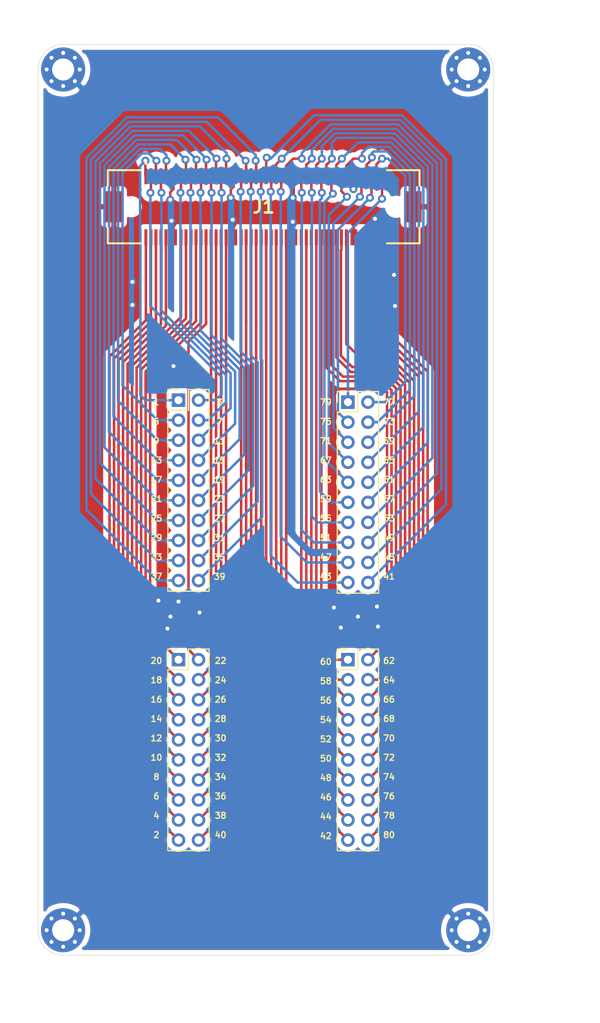
<source format=kicad_pcb>
(kicad_pcb (version 20171130) (host pcbnew "(5.1.10)-1")

  (general
    (thickness 1.6)
    (drawings 18)
    (tracks 541)
    (zones 0)
    (modules 9)
    (nets 82)
  )

  (page A4)
  (layers
    (0 F.Cu signal)
    (31 B.Cu signal)
    (32 B.Adhes user)
    (33 F.Adhes user)
    (34 B.Paste user)
    (35 F.Paste user)
    (36 B.SilkS user)
    (37 F.SilkS user)
    (38 B.Mask user)
    (39 F.Mask user)
    (40 Dwgs.User user)
    (41 Cmts.User user)
    (42 Eco1.User user)
    (43 Eco2.User user)
    (44 Edge.Cuts user)
    (45 Margin user)
    (46 B.CrtYd user)
    (47 F.CrtYd user)
    (48 B.Fab user)
    (49 F.Fab user)
  )

  (setup
    (last_trace_width 0.25)
    (trace_clearance 0.2)
    (zone_clearance 0.508)
    (zone_45_only no)
    (trace_min 0.2)
    (via_size 0.8)
    (via_drill 0.4)
    (via_min_size 0.4)
    (via_min_drill 0.3)
    (uvia_size 0.3)
    (uvia_drill 0.1)
    (uvias_allowed no)
    (uvia_min_size 0.2)
    (uvia_min_drill 0.1)
    (edge_width 0.05)
    (segment_width 0.2)
    (pcb_text_width 0.3)
    (pcb_text_size 1.5 1.5)
    (mod_edge_width 0.12)
    (mod_text_size 1 1)
    (mod_text_width 0.15)
    (pad_size 1.524 1.524)
    (pad_drill 0.762)
    (pad_to_mask_clearance 0)
    (aux_axis_origin 0 0)
    (visible_elements 7FFFFFFF)
    (pcbplotparams
      (layerselection 0x010fc_ffffffff)
      (usegerberextensions false)
      (usegerberattributes true)
      (usegerberadvancedattributes true)
      (creategerberjobfile true)
      (excludeedgelayer true)
      (linewidth 0.100000)
      (plotframeref false)
      (viasonmask false)
      (mode 1)
      (useauxorigin false)
      (hpglpennumber 1)
      (hpglpenspeed 20)
      (hpglpendiameter 15.000000)
      (psnegative false)
      (psa4output false)
      (plotreference true)
      (plotvalue true)
      (plotinvisibletext false)
      (padsonsilk false)
      (subtractmaskfromsilk false)
      (outputformat 1)
      (mirror false)
      (drillshape 0)
      (scaleselection 1)
      (outputdirectory "gerber/"))
  )

  (net 0 "")
  (net 1 1)
  (net 2 3)
  (net 3 5)
  (net 4 7)
  (net 5 9)
  (net 6 11)
  (net 7 13)
  (net 8 15)
  (net 9 17)
  (net 10 19)
  (net 11 2)
  (net 12 4)
  (net 13 6)
  (net 14 8)
  (net 15 10)
  (net 16 12)
  (net 17 14)
  (net 18 16)
  (net 19 18)
  (net 20 20)
  (net 21 21)
  (net 22 23)
  (net 23 25)
  (net 24 27)
  (net 25 29)
  (net 26 31)
  (net 27 33)
  (net 28 35)
  (net 29 37)
  (net 30 39)
  (net 31 22)
  (net 32 24)
  (net 33 26)
  (net 34 28)
  (net 35 30)
  (net 36 32)
  (net 37 34)
  (net 38 36)
  (net 39 38)
  (net 40 40)
  (net 41 41)
  (net 42 42)
  (net 43 43)
  (net 44 44)
  (net 45 45)
  (net 46 46)
  (net 47 47)
  (net 48 48)
  (net 49 49)
  (net 50 50)
  (net 51 51)
  (net 52 52)
  (net 53 53)
  (net 54 54)
  (net 55 55)
  (net 56 56)
  (net 57 57)
  (net 58 58)
  (net 59 59)
  (net 60 60)
  (net 61 61)
  (net 62 62)
  (net 63 63)
  (net 64 64)
  (net 65 65)
  (net 66 66)
  (net 67 67)
  (net 68 68)
  (net 69 69)
  (net 70 70)
  (net 71 71)
  (net 72 72)
  (net 73 73)
  (net 74 74)
  (net 75 75)
  (net 76 76)
  (net 77 77)
  (net 78 78)
  (net 79 79)
  (net 80 80)
  (net 81 GND)

  (net_class Default "This is the default net class."
    (clearance 0.2)
    (trace_width 0.25)
    (via_dia 0.8)
    (via_drill 0.4)
    (uvia_dia 0.3)
    (uvia_drill 0.1)
    (add_net 1)
    (add_net 10)
    (add_net 11)
    (add_net 12)
    (add_net 13)
    (add_net 14)
    (add_net 15)
    (add_net 16)
    (add_net 17)
    (add_net 18)
    (add_net 19)
    (add_net 2)
    (add_net 20)
    (add_net 21)
    (add_net 22)
    (add_net 23)
    (add_net 24)
    (add_net 25)
    (add_net 26)
    (add_net 27)
    (add_net 28)
    (add_net 29)
    (add_net 3)
    (add_net 30)
    (add_net 31)
    (add_net 32)
    (add_net 33)
    (add_net 34)
    (add_net 35)
    (add_net 36)
    (add_net 37)
    (add_net 38)
    (add_net 39)
    (add_net 4)
    (add_net 40)
    (add_net 41)
    (add_net 42)
    (add_net 43)
    (add_net 44)
    (add_net 45)
    (add_net 46)
    (add_net 47)
    (add_net 48)
    (add_net 49)
    (add_net 5)
    (add_net 50)
    (add_net 51)
    (add_net 52)
    (add_net 53)
    (add_net 54)
    (add_net 55)
    (add_net 56)
    (add_net 57)
    (add_net 58)
    (add_net 59)
    (add_net 6)
    (add_net 60)
    (add_net 61)
    (add_net 62)
    (add_net 63)
    (add_net 64)
    (add_net 65)
    (add_net 66)
    (add_net 67)
    (add_net 68)
    (add_net 69)
    (add_net 7)
    (add_net 70)
    (add_net 71)
    (add_net 72)
    (add_net 73)
    (add_net 74)
    (add_net 75)
    (add_net 76)
    (add_net 77)
    (add_net 78)
    (add_net 79)
    (add_net 8)
    (add_net 80)
    (add_net 9)
    (add_net GND)
  )

  (module MountingHole:MountingHole_2.2mm_M2_Pad_Via (layer F.Cu) (tedit 56DDB9C7) (tstamp 61482B09)
    (at 49.4 40.3 270)
    (descr "Mounting Hole 2.2mm, M2")
    (tags "mounting hole 2.2mm m2")
    (path /614768DF)
    (attr virtual)
    (fp_text reference H4 (at 0 -3.2 90) (layer F.Fab)
      (effects (font (size 1 1) (thickness 0.15)))
    )
    (fp_text value MountingHole_Pad (at 0 3.2 90) (layer F.Fab)
      (effects (font (size 1 1) (thickness 0.15)))
    )
    (fp_text user %R (at 0.3 0 90) (layer F.Fab)
      (effects (font (size 1 1) (thickness 0.15)))
    )
    (fp_circle (center 0 0) (end 2.2 0) (layer Cmts.User) (width 0.15))
    (fp_circle (center 0 0) (end 2.45 0) (layer F.CrtYd) (width 0.05))
    (pad 1 thru_hole circle (at 1.166726 -1.166726 270) (size 0.7 0.7) (drill 0.4) (layers *.Cu *.Mask)
      (net 81 GND))
    (pad 1 thru_hole circle (at 0 -1.65 270) (size 0.7 0.7) (drill 0.4) (layers *.Cu *.Mask)
      (net 81 GND))
    (pad 1 thru_hole circle (at -1.166726 -1.166726 270) (size 0.7 0.7) (drill 0.4) (layers *.Cu *.Mask)
      (net 81 GND))
    (pad 1 thru_hole circle (at -1.65 0 270) (size 0.7 0.7) (drill 0.4) (layers *.Cu *.Mask)
      (net 81 GND))
    (pad 1 thru_hole circle (at -1.166726 1.166726 270) (size 0.7 0.7) (drill 0.4) (layers *.Cu *.Mask)
      (net 81 GND))
    (pad 1 thru_hole circle (at 0 1.65 270) (size 0.7 0.7) (drill 0.4) (layers *.Cu *.Mask)
      (net 81 GND))
    (pad 1 thru_hole circle (at 1.166726 1.166726 270) (size 0.7 0.7) (drill 0.4) (layers *.Cu *.Mask)
      (net 81 GND))
    (pad 1 thru_hole circle (at 1.65 0 270) (size 0.7 0.7) (drill 0.4) (layers *.Cu *.Mask)
      (net 81 GND))
    (pad 1 thru_hole circle (at 0 0 270) (size 4.4 4.4) (drill 2.2) (layers *.Cu *.Mask)
      (net 81 GND))
  )

  (module MountingHole:MountingHole_2.2mm_M2_Pad_Via (layer F.Cu) (tedit 56DDB9C7) (tstamp 61482AF9)
    (at 49.4 126.2 270)
    (descr "Mounting Hole 2.2mm, M2")
    (tags "mounting hole 2.2mm m2")
    (path /6147669C)
    (attr virtual)
    (fp_text reference H3 (at 0 -3.2 90) (layer F.Fab)
      (effects (font (size 1 1) (thickness 0.15)))
    )
    (fp_text value MountingHole_Pad (at 0 3.2 90) (layer F.Fab)
      (effects (font (size 1 1) (thickness 0.15)))
    )
    (fp_text user %R (at 0.3 0 90) (layer F.Fab)
      (effects (font (size 1 1) (thickness 0.15)))
    )
    (fp_circle (center 0 0) (end 2.2 0) (layer Cmts.User) (width 0.15))
    (fp_circle (center 0 0) (end 2.45 0) (layer F.CrtYd) (width 0.05))
    (pad 1 thru_hole circle (at 1.166726 -1.166726 270) (size 0.7 0.7) (drill 0.4) (layers *.Cu *.Mask)
      (net 81 GND))
    (pad 1 thru_hole circle (at 0 -1.65 270) (size 0.7 0.7) (drill 0.4) (layers *.Cu *.Mask)
      (net 81 GND))
    (pad 1 thru_hole circle (at -1.166726 -1.166726 270) (size 0.7 0.7) (drill 0.4) (layers *.Cu *.Mask)
      (net 81 GND))
    (pad 1 thru_hole circle (at -1.65 0 270) (size 0.7 0.7) (drill 0.4) (layers *.Cu *.Mask)
      (net 81 GND))
    (pad 1 thru_hole circle (at -1.166726 1.166726 270) (size 0.7 0.7) (drill 0.4) (layers *.Cu *.Mask)
      (net 81 GND))
    (pad 1 thru_hole circle (at 0 1.65 270) (size 0.7 0.7) (drill 0.4) (layers *.Cu *.Mask)
      (net 81 GND))
    (pad 1 thru_hole circle (at 1.166726 1.166726 270) (size 0.7 0.7) (drill 0.4) (layers *.Cu *.Mask)
      (net 81 GND))
    (pad 1 thru_hole circle (at 1.65 0 270) (size 0.7 0.7) (drill 0.4) (layers *.Cu *.Mask)
      (net 81 GND))
    (pad 1 thru_hole circle (at 0 0 270) (size 4.4 4.4) (drill 2.2) (layers *.Cu *.Mask)
      (net 81 GND))
  )

  (module MountingHole:MountingHole_2.2mm_M2_Pad_Via (layer F.Cu) (tedit 56DDB9C7) (tstamp 61482AE9)
    (at 89.8 126.2 270)
    (descr "Mounting Hole 2.2mm, M2")
    (tags "mounting hole 2.2mm m2")
    (path /614764C1)
    (attr virtual)
    (fp_text reference H2 (at 0 -3.2 90) (layer F.Fab)
      (effects (font (size 1 1) (thickness 0.15)))
    )
    (fp_text value MountingHole_Pad (at 0 3.2 90) (layer F.Fab)
      (effects (font (size 1 1) (thickness 0.15)))
    )
    (fp_text user %R (at 0.3 0 90) (layer F.Fab)
      (effects (font (size 1 1) (thickness 0.15)))
    )
    (fp_circle (center 0 0) (end 2.2 0) (layer Cmts.User) (width 0.15))
    (fp_circle (center 0 0) (end 2.45 0) (layer F.CrtYd) (width 0.05))
    (pad 1 thru_hole circle (at 1.166726 -1.166726 270) (size 0.7 0.7) (drill 0.4) (layers *.Cu *.Mask)
      (net 81 GND))
    (pad 1 thru_hole circle (at 0 -1.65 270) (size 0.7 0.7) (drill 0.4) (layers *.Cu *.Mask)
      (net 81 GND))
    (pad 1 thru_hole circle (at -1.166726 -1.166726 270) (size 0.7 0.7) (drill 0.4) (layers *.Cu *.Mask)
      (net 81 GND))
    (pad 1 thru_hole circle (at -1.65 0 270) (size 0.7 0.7) (drill 0.4) (layers *.Cu *.Mask)
      (net 81 GND))
    (pad 1 thru_hole circle (at -1.166726 1.166726 270) (size 0.7 0.7) (drill 0.4) (layers *.Cu *.Mask)
      (net 81 GND))
    (pad 1 thru_hole circle (at 0 1.65 270) (size 0.7 0.7) (drill 0.4) (layers *.Cu *.Mask)
      (net 81 GND))
    (pad 1 thru_hole circle (at 1.166726 1.166726 270) (size 0.7 0.7) (drill 0.4) (layers *.Cu *.Mask)
      (net 81 GND))
    (pad 1 thru_hole circle (at 1.65 0 270) (size 0.7 0.7) (drill 0.4) (layers *.Cu *.Mask)
      (net 81 GND))
    (pad 1 thru_hole circle (at 0 0 270) (size 4.4 4.4) (drill 2.2) (layers *.Cu *.Mask)
      (net 81 GND))
  )

  (module MountingHole:MountingHole_2.2mm_M2_Pad_Via (layer F.Cu) (tedit 56DDB9C7) (tstamp 61482AD9)
    (at 89.8 40.3 270)
    (descr "Mounting Hole 2.2mm, M2")
    (tags "mounting hole 2.2mm m2")
    (path /61475FB6)
    (attr virtual)
    (fp_text reference H1 (at 0 -3.2 90) (layer F.Fab)
      (effects (font (size 1 1) (thickness 0.15)))
    )
    (fp_text value MountingHole_Pad (at 0 3.2 90) (layer F.Fab)
      (effects (font (size 1 1) (thickness 0.15)))
    )
    (fp_text user %R (at 0.3 0 90) (layer F.Fab)
      (effects (font (size 1 1) (thickness 0.15)))
    )
    (fp_circle (center 0 0) (end 2.2 0) (layer Cmts.User) (width 0.15))
    (fp_circle (center 0 0) (end 2.45 0) (layer F.CrtYd) (width 0.05))
    (pad 1 thru_hole circle (at 1.166726 -1.166726 270) (size 0.7 0.7) (drill 0.4) (layers *.Cu *.Mask)
      (net 81 GND))
    (pad 1 thru_hole circle (at 0 -1.65 270) (size 0.7 0.7) (drill 0.4) (layers *.Cu *.Mask)
      (net 81 GND))
    (pad 1 thru_hole circle (at -1.166726 -1.166726 270) (size 0.7 0.7) (drill 0.4) (layers *.Cu *.Mask)
      (net 81 GND))
    (pad 1 thru_hole circle (at -1.65 0 270) (size 0.7 0.7) (drill 0.4) (layers *.Cu *.Mask)
      (net 81 GND))
    (pad 1 thru_hole circle (at -1.166726 1.166726 270) (size 0.7 0.7) (drill 0.4) (layers *.Cu *.Mask)
      (net 81 GND))
    (pad 1 thru_hole circle (at 0 1.65 270) (size 0.7 0.7) (drill 0.4) (layers *.Cu *.Mask)
      (net 81 GND))
    (pad 1 thru_hole circle (at 1.166726 1.166726 270) (size 0.7 0.7) (drill 0.4) (layers *.Cu *.Mask)
      (net 81 GND))
    (pad 1 thru_hole circle (at 1.65 0 270) (size 0.7 0.7) (drill 0.4) (layers *.Cu *.Mask)
      (net 81 GND))
    (pad 1 thru_hole circle (at 0 0 270) (size 4.4 4.4) (drill 2.2) (layers *.Cu *.Mask)
      (net 81 GND))
  )

  (module Connector_PinHeader_2.00mm:PinHeader_2x10_P2.00mm_Vertical locked (layer F.Cu) (tedit 59FED667) (tstamp 61478CB4)
    (at 60.9 73.3)
    (descr "Through hole straight pin header, 2x10, 2.00mm pitch, double rows")
    (tags "Through hole pin header THT 2x10 2.00mm double row")
    (path /61484BF5)
    (fp_text reference J2 (at 1 -2.06) (layer F.Fab)
      (effects (font (size 1 1) (thickness 0.15)))
    )
    (fp_text value Conn_02x10_Odd_Even (at 1 20.06) (layer F.Fab)
      (effects (font (size 1 1) (thickness 0.15)))
    )
    (fp_line (start 3.5 -1.5) (end -1.5 -1.5) (layer F.CrtYd) (width 0.05))
    (fp_line (start 3.5 19.5) (end 3.5 -1.5) (layer F.CrtYd) (width 0.05))
    (fp_line (start -1.5 19.5) (end 3.5 19.5) (layer F.CrtYd) (width 0.05))
    (fp_line (start -1.5 -1.5) (end -1.5 19.5) (layer F.CrtYd) (width 0.05))
    (fp_line (start -1.06 -1.06) (end 0 -1.06) (layer F.SilkS) (width 0.12))
    (fp_line (start -1.06 0) (end -1.06 -1.06) (layer F.SilkS) (width 0.12))
    (fp_line (start 1 -1.06) (end 3.06 -1.06) (layer F.SilkS) (width 0.12))
    (fp_line (start 1 1) (end 1 -1.06) (layer F.SilkS) (width 0.12))
    (fp_line (start -1.06 1) (end 1 1) (layer F.SilkS) (width 0.12))
    (fp_line (start 3.06 -1.06) (end 3.06 19.06) (layer F.SilkS) (width 0.12))
    (fp_line (start -1.06 1) (end -1.06 19.06) (layer F.SilkS) (width 0.12))
    (fp_line (start -1.06 19.06) (end 3.06 19.06) (layer F.SilkS) (width 0.12))
    (fp_line (start -1 0) (end 0 -1) (layer F.Fab) (width 0.1))
    (fp_line (start -1 19) (end -1 0) (layer F.Fab) (width 0.1))
    (fp_line (start 3 19) (end -1 19) (layer F.Fab) (width 0.1))
    (fp_line (start 3 -1) (end 3 19) (layer F.Fab) (width 0.1))
    (fp_line (start 0 -1) (end 3 -1) (layer F.Fab) (width 0.1))
    (fp_text user %R (at 1 9 90) (layer F.Fab)
      (effects (font (size 1 1) (thickness 0.15)))
    )
    (pad 20 thru_hole oval (at 2 18) (size 1.35 1.35) (drill 0.8) (layers *.Cu *.Mask)
      (net 30 39))
    (pad 19 thru_hole oval (at 0 18) (size 1.35 1.35) (drill 0.8) (layers *.Cu *.Mask)
      (net 29 37))
    (pad 18 thru_hole oval (at 2 16) (size 1.35 1.35) (drill 0.8) (layers *.Cu *.Mask)
      (net 28 35))
    (pad 17 thru_hole oval (at 0 16) (size 1.35 1.35) (drill 0.8) (layers *.Cu *.Mask)
      (net 27 33))
    (pad 16 thru_hole oval (at 2 14) (size 1.35 1.35) (drill 0.8) (layers *.Cu *.Mask)
      (net 26 31))
    (pad 15 thru_hole oval (at 0 14) (size 1.35 1.35) (drill 0.8) (layers *.Cu *.Mask)
      (net 25 29))
    (pad 14 thru_hole oval (at 2 12) (size 1.35 1.35) (drill 0.8) (layers *.Cu *.Mask)
      (net 24 27))
    (pad 13 thru_hole oval (at 0 12) (size 1.35 1.35) (drill 0.8) (layers *.Cu *.Mask)
      (net 23 25))
    (pad 12 thru_hole oval (at 2 10) (size 1.35 1.35) (drill 0.8) (layers *.Cu *.Mask)
      (net 22 23))
    (pad 11 thru_hole oval (at 0 10) (size 1.35 1.35) (drill 0.8) (layers *.Cu *.Mask)
      (net 21 21))
    (pad 10 thru_hole oval (at 2 8) (size 1.35 1.35) (drill 0.8) (layers *.Cu *.Mask)
      (net 10 19))
    (pad 9 thru_hole oval (at 0 8) (size 1.35 1.35) (drill 0.8) (layers *.Cu *.Mask)
      (net 9 17))
    (pad 8 thru_hole oval (at 2 6) (size 1.35 1.35) (drill 0.8) (layers *.Cu *.Mask)
      (net 8 15))
    (pad 7 thru_hole oval (at 0 6) (size 1.35 1.35) (drill 0.8) (layers *.Cu *.Mask)
      (net 7 13))
    (pad 6 thru_hole oval (at 2 4) (size 1.35 1.35) (drill 0.8) (layers *.Cu *.Mask)
      (net 6 11))
    (pad 5 thru_hole oval (at 0 4) (size 1.35 1.35) (drill 0.8) (layers *.Cu *.Mask)
      (net 5 9))
    (pad 4 thru_hole oval (at 2 2) (size 1.35 1.35) (drill 0.8) (layers *.Cu *.Mask)
      (net 4 7))
    (pad 3 thru_hole oval (at 0 2) (size 1.35 1.35) (drill 0.8) (layers *.Cu *.Mask)
      (net 3 5))
    (pad 2 thru_hole oval (at 2 0) (size 1.35 1.35) (drill 0.8) (layers *.Cu *.Mask)
      (net 2 3))
    (pad 1 thru_hole rect (at 0 0) (size 1.35 1.35) (drill 0.8) (layers *.Cu *.Mask)
      (net 1 1))
    (model ${KISYS3DMOD}/Connector_PinHeader_2.00mm.3dshapes/PinHeader_2x10_P2.00mm_Vertical.wrl
      (at (xyz 0 0 0))
      (scale (xyz 1 1 1))
      (rotate (xyz 0 0 0))
    )
  )

  (module Connector_PinHeader_2.00mm:PinHeader_2x10_P2.00mm_Vertical locked (layer F.Cu) (tedit 59FED667) (tstamp 61478D32)
    (at 77.8 99.2)
    (descr "Through hole straight pin header, 2x10, 2.00mm pitch, double rows")
    (tags "Through hole pin header THT 2x10 2.00mm double row")
    (path /6148AEB3)
    (fp_text reference J5 (at 1 -2.06) (layer F.Fab)
      (effects (font (size 1 1) (thickness 0.15)))
    )
    (fp_text value Conn_02x10_Odd_Even (at 1 20.06) (layer F.Fab)
      (effects (font (size 1 1) (thickness 0.15)))
    )
    (fp_line (start 3.5 -1.5) (end -1.5 -1.5) (layer F.CrtYd) (width 0.05))
    (fp_line (start 3.5 19.5) (end 3.5 -1.5) (layer F.CrtYd) (width 0.05))
    (fp_line (start -1.5 19.5) (end 3.5 19.5) (layer F.CrtYd) (width 0.05))
    (fp_line (start -1.5 -1.5) (end -1.5 19.5) (layer F.CrtYd) (width 0.05))
    (fp_line (start -1.06 -1.06) (end 0 -1.06) (layer F.SilkS) (width 0.12))
    (fp_line (start -1.06 0) (end -1.06 -1.06) (layer F.SilkS) (width 0.12))
    (fp_line (start 1 -1.06) (end 3.06 -1.06) (layer F.SilkS) (width 0.12))
    (fp_line (start 1 1) (end 1 -1.06) (layer F.SilkS) (width 0.12))
    (fp_line (start -1.06 1) (end 1 1) (layer F.SilkS) (width 0.12))
    (fp_line (start 3.06 -1.06) (end 3.06 19.06) (layer F.SilkS) (width 0.12))
    (fp_line (start -1.06 1) (end -1.06 19.06) (layer F.SilkS) (width 0.12))
    (fp_line (start -1.06 19.06) (end 3.06 19.06) (layer F.SilkS) (width 0.12))
    (fp_line (start -1 0) (end 0 -1) (layer F.Fab) (width 0.1))
    (fp_line (start -1 19) (end -1 0) (layer F.Fab) (width 0.1))
    (fp_line (start 3 19) (end -1 19) (layer F.Fab) (width 0.1))
    (fp_line (start 3 -1) (end 3 19) (layer F.Fab) (width 0.1))
    (fp_line (start 0 -1) (end 3 -1) (layer F.Fab) (width 0.1))
    (fp_text user %R (at 1 9 90) (layer F.Fab)
      (effects (font (size 1 1) (thickness 0.15)))
    )
    (pad 20 thru_hole oval (at 2 18) (size 1.35 1.35) (drill 0.8) (layers *.Cu *.Mask)
      (net 80 80))
    (pad 19 thru_hole oval (at 0 18) (size 1.35 1.35) (drill 0.8) (layers *.Cu *.Mask)
      (net 42 42))
    (pad 18 thru_hole oval (at 2 16) (size 1.35 1.35) (drill 0.8) (layers *.Cu *.Mask)
      (net 78 78))
    (pad 17 thru_hole oval (at 0 16) (size 1.35 1.35) (drill 0.8) (layers *.Cu *.Mask)
      (net 44 44))
    (pad 16 thru_hole oval (at 2 14) (size 1.35 1.35) (drill 0.8) (layers *.Cu *.Mask)
      (net 76 76))
    (pad 15 thru_hole oval (at 0 14) (size 1.35 1.35) (drill 0.8) (layers *.Cu *.Mask)
      (net 46 46))
    (pad 14 thru_hole oval (at 2 12) (size 1.35 1.35) (drill 0.8) (layers *.Cu *.Mask)
      (net 74 74))
    (pad 13 thru_hole oval (at 0 12) (size 1.35 1.35) (drill 0.8) (layers *.Cu *.Mask)
      (net 48 48))
    (pad 12 thru_hole oval (at 2 10) (size 1.35 1.35) (drill 0.8) (layers *.Cu *.Mask)
      (net 72 72))
    (pad 11 thru_hole oval (at 0 10) (size 1.35 1.35) (drill 0.8) (layers *.Cu *.Mask)
      (net 50 50))
    (pad 10 thru_hole oval (at 2 8) (size 1.35 1.35) (drill 0.8) (layers *.Cu *.Mask)
      (net 70 70))
    (pad 9 thru_hole oval (at 0 8) (size 1.35 1.35) (drill 0.8) (layers *.Cu *.Mask)
      (net 52 52))
    (pad 8 thru_hole oval (at 2 6) (size 1.35 1.35) (drill 0.8) (layers *.Cu *.Mask)
      (net 68 68))
    (pad 7 thru_hole oval (at 0 6) (size 1.35 1.35) (drill 0.8) (layers *.Cu *.Mask)
      (net 54 54))
    (pad 6 thru_hole oval (at 2 4) (size 1.35 1.35) (drill 0.8) (layers *.Cu *.Mask)
      (net 66 66))
    (pad 5 thru_hole oval (at 0 4) (size 1.35 1.35) (drill 0.8) (layers *.Cu *.Mask)
      (net 56 56))
    (pad 4 thru_hole oval (at 2 2) (size 1.35 1.35) (drill 0.8) (layers *.Cu *.Mask)
      (net 64 64))
    (pad 3 thru_hole oval (at 0 2) (size 1.35 1.35) (drill 0.8) (layers *.Cu *.Mask)
      (net 58 58))
    (pad 2 thru_hole oval (at 2 0) (size 1.35 1.35) (drill 0.8) (layers *.Cu *.Mask)
      (net 62 62))
    (pad 1 thru_hole rect (at 0 0) (size 1.35 1.35) (drill 0.8) (layers *.Cu *.Mask)
      (net 60 60))
    (model ${KISYS3DMOD}/Connector_PinHeader_2.00mm.3dshapes/PinHeader_2x10_P2.00mm_Vertical.wrl
      (at (xyz 0 0 0))
      (scale (xyz 1 1 1))
      (rotate (xyz 0 0 0))
    )
  )

  (module Connector_PinHeader_2.00mm:PinHeader_2x10_P2.00mm_Vertical locked (layer F.Cu) (tedit 59FED667) (tstamp 6147AF27)
    (at 77.8 73.499998)
    (descr "Through hole straight pin header, 2x10, 2.00mm pitch, double rows")
    (tags "Through hole pin header THT 2x10 2.00mm double row")
    (path /6148A328)
    (fp_text reference J4 (at 1 -2.06) (layer F.Fab)
      (effects (font (size 1 1) (thickness 0.15)))
    )
    (fp_text value Conn_02x10_Odd_Even (at 1 20.06) (layer F.Fab)
      (effects (font (size 1 1) (thickness 0.15)))
    )
    (fp_line (start 3.5 -1.5) (end -1.5 -1.5) (layer F.CrtYd) (width 0.05))
    (fp_line (start 3.5 19.5) (end 3.5 -1.5) (layer F.CrtYd) (width 0.05))
    (fp_line (start -1.5 19.5) (end 3.5 19.5) (layer F.CrtYd) (width 0.05))
    (fp_line (start -1.5 -1.5) (end -1.5 19.5) (layer F.CrtYd) (width 0.05))
    (fp_line (start -1.06 -1.06) (end 0 -1.06) (layer F.SilkS) (width 0.12))
    (fp_line (start -1.06 0) (end -1.06 -1.06) (layer F.SilkS) (width 0.12))
    (fp_line (start 1 -1.06) (end 3.06 -1.06) (layer F.SilkS) (width 0.12))
    (fp_line (start 1 1) (end 1 -1.06) (layer F.SilkS) (width 0.12))
    (fp_line (start -1.06 1) (end 1 1) (layer F.SilkS) (width 0.12))
    (fp_line (start 3.06 -1.06) (end 3.06 19.06) (layer F.SilkS) (width 0.12))
    (fp_line (start -1.06 1) (end -1.06 19.06) (layer F.SilkS) (width 0.12))
    (fp_line (start -1.06 19.06) (end 3.06 19.06) (layer F.SilkS) (width 0.12))
    (fp_line (start -1 0) (end 0 -1) (layer F.Fab) (width 0.1))
    (fp_line (start -1 19) (end -1 0) (layer F.Fab) (width 0.1))
    (fp_line (start 3 19) (end -1 19) (layer F.Fab) (width 0.1))
    (fp_line (start 3 -1) (end 3 19) (layer F.Fab) (width 0.1))
    (fp_line (start 0 -1) (end 3 -1) (layer F.Fab) (width 0.1))
    (fp_text user %R (at 1 9 90) (layer F.Fab)
      (effects (font (size 1 1) (thickness 0.15)))
    )
    (pad 20 thru_hole oval (at 2 18) (size 1.35 1.35) (drill 0.8) (layers *.Cu *.Mask)
      (net 41 41))
    (pad 19 thru_hole oval (at 0 18) (size 1.35 1.35) (drill 0.8) (layers *.Cu *.Mask)
      (net 43 43))
    (pad 18 thru_hole oval (at 2 16) (size 1.35 1.35) (drill 0.8) (layers *.Cu *.Mask)
      (net 45 45))
    (pad 17 thru_hole oval (at 0 16) (size 1.35 1.35) (drill 0.8) (layers *.Cu *.Mask)
      (net 47 47))
    (pad 16 thru_hole oval (at 2 14) (size 1.35 1.35) (drill 0.8) (layers *.Cu *.Mask)
      (net 49 49))
    (pad 15 thru_hole oval (at 0 14) (size 1.35 1.35) (drill 0.8) (layers *.Cu *.Mask)
      (net 51 51))
    (pad 14 thru_hole oval (at 2 12) (size 1.35 1.35) (drill 0.8) (layers *.Cu *.Mask)
      (net 53 53))
    (pad 13 thru_hole oval (at 0 12) (size 1.35 1.35) (drill 0.8) (layers *.Cu *.Mask)
      (net 55 55))
    (pad 12 thru_hole oval (at 2 10) (size 1.35 1.35) (drill 0.8) (layers *.Cu *.Mask)
      (net 57 57))
    (pad 11 thru_hole oval (at 0 10) (size 1.35 1.35) (drill 0.8) (layers *.Cu *.Mask)
      (net 59 59))
    (pad 10 thru_hole oval (at 2 8) (size 1.35 1.35) (drill 0.8) (layers *.Cu *.Mask)
      (net 61 61))
    (pad 9 thru_hole oval (at 0 8) (size 1.35 1.35) (drill 0.8) (layers *.Cu *.Mask)
      (net 63 63))
    (pad 8 thru_hole oval (at 2 6) (size 1.35 1.35) (drill 0.8) (layers *.Cu *.Mask)
      (net 65 65))
    (pad 7 thru_hole oval (at 0 6) (size 1.35 1.35) (drill 0.8) (layers *.Cu *.Mask)
      (net 67 67))
    (pad 6 thru_hole oval (at 2 4) (size 1.35 1.35) (drill 0.8) (layers *.Cu *.Mask)
      (net 69 69))
    (pad 5 thru_hole oval (at 0 4) (size 1.35 1.35) (drill 0.8) (layers *.Cu *.Mask)
      (net 71 71))
    (pad 4 thru_hole oval (at 2 2) (size 1.35 1.35) (drill 0.8) (layers *.Cu *.Mask)
      (net 73 73))
    (pad 3 thru_hole oval (at 0 2) (size 1.35 1.35) (drill 0.8) (layers *.Cu *.Mask)
      (net 75 75))
    (pad 2 thru_hole oval (at 2 0) (size 1.35 1.35) (drill 0.8) (layers *.Cu *.Mask)
      (net 77 77))
    (pad 1 thru_hole rect (at 0 0) (size 1.35 1.35) (drill 0.8) (layers *.Cu *.Mask)
      (net 79 79))
    (model ${KISYS3DMOD}/Connector_PinHeader_2.00mm.3dshapes/PinHeader_2x10_P2.00mm_Vertical.wrl
      (at (xyz 0 0 0))
      (scale (xyz 1 1 1))
      (rotate (xyz 0 0 0))
    )
  )

  (module Connector_PinHeader_2.00mm:PinHeader_2x10_P2.00mm_Vertical locked (layer F.Cu) (tedit 59FED667) (tstamp 6147D4C7)
    (at 60.9 99.2)
    (descr "Through hole straight pin header, 2x10, 2.00mm pitch, double rows")
    (tags "Through hole pin header THT 2x10 2.00mm double row")
    (path /61488CB0)
    (fp_text reference J3 (at 1 -2.06) (layer F.Fab)
      (effects (font (size 1 1) (thickness 0.15)))
    )
    (fp_text value Conn_02x10_Odd_Even (at 1 20.06) (layer F.Fab)
      (effects (font (size 1 1) (thickness 0.15)))
    )
    (fp_line (start 3.5 -1.5) (end -1.5 -1.5) (layer F.CrtYd) (width 0.05))
    (fp_line (start 3.5 19.5) (end 3.5 -1.5) (layer F.CrtYd) (width 0.05))
    (fp_line (start -1.5 19.5) (end 3.5 19.5) (layer F.CrtYd) (width 0.05))
    (fp_line (start -1.5 -1.5) (end -1.5 19.5) (layer F.CrtYd) (width 0.05))
    (fp_line (start -1.06 -1.06) (end 0 -1.06) (layer F.SilkS) (width 0.12))
    (fp_line (start -1.06 0) (end -1.06 -1.06) (layer F.SilkS) (width 0.12))
    (fp_line (start 1 -1.06) (end 3.06 -1.06) (layer F.SilkS) (width 0.12))
    (fp_line (start 1 1) (end 1 -1.06) (layer F.SilkS) (width 0.12))
    (fp_line (start -1.06 1) (end 1 1) (layer F.SilkS) (width 0.12))
    (fp_line (start 3.06 -1.06) (end 3.06 19.06) (layer F.SilkS) (width 0.12))
    (fp_line (start -1.06 1) (end -1.06 19.06) (layer F.SilkS) (width 0.12))
    (fp_line (start -1.06 19.06) (end 3.06 19.06) (layer F.SilkS) (width 0.12))
    (fp_line (start -1 0) (end 0 -1) (layer F.Fab) (width 0.1))
    (fp_line (start -1 19) (end -1 0) (layer F.Fab) (width 0.1))
    (fp_line (start 3 19) (end -1 19) (layer F.Fab) (width 0.1))
    (fp_line (start 3 -1) (end 3 19) (layer F.Fab) (width 0.1))
    (fp_line (start 0 -1) (end 3 -1) (layer F.Fab) (width 0.1))
    (fp_text user %R (at 1 9 90) (layer F.Fab)
      (effects (font (size 1 1) (thickness 0.15)))
    )
    (pad 20 thru_hole oval (at 2 18) (size 1.35 1.35) (drill 0.8) (layers *.Cu *.Mask)
      (net 40 40))
    (pad 19 thru_hole oval (at 0 18) (size 1.35 1.35) (drill 0.8) (layers *.Cu *.Mask)
      (net 11 2))
    (pad 18 thru_hole oval (at 2 16) (size 1.35 1.35) (drill 0.8) (layers *.Cu *.Mask)
      (net 39 38))
    (pad 17 thru_hole oval (at 0 16) (size 1.35 1.35) (drill 0.8) (layers *.Cu *.Mask)
      (net 12 4))
    (pad 16 thru_hole oval (at 2 14) (size 1.35 1.35) (drill 0.8) (layers *.Cu *.Mask)
      (net 38 36))
    (pad 15 thru_hole oval (at 0 14) (size 1.35 1.35) (drill 0.8) (layers *.Cu *.Mask)
      (net 13 6))
    (pad 14 thru_hole oval (at 2 12) (size 1.35 1.35) (drill 0.8) (layers *.Cu *.Mask)
      (net 37 34))
    (pad 13 thru_hole oval (at 0 12) (size 1.35 1.35) (drill 0.8) (layers *.Cu *.Mask)
      (net 14 8))
    (pad 12 thru_hole oval (at 2 10) (size 1.35 1.35) (drill 0.8) (layers *.Cu *.Mask)
      (net 36 32))
    (pad 11 thru_hole oval (at 0 10) (size 1.35 1.35) (drill 0.8) (layers *.Cu *.Mask)
      (net 15 10))
    (pad 10 thru_hole oval (at 2 8) (size 1.35 1.35) (drill 0.8) (layers *.Cu *.Mask)
      (net 35 30))
    (pad 9 thru_hole oval (at 0 8) (size 1.35 1.35) (drill 0.8) (layers *.Cu *.Mask)
      (net 16 12))
    (pad 8 thru_hole oval (at 2 6) (size 1.35 1.35) (drill 0.8) (layers *.Cu *.Mask)
      (net 34 28))
    (pad 7 thru_hole oval (at 0 6) (size 1.35 1.35) (drill 0.8) (layers *.Cu *.Mask)
      (net 17 14))
    (pad 6 thru_hole oval (at 2 4) (size 1.35 1.35) (drill 0.8) (layers *.Cu *.Mask)
      (net 33 26))
    (pad 5 thru_hole oval (at 0 4) (size 1.35 1.35) (drill 0.8) (layers *.Cu *.Mask)
      (net 18 16))
    (pad 4 thru_hole oval (at 2 2) (size 1.35 1.35) (drill 0.8) (layers *.Cu *.Mask)
      (net 32 24))
    (pad 3 thru_hole oval (at 0 2) (size 1.35 1.35) (drill 0.8) (layers *.Cu *.Mask)
      (net 19 18))
    (pad 2 thru_hole oval (at 2 0) (size 1.35 1.35) (drill 0.8) (layers *.Cu *.Mask)
      (net 31 22))
    (pad 1 thru_hole rect (at 0 0) (size 1.35 1.35) (drill 0.8) (layers *.Cu *.Mask)
      (net 20 20))
    (model ${KISYS3DMOD}/Connector_PinHeader_2.00mm.3dshapes/PinHeader_2x10_P2.00mm_Vertical.wrl
      (at (xyz 0 0 0))
      (scale (xyz 1 1 1))
      (rotate (xyz 0 0 0))
    )
  )

  (module max_KiCAD_lib:FX10A80S8SV71 locked (layer F.Cu) (tedit 6144BBC4) (tstamp 61477E2E)
    (at 69.4 54)
    (descr "FX10A-80S/8-SV(71)-2")
    (tags Connector)
    (path /6147E6E7)
    (fp_text reference J1 (at 0 0) (layer F.SilkS)
      (effects (font (size 1.27 1.27) (thickness 0.254)))
    )
    (fp_text value FX10A-80S_8-SV_71_ (at 0 0) (layer F.SilkS) hide
      (effects (font (size 1.27 1.27) (thickness 0.254)))
    )
    (fp_line (start -11.75 -4.4) (end -11.75 -4.4) (layer F.SilkS) (width 0.2))
    (fp_line (start -11.75 -4.3) (end -11.75 -4.3) (layer F.SilkS) (width 0.2))
    (fp_line (start -11.75 -4.4) (end -11.75 -4.4) (layer F.SilkS) (width 0.2))
    (fp_line (start 15.55 -3.65) (end 12.3 -3.65) (layer F.SilkS) (width 0.2))
    (fp_line (start 15.55 -2.1) (end 15.55 -3.65) (layer F.SilkS) (width 0.2))
    (fp_line (start 15.55 3.65) (end 15.55 2.1) (layer F.SilkS) (width 0.2))
    (fp_line (start 12.3 3.65) (end 15.55 3.65) (layer F.SilkS) (width 0.2))
    (fp_line (start -15.55 3.65) (end -12.3 3.65) (layer F.SilkS) (width 0.2))
    (fp_line (start -15.55 2.1) (end -15.55 3.65) (layer F.SilkS) (width 0.2))
    (fp_line (start -15.55 -3.65) (end -15.55 -2.1) (layer F.SilkS) (width 0.2))
    (fp_line (start -12.3 -3.65) (end -15.55 -3.65) (layer F.SilkS) (width 0.2))
    (fp_line (start -16.75 4.85) (end -16.75 -4.85) (layer F.CrtYd) (width 0.1))
    (fp_line (start 16.75 4.85) (end -16.75 4.85) (layer F.CrtYd) (width 0.1))
    (fp_line (start 16.75 -4.85) (end 16.75 4.85) (layer F.CrtYd) (width 0.1))
    (fp_line (start -16.75 -4.85) (end 16.75 -4.85) (layer F.CrtYd) (width 0.1))
    (fp_line (start -15.55 -3.65) (end -15.55 3.65) (layer F.Fab) (width 0.1))
    (fp_line (start 15.55 -3.65) (end -15.55 -3.65) (layer F.Fab) (width 0.1))
    (fp_line (start 15.55 3.65) (end 15.55 -3.65) (layer F.Fab) (width 0.1))
    (fp_line (start -15.55 3.65) (end 15.55 3.65) (layer F.Fab) (width 0.1))
    (fp_text user %R (at 0 0) (layer F.Fab)
      (effects (font (size 1.27 1.27) (thickness 0.254)))
    )
    (fp_arc (start -11.75 -4.35) (end -11.75 -4.4) (angle -180) (layer F.SilkS) (width 0.2))
    (fp_arc (start -11.75 -4.35) (end -11.75 -4.3) (angle -180) (layer F.SilkS) (width 0.2))
    (fp_arc (start -11.75 -4.35) (end -11.75 -4.4) (angle -180) (layer F.SilkS) (width 0.2))
    (pad 1 smd rect (at -11.75 -3.05) (size 0.3 1.6) (layers F.Cu F.Paste F.Mask)
      (net 1 1))
    (pad 2 smd rect (at -11.75 3.05) (size 0.3 1.6) (layers F.Cu F.Paste F.Mask)
      (net 11 2))
    (pad 3 smd rect (at -11.25 -3.05) (size 0.3 1.6) (layers F.Cu F.Paste F.Mask)
      (net 2 3))
    (pad 4 smd rect (at -11.25 3.05) (size 0.3 1.6) (layers F.Cu F.Paste F.Mask)
      (net 12 4))
    (pad 5 smd rect (at -10.75 -3.05) (size 0.3 1.6) (layers F.Cu F.Paste F.Mask)
      (net 3 5))
    (pad 6 smd rect (at -10.75 3.05) (size 0.3 1.6) (layers F.Cu F.Paste F.Mask)
      (net 13 6))
    (pad 7 smd rect (at -10.25 -3.05) (size 0.3 1.6) (layers F.Cu F.Paste F.Mask)
      (net 4 7))
    (pad 8 smd rect (at -10.25 3.05) (size 0.3 1.6) (layers F.Cu F.Paste F.Mask)
      (net 14 8))
    (pad 9 smd rect (at -9.75 -3.05) (size 0.3 1.6) (layers F.Cu F.Paste F.Mask)
      (net 5 9))
    (pad 10 smd rect (at -9.75 3.05) (size 0.3 1.6) (layers F.Cu F.Paste F.Mask)
      (net 15 10))
    (pad 11 smd rect (at -8.25 -3.05) (size 0.3 1.6) (layers F.Cu F.Paste F.Mask)
      (net 6 11))
    (pad 12 smd rect (at -8.25 3.05) (size 0.3 1.6) (layers F.Cu F.Paste F.Mask)
      (net 16 12))
    (pad 13 smd rect (at -7.75 -3.05) (size 0.3 1.6) (layers F.Cu F.Paste F.Mask)
      (net 7 13))
    (pad 14 smd rect (at -7.75 3.05) (size 0.3 1.6) (layers F.Cu F.Paste F.Mask)
      (net 17 14))
    (pad 15 smd rect (at -7.25 -3.05) (size 0.3 1.6) (layers F.Cu F.Paste F.Mask)
      (net 8 15))
    (pad 16 smd rect (at -7.25 3.05) (size 0.3 1.6) (layers F.Cu F.Paste F.Mask)
      (net 18 16))
    (pad 17 smd rect (at -6.75 -3.05) (size 0.3 1.6) (layers F.Cu F.Paste F.Mask)
      (net 9 17))
    (pad 18 smd rect (at -6.75 3.05) (size 0.3 1.6) (layers F.Cu F.Paste F.Mask)
      (net 19 18))
    (pad 19 smd rect (at -6.25 -3.05) (size 0.3 1.6) (layers F.Cu F.Paste F.Mask)
      (net 10 19))
    (pad 20 smd rect (at -6.25 3.05) (size 0.3 1.6) (layers F.Cu F.Paste F.Mask)
      (net 20 20))
    (pad 21 smd rect (at -5.75 -3.05) (size 0.3 1.6) (layers F.Cu F.Paste F.Mask)
      (net 21 21))
    (pad 22 smd rect (at -5.75 3.05) (size 0.3 1.6) (layers F.Cu F.Paste F.Mask)
      (net 31 22))
    (pad 23 smd rect (at -5.25 -3.05) (size 0.3 1.6) (layers F.Cu F.Paste F.Mask)
      (net 22 23))
    (pad 24 smd rect (at -5.25 3.05) (size 0.3 1.6) (layers F.Cu F.Paste F.Mask)
      (net 32 24))
    (pad 25 smd rect (at -4.75 -3.05) (size 0.3 1.6) (layers F.Cu F.Paste F.Mask)
      (net 23 25))
    (pad 26 smd rect (at -4.75 3.05) (size 0.3 1.6) (layers F.Cu F.Paste F.Mask)
      (net 33 26))
    (pad 27 smd rect (at -4.25 -3.05) (size 0.3 1.6) (layers F.Cu F.Paste F.Mask)
      (net 24 27))
    (pad 28 smd rect (at -4.25 3.05) (size 0.3 1.6) (layers F.Cu F.Paste F.Mask)
      (net 34 28))
    (pad 29 smd rect (at -3.75 -3.05) (size 0.3 1.6) (layers F.Cu F.Paste F.Mask)
      (net 25 29))
    (pad 30 smd rect (at -3.75 3.05) (size 0.3 1.6) (layers F.Cu F.Paste F.Mask)
      (net 35 30))
    (pad 31 smd rect (at -2.25 -3.05) (size 0.3 1.6) (layers F.Cu F.Paste F.Mask)
      (net 26 31))
    (pad 32 smd rect (at -2.25 3.05) (size 0.3 1.6) (layers F.Cu F.Paste F.Mask)
      (net 36 32))
    (pad 33 smd rect (at -1.75 -3.05) (size 0.3 1.6) (layers F.Cu F.Paste F.Mask)
      (net 27 33))
    (pad 34 smd rect (at -1.75 3.05) (size 0.3 1.6) (layers F.Cu F.Paste F.Mask)
      (net 37 34))
    (pad 35 smd rect (at -1.25 -3.05) (size 0.3 1.6) (layers F.Cu F.Paste F.Mask)
      (net 28 35))
    (pad 36 smd rect (at -1.25 3.05) (size 0.3 1.6) (layers F.Cu F.Paste F.Mask)
      (net 38 36))
    (pad 37 smd rect (at -0.75 -3.05) (size 0.3 1.6) (layers F.Cu F.Paste F.Mask)
      (net 29 37))
    (pad 38 smd rect (at -0.75 3.05) (size 0.3 1.6) (layers F.Cu F.Paste F.Mask)
      (net 39 38))
    (pad 39 smd rect (at -0.25 -3.05) (size 0.3 1.6) (layers F.Cu F.Paste F.Mask)
      (net 30 39))
    (pad 40 smd rect (at -0.25 3.05) (size 0.3 1.6) (layers F.Cu F.Paste F.Mask)
      (net 40 40))
    (pad 41 smd rect (at 0.25 -3.05) (size 0.3 1.6) (layers F.Cu F.Paste F.Mask)
      (net 41 41))
    (pad 42 smd rect (at 0.25 3.05) (size 0.3 1.6) (layers F.Cu F.Paste F.Mask)
      (net 42 42))
    (pad 43 smd rect (at 0.75 -3.05) (size 0.3 1.6) (layers F.Cu F.Paste F.Mask)
      (net 43 43))
    (pad 44 smd rect (at 0.75 3.05) (size 0.3 1.6) (layers F.Cu F.Paste F.Mask)
      (net 44 44))
    (pad 45 smd rect (at 1.25 -3.05) (size 0.3 1.6) (layers F.Cu F.Paste F.Mask)
      (net 45 45))
    (pad 46 smd rect (at 1.25 3.05) (size 0.3 1.6) (layers F.Cu F.Paste F.Mask)
      (net 46 46))
    (pad 47 smd rect (at 1.75 -3.05) (size 0.3 1.6) (layers F.Cu F.Paste F.Mask)
      (net 47 47))
    (pad 48 smd rect (at 1.75 3.05) (size 0.3 1.6) (layers F.Cu F.Paste F.Mask)
      (net 48 48))
    (pad 49 smd rect (at 2.25 -3.05) (size 0.3 1.6) (layers F.Cu F.Paste F.Mask)
      (net 49 49))
    (pad 50 smd rect (at 2.25 3.05) (size 0.3 1.6) (layers F.Cu F.Paste F.Mask)
      (net 50 50))
    (pad 51 smd rect (at 3.75 -3.05) (size 0.3 1.6) (layers F.Cu F.Paste F.Mask)
      (net 51 51))
    (pad 52 smd rect (at 3.75 3.05) (size 0.3 1.6) (layers F.Cu F.Paste F.Mask)
      (net 52 52))
    (pad 53 smd rect (at 4.25 -3.05) (size 0.3 1.6) (layers F.Cu F.Paste F.Mask)
      (net 53 53))
    (pad 54 smd rect (at 4.25 3.05) (size 0.3 1.6) (layers F.Cu F.Paste F.Mask)
      (net 54 54))
    (pad 55 smd rect (at 4.75 -3.05) (size 0.3 1.6) (layers F.Cu F.Paste F.Mask)
      (net 55 55))
    (pad 56 smd rect (at 4.75 3.05) (size 0.3 1.6) (layers F.Cu F.Paste F.Mask)
      (net 56 56))
    (pad 57 smd rect (at 5.25 -3.05) (size 0.3 1.6) (layers F.Cu F.Paste F.Mask)
      (net 57 57))
    (pad 58 smd rect (at 5.25 3.05) (size 0.3 1.6) (layers F.Cu F.Paste F.Mask)
      (net 58 58))
    (pad 59 smd rect (at 5.75 -3.05) (size 0.3 1.6) (layers F.Cu F.Paste F.Mask)
      (net 59 59))
    (pad 60 smd rect (at 5.75 3.05) (size 0.3 1.6) (layers F.Cu F.Paste F.Mask)
      (net 60 60))
    (pad 61 smd rect (at 6.25 -3.05) (size 0.3 1.6) (layers F.Cu F.Paste F.Mask)
      (net 61 61))
    (pad 62 smd rect (at 6.25 3.05) (size 0.3 1.6) (layers F.Cu F.Paste F.Mask)
      (net 62 62))
    (pad 63 smd rect (at 6.75 -3.05) (size 0.3 1.6) (layers F.Cu F.Paste F.Mask)
      (net 63 63))
    (pad 64 smd rect (at 6.75 3.05) (size 0.3 1.6) (layers F.Cu F.Paste F.Mask)
      (net 64 64))
    (pad 65 smd rect (at 7.25 -3.05) (size 0.3 1.6) (layers F.Cu F.Paste F.Mask)
      (net 65 65))
    (pad 66 smd rect (at 7.25 3.05) (size 0.3 1.6) (layers F.Cu F.Paste F.Mask)
      (net 66 66))
    (pad 67 smd rect (at 7.75 -3.05) (size 0.3 1.6) (layers F.Cu F.Paste F.Mask)
      (net 67 67))
    (pad 68 smd rect (at 7.75 3.05) (size 0.3 1.6) (layers F.Cu F.Paste F.Mask)
      (net 68 68))
    (pad 69 smd rect (at 8.25 -3.05) (size 0.3 1.6) (layers F.Cu F.Paste F.Mask)
      (net 69 69))
    (pad 70 smd rect (at 8.25 3.05) (size 0.3 1.6) (layers F.Cu F.Paste F.Mask)
      (net 70 70))
    (pad 71 smd rect (at 9.75 -3.05) (size 0.3 1.6) (layers F.Cu F.Paste F.Mask)
      (net 71 71))
    (pad 72 smd rect (at 9.75 3.05) (size 0.3 1.6) (layers F.Cu F.Paste F.Mask)
      (net 72 72))
    (pad 73 smd rect (at 10.25 -3.05) (size 0.3 1.6) (layers F.Cu F.Paste F.Mask)
      (net 73 73))
    (pad 74 smd rect (at 10.25 3.05) (size 0.3 1.6) (layers F.Cu F.Paste F.Mask)
      (net 74 74))
    (pad 75 smd rect (at 10.75 -3.05) (size 0.3 1.6) (layers F.Cu F.Paste F.Mask)
      (net 75 75))
    (pad 76 smd rect (at 10.75 3.05) (size 0.3 1.6) (layers F.Cu F.Paste F.Mask)
      (net 76 76))
    (pad 77 smd rect (at 11.25 -3.05) (size 0.3 1.6) (layers F.Cu F.Paste F.Mask)
      (net 77 77))
    (pad 78 smd rect (at 11.25 3.05) (size 0.3 1.6) (layers F.Cu F.Paste F.Mask)
      (net 78 78))
    (pad 79 smd rect (at 11.75 -3.05) (size 0.3 1.6) (layers F.Cu F.Paste F.Mask)
      (net 79 79))
    (pad 80 smd rect (at 11.75 3.05) (size 0.3 1.6) (layers F.Cu F.Paste F.Mask)
      (net 80 80))
    (pad G1 smd rect (at -14.95 0) (size 1.6 3.1) (layers F.Cu F.Paste F.Mask)
      (net 81 GND))
    (pad G2 smd rect (at -9 3.05) (size 0.7 1.6) (layers F.Cu F.Paste F.Mask)
      (net 81 GND))
    (pad G3 smd rect (at -3 3.05) (size 0.7 1.6) (layers F.Cu F.Paste F.Mask)
      (net 81 GND))
    (pad G4 smd rect (at 3 3.05) (size 0.7 1.6) (layers F.Cu F.Paste F.Mask)
      (net 81 GND))
    (pad G5 smd rect (at 9 3.05) (size 0.7 1.6) (layers F.Cu F.Paste F.Mask)
      (net 81 GND))
    (pad G6 smd rect (at 14.95 0) (size 1.6 3.1) (layers F.Cu F.Paste F.Mask)
      (net 81 GND))
    (pad G7 smd rect (at 9 -3.05) (size 0.7 1.6) (layers F.Cu F.Paste F.Mask)
      (net 81 GND))
    (pad G8 smd rect (at 3 -3.05) (size 0.7 1.6) (layers F.Cu F.Paste F.Mask)
      (net 81 GND))
    (pad G9 smd rect (at -3 -3.05) (size 0.7 1.6) (layers F.Cu F.Paste F.Mask)
      (net 81 GND))
    (pad G10 smd rect (at -9 -3.05) (size 0.7 1.6) (layers F.Cu F.Paste F.Mask)
      (net 81 GND))
    (pad MH1 np_thru_hole circle (at -13.2 0) (size 1.1 0) (drill 1.1) (layers *.Cu *.Mask))
    (pad MH2 np_thru_hole circle (at 13.2 0) (size 1.2 0) (drill 1.2) (layers *.Cu *.Mask))
    (model ${KIPRJMOD}/kicad_lib/connector/Hirose_fx10A_80S/FX10A-80S8-SV.stp
      (offset (xyz -9.5 2.3 0.8))
      (scale (xyz 1 1 1))
      (rotate (xyz -90 0 -90))
    )
  )

  (gr_text "20\n\n18\n\n16\n\n14\n\n12\n\n10\n\n8\n\n6\n\n4\n\n2" (at 58.7 108) (layer F.SilkS) (tstamp 61485375)
    (effects (font (size 0.6 0.6) (thickness 0.125)))
  )
  (gr_text "22\n\n24\n\n26\n\n28\n\n30\n\n32\n\n34\n\n36\n\n38\n\n40" (at 65.1 108) (layer F.SilkS) (tstamp 61485373)
    (effects (font (size 0.6 0.6) (thickness 0.125)))
  )
  (gr_text "79\n\n75\n\n71\n\n67\n\n63\n\n59\n\n55\n\n51\n\n47\n\n43" (at 75.6 82.2) (layer F.SilkS) (tstamp 61485383)
    (effects (font (size 0.6 0.6) (thickness 0.125)))
  )
  (gr_text "62\n\n64\n\n66\n\n68\n\n70\n\n72\n\n74\n\n76\n\n78\n\n80\n" (at 81.9 108) (layer F.SilkS) (tstamp 6148536F)
    (effects (font (size 0.6 0.6) (thickness 0.125)))
  )
  (gr_text "77\n\n73\n\n69\n\n65\n\n61\n\n57\n\n53\n\n49\n\n45\n\n41" (at 81.9 82.2) (layer F.SilkS) (tstamp 61485360)
    (effects (font (size 0.6 0.6) (thickness 0.125)))
  )
  (gr_text "60\n\n58\n\n56\n\n54\n\n52\n\n50\n\n48\n\n46\n\n44\n\n42\n" (at 75.6 108.1) (layer F.SilkS) (tstamp 6148535E)
    (effects (font (size 0.6 0.6) (thickness 0.125)))
  )
  (gr_text "3\n\n7\n\n11\n\n15\n\n19\n\n23\n\n27\n\n31\n\n35\n\n39\n\n" (at 65 82.7) (layer F.SilkS) (tstamp 61485357)
    (effects (font (size 0.6 0.6) (thickness 0.125)))
  )
  (gr_text "1\n\n5\n\n9\n\n13\n\n17\n\n21\n\n25\n\n29\n\n33\n\n37" (at 58.7 82.2) (layer F.SilkS)
    (effects (font (size 0.6 0.6) (thickness 0.125)))
  )
  (dimension 90.9 (width 0.15) (layer Dwgs.User) (tstamp 61485387)
    (gr_text "90.900 mm" (at 101.6 83.25 270) (layer Dwgs.User) (tstamp 61485388)
      (effects (font (size 1 1) (thickness 0.15)))
    )
    (feature1 (pts (xy 84.5 128.7) (xy 100.886421 128.7)))
    (feature2 (pts (xy 84.5 37.8) (xy 100.886421 37.8)))
    (crossbar (pts (xy 100.3 37.8) (xy 100.3 128.7)))
    (arrow1a (pts (xy 100.3 128.7) (xy 99.713579 127.573496)))
    (arrow1b (pts (xy 100.3 128.7) (xy 100.886421 127.573496)))
    (arrow2a (pts (xy 100.3 37.8) (xy 99.713579 38.926504)))
    (arrow2b (pts (xy 100.3 37.8) (xy 100.886421 38.926504)))
  )
  (dimension 45.4 (width 0.15) (layer Dwgs.User)
    (gr_text "45.400 mm" (at 69.6 136.1) (layer Dwgs.User)
      (effects (font (size 1 1) (thickness 0.15)))
    )
    (feature1 (pts (xy 92.3 123.4) (xy 92.3 135.386421)))
    (feature2 (pts (xy 46.9 123.4) (xy 46.9 135.386421)))
    (crossbar (pts (xy 46.9 134.8) (xy 92.3 134.8)))
    (arrow1a (pts (xy 92.3 134.8) (xy 91.173496 135.386421)))
    (arrow1b (pts (xy 92.3 134.8) (xy 91.173496 134.213579)))
    (arrow2a (pts (xy 46.9 134.8) (xy 48.026504 135.386421)))
    (arrow2b (pts (xy 46.9 134.8) (xy 48.026504 134.213579)))
  )
  (gr_arc (start 49.4 126.2) (end 46.9 126.2) (angle -87.70938996) (layer Edge.Cuts) (width 0.05))
  (gr_line (start 89.8 128.7) (end 49.3 128.7) (layer Edge.Cuts) (width 0.05))
  (gr_arc (start 89.8 126.2) (end 89.8 128.7) (angle -90) (layer Edge.Cuts) (width 0.05))
  (gr_line (start 92.3 40.3) (end 92.3 126.2) (layer Edge.Cuts) (width 0.05) (tstamp 6148538C))
  (gr_arc (start 89.8 40.3) (end 92.3 40.3) (angle -90) (layer Edge.Cuts) (width 0.05))
  (gr_line (start 49.4 37.8) (end 89.8 37.8) (layer Edge.Cuts) (width 0.05))
  (gr_arc (start 49.4 40.3) (end 49.4 37.8) (angle -90) (layer Edge.Cuts) (width 0.05))
  (gr_line (start 46.9 126.2) (end 46.9 40.3) (layer Edge.Cuts) (width 0.05))

  (via (at 57.6 49.4) (size 0.8) (drill 0.4) (layers F.Cu B.Cu) (net 1))
  (segment (start 57.6 50.9) (end 57.65 50.95) (width 0.25) (layer F.Cu) (net 1))
  (segment (start 57.6 49.4) (end 57.6 50.9) (width 0.25) (layer F.Cu) (net 1))
  (segment (start 57.374999 49.625001) (end 57.6 49.4) (width 0.25) (layer B.Cu) (net 1))
  (segment (start 60.9 73.3) (end 57.6 73.3) (width 0.25) (layer B.Cu) (net 1))
  (segment (start 57.075001 49.924999) (end 57.075001 56.275001) (width 0.25) (layer B.Cu) (net 1))
  (segment (start 57.6 49.4) (end 57.075001 49.924999) (width 0.25) (layer B.Cu) (net 1))
  (segment (start 57.1 72.8) (end 57.5 73.2) (width 0.25) (layer B.Cu) (net 1))
  (segment (start 57.1 56.3) (end 57.1 72.8) (width 0.25) (layer B.Cu) (net 1))
  (segment (start 57.075001 56.275001) (end 57.1 56.3) (width 0.25) (layer B.Cu) (net 1))
  (segment (start 57.5 73.2) (end 57.374999 73.074999) (width 0.25) (layer B.Cu) (net 1))
  (segment (start 57.6 73.3) (end 57.5 73.2) (width 0.25) (layer B.Cu) (net 1))
  (via (at 58.1 52.6) (size 0.8) (drill 0.4) (layers F.Cu B.Cu) (net 2))
  (segment (start 58.15 52.55) (end 58.15 50.95) (width 0.25) (layer F.Cu) (net 2))
  (segment (start 58.1 52.6) (end 58.15 52.55) (width 0.25) (layer F.Cu) (net 2))
  (segment (start 58.1 52.6) (end 58.1 63.9) (width 0.25) (layer B.Cu) (net 2))
  (segment (start 58.1 63.9) (end 65.2 71) (width 0.25) (layer B.Cu) (net 2))
  (segment (start 65.2 71) (end 65.2 72.7) (width 0.25) (layer B.Cu) (net 2))
  (segment (start 64.6 73.3) (end 62.9 73.3) (width 0.25) (layer B.Cu) (net 2))
  (segment (start 65.2 72.7) (end 64.6 73.3) (width 0.25) (layer B.Cu) (net 2))
  (via (at 58.7 49.4) (size 0.8) (drill 0.4) (layers F.Cu B.Cu) (net 3))
  (segment (start 58.65 49.45) (end 58.7 49.4) (width 0.25) (layer F.Cu) (net 3))
  (segment (start 58.65 50.95) (end 58.65 49.45) (width 0.25) (layer F.Cu) (net 3))
  (segment (start 58.7 49.26359) (end 58.7 49.4) (width 0.25) (layer B.Cu) (net 3))
  (segment (start 58.8 75.3) (end 60.9 75.3) (width 0.25) (layer B.Cu) (net 3))
  (segment (start 55.324999 71.824999) (end 58.8 75.3) (width 0.25) (layer B.Cu) (net 3))
  (segment (start 55.324999 50.601999) (end 55.324999 71.824999) (width 0.25) (layer B.Cu) (net 3))
  (segment (start 57.251999 48.674999) (end 55.324999 50.601999) (width 0.25) (layer B.Cu) (net 3))
  (segment (start 57.948001 48.674999) (end 57.251999 48.674999) (width 0.25) (layer B.Cu) (net 3))
  (segment (start 58.673002 49.4) (end 57.948001 48.674999) (width 0.25) (layer B.Cu) (net 3))
  (segment (start 58.7 49.4) (end 58.673002 49.4) (width 0.25) (layer B.Cu) (net 3))
  (via (at 59.2 52.6) (size 0.8) (drill 0.4) (layers F.Cu B.Cu) (net 4))
  (segment (start 59.15 52.55) (end 59.2 52.6) (width 0.25) (layer F.Cu) (net 4))
  (segment (start 59.15 50.95) (end 59.15 52.55) (width 0.25) (layer F.Cu) (net 4))
  (segment (start 63.854594 75.3) (end 65.65001 73.504584) (width 0.25) (layer B.Cu) (net 4))
  (segment (start 65.65001 73.504584) (end 65.650009 70.813599) (width 0.25) (layer B.Cu) (net 4))
  (segment (start 62.9 75.3) (end 63.854594 75.3) (width 0.25) (layer B.Cu) (net 4))
  (segment (start 59.2 64.36359) (end 59.2 52.6) (width 0.25) (layer B.Cu) (net 4))
  (segment (start 65.650009 70.813599) (end 59.2 64.36359) (width 0.25) (layer B.Cu) (net 4))
  (via (at 59.7 49.4) (size 0.8) (drill 0.4) (layers F.Cu B.Cu) (net 5))
  (segment (start 59.65 49.45) (end 59.7 49.4) (width 0.25) (layer F.Cu) (net 5))
  (segment (start 59.65 50.95) (end 59.65 49.45) (width 0.25) (layer F.Cu) (net 5))
  (segment (start 58.8 77.3) (end 60.9 77.3) (width 0.25) (layer B.Cu) (net 5))
  (segment (start 54.874989 73.374989) (end 58.25 76.75) (width 0.25) (layer B.Cu) (net 5))
  (segment (start 54.874989 50.415599) (end 54.874989 73.374989) (width 0.25) (layer B.Cu) (net 5))
  (segment (start 59.090674 48.224989) (end 57.065598 48.22499) (width 0.25) (layer B.Cu) (net 5))
  (segment (start 57.065598 48.22499) (end 54.874989 50.415599) (width 0.25) (layer B.Cu) (net 5))
  (segment (start 59.7 48.834315) (end 59.090674 48.224989) (width 0.25) (layer B.Cu) (net 5))
  (segment (start 59.7 49.4) (end 59.7 48.834315) (width 0.25) (layer B.Cu) (net 5))
  (segment (start 58.25 76.75) (end 58.8 77.3) (width 0.25) (layer B.Cu) (net 5))
  (segment (start 57.89998 76.39998) (end 58.25 76.75) (width 0.25) (layer B.Cu) (net 5))
  (via (at 61.1 52.6) (size 0.8) (drill 0.4) (layers F.Cu B.Cu) (net 6))
  (segment (start 61.15 52.55) (end 61.1 52.6) (width 0.25) (layer F.Cu) (net 6))
  (segment (start 61.15 50.95) (end 61.15 52.55) (width 0.25) (layer F.Cu) (net 6))
  (segment (start 66.100018 74.099982) (end 62.9 77.3) (width 0.25) (layer B.Cu) (net 6))
  (segment (start 66.100018 70.6272) (end 66.100018 74.099982) (width 0.25) (layer B.Cu) (net 6))
  (segment (start 61.1 65.627182) (end 66.100018 70.6272) (width 0.25) (layer B.Cu) (net 6))
  (segment (start 61.1 52.6) (end 61.1 65.627182) (width 0.25) (layer B.Cu) (net 6))
  (via (at 61.6 49.3) (size 0.8) (drill 0.4) (layers F.Cu B.Cu) (net 7))
  (segment (start 61.65 49.35) (end 61.6 49.3) (width 0.25) (layer F.Cu) (net 7))
  (segment (start 61.65 50.95) (end 61.65 49.35) (width 0.25) (layer F.Cu) (net 7))
  (segment (start 58.8 79.3) (end 60.9 79.3) (width 0.25) (layer B.Cu) (net 7))
  (segment (start 54.424979 74.924979) (end 58.05 78.55) (width 0.25) (layer B.Cu) (net 7))
  (segment (start 54.424979 50.229199) (end 54.424979 74.924979) (width 0.25) (layer B.Cu) (net 7))
  (segment (start 60.074981 47.774981) (end 56.879197 47.774981) (width 0.25) (layer B.Cu) (net 7))
  (segment (start 61.6 49.3) (end 60.074981 47.774981) (width 0.25) (layer B.Cu) (net 7))
  (segment (start 58.05 78.55) (end 58.8 79.3) (width 0.25) (layer B.Cu) (net 7))
  (segment (start 56.879197 47.774981) (end 54.424979 50.229199) (width 0.25) (layer B.Cu) (net 7))
  (segment (start 57.44997 77.94997) (end 58.05 78.55) (width 0.25) (layer B.Cu) (net 7))
  (via (at 62.1 52.6) (size 0.8) (drill 0.4) (layers F.Cu B.Cu) (net 8))
  (segment (start 62.15 52.55) (end 62.1 52.6) (width 0.25) (layer F.Cu) (net 8))
  (segment (start 62.15 50.95) (end 62.15 52.55) (width 0.25) (layer F.Cu) (net 8))
  (segment (start 66.550028 75.649972) (end 62.9 79.3) (width 0.25) (layer B.Cu) (net 8))
  (segment (start 66.550028 70.4408) (end 66.550028 75.649972) (width 0.25) (layer B.Cu) (net 8))
  (segment (start 62.1 65.990772) (end 66.550028 70.4408) (width 0.25) (layer B.Cu) (net 8))
  (segment (start 62.1 52.6) (end 62.1 65.990772) (width 0.25) (layer B.Cu) (net 8))
  (via (at 62.7 49.3) (size 0.8) (drill 0.4) (layers F.Cu B.Cu) (net 9))
  (segment (start 62.65 49.35) (end 62.7 49.3) (width 0.25) (layer F.Cu) (net 9))
  (segment (start 62.65 50.95) (end 62.65 49.35) (width 0.25) (layer F.Cu) (net 9))
  (segment (start 58.8 81.3) (end 60.9 81.3) (width 0.25) (layer B.Cu) (net 9))
  (segment (start 53.974969 76.474969) (end 58.8 81.3) (width 0.25) (layer B.Cu) (net 9))
  (segment (start 56.692796 47.324972) (end 53.974969 50.042799) (width 0.25) (layer B.Cu) (net 9))
  (segment (start 53.974969 50.042799) (end 53.974969 76.474969) (width 0.25) (layer B.Cu) (net 9))
  (segment (start 60.724972 47.324972) (end 56.692796 47.324972) (width 0.25) (layer B.Cu) (net 9))
  (segment (start 62.7 49.3) (end 60.724972 47.324972) (width 0.25) (layer B.Cu) (net 9))
  (via (at 63.1 52.6) (size 0.8) (drill 0.4) (layers F.Cu B.Cu) (net 10))
  (segment (start 63.15 52.55) (end 63.1 52.6) (width 0.25) (layer F.Cu) (net 10))
  (segment (start 63.15 50.95) (end 63.15 52.55) (width 0.25) (layer F.Cu) (net 10))
  (segment (start 63.1 52.6) (end 63.1 66.354362) (width 0.25) (layer B.Cu) (net 10))
  (segment (start 67.000038 77.199962) (end 62.9 81.3) (width 0.25) (layer B.Cu) (net 10))
  (segment (start 67.000038 70.2544) (end 67.000038 77.199962) (width 0.25) (layer B.Cu) (net 10))
  (segment (start 63.1 66.354362) (end 67.000038 70.2544) (width 0.25) (layer B.Cu) (net 10))
  (segment (start 57.65 57.05) (end 57.65 65.32231) (width 0.25) (layer F.Cu) (net 11))
  (segment (start 57.65 65.32231) (end 54.024909 68.947401) (width 0.25) (layer F.Cu) (net 11))
  (segment (start 54.024909 110.324909) (end 60.9 117.2) (width 0.25) (layer F.Cu) (net 11))
  (segment (start 54.024909 68.947401) (end 54.024909 110.324909) (width 0.25) (layer F.Cu) (net 11))
  (segment (start 58.15 65.45872) (end 54.474919 69.133801) (width 0.25) (layer F.Cu) (net 12))
  (segment (start 58.15 57.05) (end 58.15 65.45872) (width 0.25) (layer F.Cu) (net 12))
  (segment (start 54.474919 108.774919) (end 60.9 115.2) (width 0.25) (layer F.Cu) (net 12))
  (segment (start 54.474919 69.133801) (end 54.474919 108.774919) (width 0.25) (layer F.Cu) (net 12))
  (segment (start 58.65 57.05) (end 58.65 65.59513) (width 0.25) (layer F.Cu) (net 13))
  (segment (start 54.924929 107.224929) (end 60.9 113.2) (width 0.25) (layer F.Cu) (net 13))
  (segment (start 54.924929 69.320201) (end 54.924929 107.224929) (width 0.25) (layer F.Cu) (net 13))
  (segment (start 58.65 65.59513) (end 54.924929 69.320201) (width 0.25) (layer F.Cu) (net 13))
  (segment (start 59.15 65.73154) (end 55.374939 69.506601) (width 0.25) (layer F.Cu) (net 14))
  (segment (start 59.15 57.05) (end 59.15 65.73154) (width 0.25) (layer F.Cu) (net 14))
  (segment (start 55.374939 105.674939) (end 60.9 111.2) (width 0.25) (layer F.Cu) (net 14))
  (segment (start 55.374939 69.506601) (end 55.374939 105.674939) (width 0.25) (layer F.Cu) (net 14))
  (segment (start 59.65 65.86795) (end 55.824949 69.693001) (width 0.25) (layer F.Cu) (net 15))
  (segment (start 59.65 57.05) (end 59.65 65.86795) (width 0.25) (layer F.Cu) (net 15))
  (segment (start 55.824949 104.124949) (end 60.9 109.2) (width 0.25) (layer F.Cu) (net 15))
  (segment (start 55.824949 69.693001) (end 55.824949 104.124949) (width 0.25) (layer F.Cu) (net 15))
  (segment (start 61.15 65.00436) (end 56.274959 69.879401) (width 0.25) (layer F.Cu) (net 16))
  (segment (start 61.15 57.05) (end 61.15 65.00436) (width 0.25) (layer F.Cu) (net 16))
  (segment (start 56.274959 102.574959) (end 60.9 107.2) (width 0.25) (layer F.Cu) (net 16))
  (segment (start 56.274959 69.879401) (end 56.274959 102.574959) (width 0.25) (layer F.Cu) (net 16))
  (segment (start 61.65 65.14077) (end 56.724969 70.065801) (width 0.25) (layer F.Cu) (net 17))
  (segment (start 61.65 57.05) (end 61.65 65.14077) (width 0.25) (layer F.Cu) (net 17))
  (segment (start 56.724969 101.024969) (end 60.9 105.2) (width 0.25) (layer F.Cu) (net 17))
  (segment (start 56.724969 70.065801) (end 56.724969 101.024969) (width 0.25) (layer F.Cu) (net 17))
  (segment (start 62.15 65.27718) (end 57.174979 70.252201) (width 0.25) (layer F.Cu) (net 18))
  (segment (start 62.15 57.05) (end 62.15 65.27718) (width 0.25) (layer F.Cu) (net 18))
  (segment (start 57.174979 99.474979) (end 60.9 103.2) (width 0.25) (layer F.Cu) (net 18))
  (segment (start 57.174979 70.252201) (end 57.174979 99.474979) (width 0.25) (layer F.Cu) (net 18))
  (segment (start 57.624989 97.924989) (end 60.9 101.2) (width 0.25) (layer F.Cu) (net 19))
  (segment (start 57.624989 70.438601) (end 57.624989 97.924989) (width 0.25) (layer F.Cu) (net 19))
  (segment (start 62.65 65.41359) (end 57.624989 70.438601) (width 0.25) (layer F.Cu) (net 19))
  (segment (start 62.65 57.05) (end 62.65 65.41359) (width 0.25) (layer F.Cu) (net 19))
  (segment (start 58.074999 96.374999) (end 58.074999 70.625001) (width 0.25) (layer F.Cu) (net 20))
  (segment (start 60.9 99.2) (end 58.074999 96.374999) (width 0.25) (layer F.Cu) (net 20))
  (segment (start 63.15 65.55) (end 63.15 57.05) (width 0.25) (layer F.Cu) (net 20))
  (segment (start 58.074999 70.625001) (end 63.15 65.55) (width 0.25) (layer F.Cu) (net 20))
  (segment (start 63.65 49.454317) (end 63.65 50.95) (width 0.25) (layer F.Cu) (net 21))
  (segment (start 63.7 49.3) (end 63.65 49.454317) (width 0.25) (layer F.Cu) (net 21))
  (via (at 63.7 49.3) (size 0.8) (drill 0.4) (layers F.Cu B.Cu) (net 21))
  (segment (start 58.8 83.3) (end 60.9 83.3) (width 0.25) (layer B.Cu) (net 21))
  (segment (start 53.524959 78.024959) (end 58.8 83.3) (width 0.25) (layer B.Cu) (net 21))
  (segment (start 53.524959 49.856399) (end 53.524959 78.024959) (width 0.25) (layer B.Cu) (net 21))
  (segment (start 56.506395 46.874963) (end 53.524959 49.856399) (width 0.25) (layer B.Cu) (net 21))
  (segment (start 61.347965 46.874963) (end 56.506395 46.874963) (width 0.25) (layer B.Cu) (net 21))
  (segment (start 63.7 49.226998) (end 61.347965 46.874963) (width 0.25) (layer B.Cu) (net 21))
  (segment (start 63.7 49.3) (end 63.7 49.226998) (width 0.25) (layer B.Cu) (net 21))
  (via (at 64.2 52.6) (size 0.8) (drill 0.4) (layers F.Cu B.Cu) (net 22))
  (segment (start 64.15 52.55) (end 64.2 52.6) (width 0.25) (layer F.Cu) (net 22))
  (segment (start 64.15 50.95) (end 64.15 52.55) (width 0.25) (layer F.Cu) (net 22))
  (segment (start 67.450048 78.749952) (end 62.9 83.3) (width 0.25) (layer B.Cu) (net 22))
  (segment (start 64.2 66.817952) (end 67.450048 70.068) (width 0.25) (layer B.Cu) (net 22))
  (segment (start 67.450048 70.068) (end 67.450048 78.749952) (width 0.25) (layer B.Cu) (net 22))
  (segment (start 64.2 52.6) (end 64.2 66.817952) (width 0.25) (layer B.Cu) (net 22))
  (segment (start 60.9 85.3) (end 58.8 85.3) (width 0.25) (layer B.Cu) (net 23))
  (via (at 64.693886 49.189569) (size 0.8) (drill 0.4) (layers F.Cu B.Cu) (net 23))
  (segment (start 64.65 49.233455) (end 64.693886 49.189569) (width 0.25) (layer F.Cu) (net 23))
  (segment (start 64.65 50.95) (end 64.65 49.233455) (width 0.25) (layer F.Cu) (net 23))
  (segment (start 53.074949 79.574949) (end 54.8 81.3) (width 0.25) (layer B.Cu) (net 23))
  (segment (start 56.319994 46.424954) (end 53.074949 49.669999) (width 0.25) (layer B.Cu) (net 23))
  (segment (start 61.92927 46.424953) (end 56.319994 46.424954) (width 0.25) (layer B.Cu) (net 23))
  (segment (start 64.693886 49.189569) (end 61.92927 46.424953) (width 0.25) (layer B.Cu) (net 23))
  (segment (start 53.074949 49.669999) (end 53.074949 79.574949) (width 0.25) (layer B.Cu) (net 23))
  (segment (start 54.8 81.3) (end 54.649991 81.149991) (width 0.25) (layer B.Cu) (net 23))
  (segment (start 58.8 85.3) (end 54.8 81.3) (width 0.25) (layer B.Cu) (net 23))
  (via (at 65.200003 52.6) (size 0.8) (drill 0.4) (layers F.Cu B.Cu) (net 24))
  (segment (start 65.15 52.549997) (end 65.200003 52.6) (width 0.25) (layer F.Cu) (net 24))
  (segment (start 65.15 50.95) (end 65.15 52.549997) (width 0.25) (layer F.Cu) (net 24))
  (segment (start 67.900058 80.299942) (end 62.9 85.3) (width 0.25) (layer B.Cu) (net 24))
  (segment (start 67.900058 69.8816) (end 67.900058 80.299942) (width 0.25) (layer B.Cu) (net 24))
  (segment (start 65.200003 67.181545) (end 67.900058 69.8816) (width 0.25) (layer B.Cu) (net 24))
  (segment (start 65.200003 52.6) (end 65.200003 67.181545) (width 0.25) (layer B.Cu) (net 24))
  (segment (start 58.8 87.3) (end 60.9 87.3) (width 0.25) (layer B.Cu) (net 25))
  (via (at 65.693821 49.20108) (size 0.8) (drill 0.4) (layers F.Cu B.Cu) (net 25))
  (segment (start 65.65 49.244901) (end 65.693821 49.20108) (width 0.25) (layer F.Cu) (net 25))
  (segment (start 65.65 50.95) (end 65.65 49.244901) (width 0.25) (layer F.Cu) (net 25))
  (segment (start 52.624939 81.124939) (end 54.35 82.85) (width 0.25) (layer B.Cu) (net 25))
  (segment (start 56.133593 45.974945) (end 52.624939 49.483599) (width 0.25) (layer B.Cu) (net 25))
  (segment (start 63.03337 45.974945) (end 56.133593 45.974945) (width 0.25) (layer B.Cu) (net 25))
  (segment (start 52.624939 49.483599) (end 52.624939 81.124939) (width 0.25) (layer B.Cu) (net 25))
  (segment (start 65.693821 48.635395) (end 63.03337 45.974945) (width 0.25) (layer B.Cu) (net 25))
  (segment (start 65.693821 49.20108) (end 65.693821 48.635395) (width 0.25) (layer B.Cu) (net 25))
  (segment (start 54.35 82.85) (end 58.8 87.3) (width 0.25) (layer B.Cu) (net 25))
  (segment (start 54.199981 82.699981) (end 54.35 82.85) (width 0.25) (layer B.Cu) (net 25))
  (via (at 67.1 52.5) (size 0.8) (drill 0.4) (layers F.Cu B.Cu) (net 26))
  (segment (start 67.15 52.45) (end 67.1 52.5) (width 0.25) (layer F.Cu) (net 26))
  (segment (start 67.15 50.95) (end 67.15 52.45) (width 0.25) (layer F.Cu) (net 26))
  (segment (start 68.350068 81.849932) (end 62.9 87.3) (width 0.25) (layer B.Cu) (net 26))
  (segment (start 68.350068 69.6952) (end 68.350068 81.849932) (width 0.25) (layer B.Cu) (net 26))
  (segment (start 67.1 68.445132) (end 68.350068 69.6952) (width 0.25) (layer B.Cu) (net 26))
  (segment (start 67.1 52.5) (end 67.1 68.445132) (width 0.25) (layer B.Cu) (net 26))
  (via (at 67.599997 49.4) (size 0.8) (drill 0.4) (layers F.Cu B.Cu) (net 27))
  (segment (start 67.65 49.450003) (end 67.599997 49.4) (width 0.25) (layer F.Cu) (net 27))
  (segment (start 67.65 50.95) (end 67.65 49.450003) (width 0.25) (layer F.Cu) (net 27))
  (segment (start 58.8 89.3) (end 60.9 89.3) (width 0.25) (layer B.Cu) (net 27))
  (segment (start 52.174929 82.674929) (end 58.8 89.3) (width 0.25) (layer B.Cu) (net 27))
  (segment (start 52.174929 49.297199) (end 52.174929 82.674929) (width 0.25) (layer B.Cu) (net 27))
  (segment (start 55.947192 45.524936) (end 52.174929 49.297199) (width 0.25) (layer B.Cu) (net 27))
  (segment (start 63.724932 45.524935) (end 55.947192 45.524936) (width 0.25) (layer B.Cu) (net 27))
  (segment (start 67.599997 49.4) (end 63.724932 45.524935) (width 0.25) (layer B.Cu) (net 27))
  (via (at 68.1 52.5) (size 0.8) (drill 0.4) (layers F.Cu B.Cu) (net 28))
  (segment (start 68.15 52.45) (end 68.1 52.5) (width 0.25) (layer F.Cu) (net 28))
  (segment (start 68.15 50.95) (end 68.15 52.45) (width 0.25) (layer F.Cu) (net 28))
  (segment (start 68.800078 69.5088) (end 68.800078 83.399922) (width 0.25) (layer B.Cu) (net 28))
  (segment (start 68.1 68.808722) (end 68.800078 69.5088) (width 0.25) (layer B.Cu) (net 28))
  (segment (start 68.800078 83.399922) (end 62.9 89.3) (width 0.25) (layer B.Cu) (net 28))
  (segment (start 68.1 52.5) (end 68.1 68.808722) (width 0.25) (layer B.Cu) (net 28))
  (segment (start 60.9 91.3) (end 58.8 91.3) (width 0.25) (layer B.Cu) (net 29))
  (via (at 68.6 49.4) (size 0.8) (drill 0.4) (layers F.Cu B.Cu) (net 29))
  (segment (start 68.65 49.45) (end 68.6 49.4) (width 0.25) (layer F.Cu) (net 29))
  (segment (start 68.65 50.95) (end 68.65 49.45) (width 0.25) (layer F.Cu) (net 29))
  (segment (start 51.724919 84.224919) (end 53.5 86) (width 0.25) (layer B.Cu) (net 29))
  (segment (start 51.724919 49.110799) (end 51.724919 84.224919) (width 0.25) (layer B.Cu) (net 29))
  (segment (start 55.760791 45.074927) (end 51.724919 49.110799) (width 0.25) (layer B.Cu) (net 29))
  (segment (start 64.840612 45.074927) (end 55.760791 45.074927) (width 0.25) (layer B.Cu) (net 29))
  (segment (start 68.6 48.834315) (end 64.840612 45.074927) (width 0.25) (layer B.Cu) (net 29))
  (segment (start 68.6 49.4) (end 68.6 48.834315) (width 0.25) (layer B.Cu) (net 29))
  (segment (start 53.5 86) (end 58.8 91.3) (width 0.25) (layer B.Cu) (net 29))
  (segment (start 53.299961 85.799961) (end 53.5 86) (width 0.25) (layer B.Cu) (net 29))
  (via (at 69.1 52.5) (size 0.8) (drill 0.4) (layers F.Cu B.Cu) (net 30))
  (segment (start 69.15 52.45) (end 69.1 52.5) (width 0.25) (layer F.Cu) (net 30))
  (segment (start 69.15 50.95) (end 69.15 52.45) (width 0.25) (layer F.Cu) (net 30))
  (segment (start 69.250088 84.949912) (end 62.9 91.3) (width 0.25) (layer B.Cu) (net 30))
  (segment (start 69.250088 69.3224) (end 69.250088 84.949912) (width 0.25) (layer B.Cu) (net 30))
  (segment (start 69.1 69.172312) (end 69.250088 69.3224) (width 0.25) (layer B.Cu) (net 30))
  (segment (start 69.1 52.5) (end 69.1 69.172312) (width 0.25) (layer B.Cu) (net 30))
  (segment (start 61.9 67.43641) (end 63.65 65.68641) (width 0.25) (layer F.Cu) (net 31))
  (segment (start 63.65 65.68641) (end 63.65 65.05) (width 0.25) (layer F.Cu) (net 31))
  (segment (start 61.9 98.2) (end 61.9 67.43641) (width 0.25) (layer F.Cu) (net 31))
  (segment (start 62.9 99.2) (end 61.9 98.2) (width 0.25) (layer F.Cu) (net 31))
  (segment (start 63.65 65.05) (end 63.65 57.05) (width 0.25) (layer F.Cu) (net 31))
  (segment (start 63.65 65.65) (end 63.65 65.05) (width 0.25) (layer F.Cu) (net 31))
  (segment (start 64.15 99.95) (end 62.9 101.2) (width 0.25) (layer F.Cu) (net 32))
  (segment (start 64.15 65.25) (end 64.15 99.95) (width 0.25) (layer F.Cu) (net 32))
  (segment (start 64.15 57.05) (end 64.15 65.25) (width 0.25) (layer F.Cu) (net 32))
  (segment (start 64.15 65.25) (end 64.15 65.51359) (width 0.25) (layer F.Cu) (net 32))
  (segment (start 64.65 101.45) (end 64.65 64.95) (width 0.25) (layer F.Cu) (net 33))
  (segment (start 64.65 64.95) (end 64.65 57.05) (width 0.25) (layer F.Cu) (net 33))
  (segment (start 62.9 103.2) (end 64.65 101.45) (width 0.25) (layer F.Cu) (net 33))
  (segment (start 64.65 65.37718) (end 64.65 64.95) (width 0.25) (layer F.Cu) (net 33))
  (segment (start 65.15 102.95) (end 62.9 105.2) (width 0.25) (layer F.Cu) (net 34))
  (segment (start 65.15 57.05) (end 65.15 102.95) (width 0.25) (layer F.Cu) (net 34))
  (segment (start 65.65 104.45) (end 65.65 64.95) (width 0.25) (layer F.Cu) (net 35))
  (segment (start 62.9 107.2) (end 65.65 104.45) (width 0.25) (layer F.Cu) (net 35))
  (segment (start 65.65 64.95) (end 65.65 57.05) (width 0.25) (layer F.Cu) (net 35))
  (segment (start 65.65 65.05) (end 65.65 64.95) (width 0.25) (layer F.Cu) (net 35))
  (segment (start 67.15 104.95) (end 62.9 109.2) (width 0.25) (layer F.Cu) (net 36))
  (segment (start 67.15 57.05) (end 67.15 104.95) (width 0.25) (layer F.Cu) (net 36))
  (segment (start 67.65 106.45) (end 67.65 65.35) (width 0.25) (layer F.Cu) (net 37))
  (segment (start 62.9 111.2) (end 67.65 106.45) (width 0.25) (layer F.Cu) (net 37))
  (segment (start 67.65 65.35) (end 67.65 57.05) (width 0.25) (layer F.Cu) (net 37))
  (segment (start 67.65 65.77718) (end 67.65 65.35) (width 0.25) (layer F.Cu) (net 37))
  (segment (start 68.15 107.95) (end 62.9 113.2) (width 0.25) (layer F.Cu) (net 38))
  (segment (start 68.15 57.05) (end 68.15 107.95) (width 0.25) (layer F.Cu) (net 38))
  (segment (start 68.65 109.45) (end 68.65 65.35) (width 0.25) (layer F.Cu) (net 39))
  (segment (start 68.65 65.35) (end 68.65 65.50436) (width 0.25) (layer F.Cu) (net 39))
  (segment (start 62.9 115.2) (end 68.65 109.45) (width 0.25) (layer F.Cu) (net 39))
  (segment (start 68.65 57.05) (end 68.65 65.35) (width 0.25) (layer F.Cu) (net 39))
  (segment (start 69.15 110.95) (end 62.9 117.2) (width 0.25) (layer F.Cu) (net 40))
  (segment (start 69.15 57.05) (end 69.15 110.95) (width 0.25) (layer F.Cu) (net 40))
  (segment (start 87.575087 83.724911) (end 79.8 91.499998) (width 0.25) (layer B.Cu) (net 41))
  (segment (start 87.575087 49.247397) (end 87.575087 83.724911) (width 0.25) (layer B.Cu) (net 41))
  (segment (start 83.202612 44.874924) (end 87.575087 49.247397) (width 0.25) (layer B.Cu) (net 41))
  (segment (start 74.425076 44.874924) (end 83.202612 44.874924) (width 0.25) (layer B.Cu) (net 41))
  (segment (start 69.65 49.15) (end 69.7 49.1) (width 0.25) (layer F.Cu) (net 41))
  (via (at 69.7 49.1) (size 0.8) (drill 0.4) (layers F.Cu B.Cu) (net 41))
  (segment (start 69.65 50.95) (end 69.65 49.15) (width 0.25) (layer F.Cu) (net 41))
  (segment (start 69.7 49.1) (end 70.2 49.1) (width 0.25) (layer B.Cu) (net 41))
  (segment (start 70.2 49.1) (end 74.425076 44.874924) (width 0.25) (layer B.Cu) (net 41))
  (segment (start 70.1 49.2) (end 70.2 49.1) (width 0.25) (layer B.Cu) (net 41))
  (segment (start 69.65 109.05) (end 77.8 117.2) (width 0.25) (layer F.Cu) (net 42))
  (segment (start 69.65 57.05) (end 69.65 109.05) (width 0.25) (layer F.Cu) (net 42))
  (segment (start 77.8 91.499998) (end 72.799998 91.499998) (width 0.25) (layer B.Cu) (net 43))
  (via (at 70.1 52.5) (size 0.8) (drill 0.4) (layers F.Cu B.Cu) (net 43))
  (segment (start 70.1 88.8) (end 70.1 52.5) (width 0.25) (layer B.Cu) (net 43))
  (segment (start 72.799998 91.499998) (end 70.1 88.8) (width 0.25) (layer B.Cu) (net 43))
  (segment (start 70.15 52.45) (end 70.15 50.95) (width 0.25) (layer F.Cu) (net 43))
  (segment (start 70.1 52.5) (end 70.15 52.45) (width 0.25) (layer F.Cu) (net 43))
  (segment (start 70.15 107.55) (end 77.8 115.2) (width 0.25) (layer F.Cu) (net 44))
  (segment (start 70.15 57.05) (end 70.15 107.55) (width 0.25) (layer F.Cu) (net 44))
  (segment (start 83.016211 45.324933) (end 75.075067 45.324933) (width 0.25) (layer B.Cu) (net 45))
  (segment (start 87.125077 49.433797) (end 83.016211 45.324933) (width 0.25) (layer B.Cu) (net 45))
  (segment (start 87.125077 82.174921) (end 87.125077 49.433797) (width 0.25) (layer B.Cu) (net 45))
  (segment (start 75.075067 45.324933) (end 71.2 49.2) (width 0.25) (layer B.Cu) (net 45))
  (segment (start 79.8 89.499998) (end 87.125077 82.174921) (width 0.25) (layer B.Cu) (net 45))
  (via (at 71.2 49.2) (size 0.8) (drill 0.4) (layers F.Cu B.Cu) (net 45))
  (segment (start 70.65 49.75) (end 71.2 49.2) (width 0.25) (layer F.Cu) (net 45))
  (segment (start 70.65 50.95) (end 70.65 49.75) (width 0.25) (layer F.Cu) (net 45))
  (segment (start 70.69999 106.09999) (end 77.8 113.2) (width 0.25) (layer F.Cu) (net 46))
  (segment (start 70.69999 95.29999) (end 70.69999 106.09999) (width 0.25) (layer F.Cu) (net 46))
  (segment (start 70.65 95.25) (end 70.69999 95.29999) (width 0.25) (layer F.Cu) (net 46))
  (segment (start 70.65 57.05) (end 70.65 95.25) (width 0.25) (layer F.Cu) (net 46))
  (via (at 71.1 52.5) (size 0.8) (drill 0.4) (layers F.Cu B.Cu) (net 47))
  (segment (start 71.15 52.45) (end 71.1 52.5) (width 0.25) (layer F.Cu) (net 47))
  (segment (start 71.15 50.95) (end 71.15 52.45) (width 0.25) (layer F.Cu) (net 47))
  (segment (start 77.8 89.499998) (end 73.699998 89.499998) (width 0.25) (layer B.Cu) (net 47))
  (segment (start 71.1 86.9) (end 71.1 52.5) (width 0.25) (layer B.Cu) (net 47))
  (segment (start 73.699998 89.499998) (end 71.1 86.9) (width 0.25) (layer B.Cu) (net 47))
  (segment (start 71.15 104.55) (end 77.8 111.2) (width 0.25) (layer F.Cu) (net 48))
  (segment (start 71.15 57.05) (end 71.15 104.55) (width 0.25) (layer F.Cu) (net 48))
  (segment (start 86.675068 80.62493) (end 79.8 87.499998) (width 0.25) (layer B.Cu) (net 49))
  (segment (start 86.675068 49.620198) (end 86.675068 80.62493) (width 0.25) (layer B.Cu) (net 49))
  (segment (start 82.829811 45.774943) (end 86.675068 49.620198) (width 0.25) (layer B.Cu) (net 49))
  (segment (start 76.059372 45.774943) (end 82.829811 45.774943) (width 0.25) (layer B.Cu) (net 49))
  (segment (start 73.2 48.634315) (end 76.059372 45.774943) (width 0.25) (layer B.Cu) (net 49))
  (segment (start 73.2 49.2) (end 73.2 48.634315) (width 0.25) (layer B.Cu) (net 49))
  (via (at 73.2 49.2) (size 0.8) (drill 0.4) (layers F.Cu B.Cu) (net 49))
  (segment (start 72.35 49.2) (end 73.2 49.2) (width 0.25) (layer F.Cu) (net 49))
  (segment (start 71.65 49.9) (end 72.35 49.2) (width 0.25) (layer F.Cu) (net 49))
  (segment (start 71.65 50.95) (end 71.65 49.9) (width 0.25) (layer F.Cu) (net 49))
  (segment (start 71.65 103.05) (end 77.8 109.2) (width 0.25) (layer F.Cu) (net 50))
  (segment (start 71.65 57.05) (end 71.65 103.05) (width 0.25) (layer F.Cu) (net 50))
  (via (at 73.2 52.6) (size 0.8) (drill 0.4) (layers F.Cu B.Cu) (net 51))
  (segment (start 73.15 52.55) (end 73.15 50.95) (width 0.25) (layer F.Cu) (net 51))
  (segment (start 73.2 52.6) (end 73.15 52.55) (width 0.25) (layer F.Cu) (net 51))
  (segment (start 74.399998 87.499998) (end 77.8 87.499998) (width 0.25) (layer B.Cu) (net 51))
  (segment (start 73.2 86.3) (end 74.399998 87.499998) (width 0.25) (layer B.Cu) (net 51))
  (segment (start 73.2 52.6) (end 73.2 86.3) (width 0.25) (layer B.Cu) (net 51))
  (segment (start 73.15 102.55) (end 77.8 107.2) (width 0.25) (layer F.Cu) (net 52))
  (segment (start 73.15 57.05) (end 73.15 102.55) (width 0.25) (layer F.Cu) (net 52))
  (segment (start 74.2 48.32718) (end 74.2 49.2) (width 0.25) (layer B.Cu) (net 53))
  (segment (start 76.302229 46.224951) (end 74.2 48.32718) (width 0.25) (layer B.Cu) (net 53))
  (segment (start 82.64341 46.224952) (end 76.302229 46.224951) (width 0.25) (layer B.Cu) (net 53))
  (segment (start 86.225058 49.806598) (end 82.64341 46.224952) (width 0.25) (layer B.Cu) (net 53))
  (segment (start 86.225058 79.07494) (end 86.225058 49.806598) (width 0.25) (layer B.Cu) (net 53))
  (segment (start 79.8 85.499998) (end 86.225058 79.07494) (width 0.25) (layer B.Cu) (net 53))
  (via (at 74.2 49.2) (size 0.8) (drill 0.4) (layers F.Cu B.Cu) (net 53))
  (segment (start 74.2 49.273002) (end 74.2 49.2) (width 0.25) (layer F.Cu) (net 53))
  (segment (start 73.65 49.823002) (end 74.2 49.273002) (width 0.25) (layer F.Cu) (net 53))
  (segment (start 73.65 50.95) (end 73.65 49.823002) (width 0.25) (layer F.Cu) (net 53))
  (segment (start 73.65 101.05) (end 77.8 105.2) (width 0.25) (layer F.Cu) (net 54))
  (segment (start 73.65 57.05) (end 73.65 101.05) (width 0.25) (layer F.Cu) (net 54))
  (segment (start 77.8 85.499998) (end 74.999998 85.499998) (width 0.25) (layer B.Cu) (net 55))
  (segment (start 74.999998 85.499998) (end 74.799998 85.499998) (width 0.25) (layer B.Cu) (net 55))
  (via (at 74.2 52.6) (size 0.8) (drill 0.4) (layers F.Cu B.Cu) (net 55))
  (segment (start 74.15 52.55) (end 74.15 50.95) (width 0.25) (layer F.Cu) (net 55))
  (segment (start 74.2 52.6) (end 74.15 52.55) (width 0.25) (layer F.Cu) (net 55))
  (segment (start 74.2 84.9) (end 74.799998 85.499998) (width 0.25) (layer B.Cu) (net 55))
  (segment (start 74.2 52.6) (end 74.2 84.9) (width 0.25) (layer B.Cu) (net 55))
  (segment (start 74.15 99.55) (end 77.8 103.2) (width 0.25) (layer F.Cu) (net 56))
  (segment (start 74.15 57.05) (end 74.15 99.55) (width 0.25) (layer F.Cu) (net 56))
  (segment (start 85.775049 77.524949) (end 79.8 83.499998) (width 0.25) (layer B.Cu) (net 57))
  (segment (start 85.775049 49.992999) (end 85.775049 77.524949) (width 0.25) (layer B.Cu) (net 57))
  (segment (start 82.457011 46.674961) (end 85.775049 49.992999) (width 0.25) (layer B.Cu) (net 57))
  (segment (start 76.48863 46.67496) (end 82.457011 46.674961) (width 0.25) (layer B.Cu) (net 57))
  (segment (start 75.2 47.96359) (end 76.48863 46.67496) (width 0.25) (layer B.Cu) (net 57))
  (segment (start 75.2 49.2) (end 75.2 47.96359) (width 0.25) (layer B.Cu) (net 57))
  (segment (start 75.2 49.273002) (end 75.2 49.2) (width 0.25) (layer F.Cu) (net 57))
  (segment (start 74.65 49.823002) (end 75.2 49.273002) (width 0.25) (layer F.Cu) (net 57))
  (via (at 75.2 49.2) (size 0.8) (drill 0.4) (layers F.Cu B.Cu) (net 57))
  (segment (start 74.65 50.95) (end 74.65 49.823002) (width 0.25) (layer F.Cu) (net 57))
  (segment (start 74.65 99.004594) (end 74.65 57.05) (width 0.25) (layer F.Cu) (net 58))
  (segment (start 76.845406 101.2) (end 74.65 99.004594) (width 0.25) (layer F.Cu) (net 58))
  (segment (start 77.8 101.2) (end 76.845406 101.2) (width 0.25) (layer F.Cu) (net 58))
  (via (at 75.200003 52.6) (size 0.8) (drill 0.4) (layers F.Cu B.Cu) (net 59))
  (segment (start 75.15 52.549997) (end 75.200003 52.6) (width 0.25) (layer F.Cu) (net 59))
  (segment (start 75.15 50.95) (end 75.15 52.549997) (width 0.25) (layer F.Cu) (net 59))
  (segment (start 74.99996 82.39996) (end 76.099998 83.499998) (width 0.25) (layer B.Cu) (net 59))
  (segment (start 74.99996 53.36363) (end 74.99996 82.39996) (width 0.25) (layer B.Cu) (net 59))
  (segment (start 75.200003 53.163587) (end 74.99996 53.36363) (width 0.25) (layer B.Cu) (net 59))
  (segment (start 75.200003 52.6) (end 75.200003 53.163587) (width 0.25) (layer B.Cu) (net 59))
  (segment (start 77.8 83.499998) (end 76.099998 83.499998) (width 0.25) (layer B.Cu) (net 59))
  (segment (start 77.8 99.2) (end 76.2 99.2) (width 0.25) (layer F.Cu) (net 60))
  (segment (start 75.15 98.15) (end 75.15 57.05) (width 0.25) (layer F.Cu) (net 60))
  (segment (start 76.2 99.2) (end 75.15 98.15) (width 0.25) (layer F.Cu) (net 60))
  (segment (start 76.2 47.6) (end 76.2 49.2) (width 0.25) (layer B.Cu) (net 61))
  (segment (start 76.67503 47.12497) (end 76.2 47.6) (width 0.25) (layer B.Cu) (net 61))
  (segment (start 82.27061 47.12497) (end 76.67503 47.12497) (width 0.25) (layer B.Cu) (net 61))
  (segment (start 85.325039 50.179399) (end 82.27061 47.12497) (width 0.25) (layer B.Cu) (net 61))
  (segment (start 85.325039 75.974959) (end 85.325039 50.179399) (width 0.25) (layer B.Cu) (net 61))
  (segment (start 79.8 81.499998) (end 85.325039 75.974959) (width 0.25) (layer B.Cu) (net 61))
  (via (at 76.2 49.2) (size 0.8) (drill 0.4) (layers F.Cu B.Cu) (net 61))
  (segment (start 76.2 49.273002) (end 76.2 49.2) (width 0.25) (layer F.Cu) (net 61))
  (segment (start 75.65 49.823002) (end 76.2 49.273002) (width 0.25) (layer F.Cu) (net 61))
  (segment (start 75.65 50.95) (end 75.65 49.823002) (width 0.25) (layer F.Cu) (net 61))
  (segment (start 75.65 70.05) (end 75.65 57.05) (width 0.25) (layer F.Cu) (net 62))
  (segment (start 77 71.4) (end 75.65 70.05) (width 0.25) (layer F.Cu) (net 62))
  (segment (start 80.6 71.4) (end 77 71.4) (width 0.25) (layer F.Cu) (net 62))
  (segment (start 81.7 72.5) (end 80.6 71.4) (width 0.25) (layer F.Cu) (net 62))
  (segment (start 81.7 97.3) (end 81.7 72.5) (width 0.25) (layer F.Cu) (net 62))
  (segment (start 79.8 99.2) (end 81.7 97.3) (width 0.25) (layer F.Cu) (net 62))
  (segment (start 77.8 81.499998) (end 75.44997 79.149968) (width 0.25) (layer B.Cu) (net 63))
  (via (at 76.3 52.7) (size 0.8) (drill 0.4) (layers F.Cu B.Cu) (net 63))
  (segment (start 75.44997 53.55003) (end 76.3 52.7) (width 0.25) (layer B.Cu) (net 63))
  (segment (start 75.44997 79.149968) (end 75.44997 53.55003) (width 0.25) (layer B.Cu) (net 63))
  (segment (start 76.15 52.55) (end 76.15 50.95) (width 0.25) (layer F.Cu) (net 63))
  (segment (start 76.3 52.7) (end 76.15 52.55) (width 0.25) (layer F.Cu) (net 63))
  (segment (start 80.754594 101.2) (end 79.8 101.2) (width 0.25) (layer F.Cu) (net 64))
  (segment (start 82.15001 99.804584) (end 80.754594 101.2) (width 0.25) (layer F.Cu) (net 64))
  (segment (start 82.15001 72.3136) (end 82.15001 99.804584) (width 0.25) (layer F.Cu) (net 64))
  (segment (start 80.7864 70.94999) (end 82.15001 72.3136) (width 0.25) (layer F.Cu) (net 64))
  (segment (start 77.3 70.94999) (end 80.7864 70.94999) (width 0.25) (layer F.Cu) (net 64))
  (segment (start 76.15 69.79999) (end 77.3 70.94999) (width 0.25) (layer F.Cu) (net 64))
  (segment (start 76.15 57.05) (end 76.15 69.79999) (width 0.25) (layer F.Cu) (net 64))
  (segment (start 84.87503 74.424968) (end 79.8 79.499998) (width 0.25) (layer B.Cu) (net 65))
  (segment (start 84.87503 50.3658) (end 84.87503 74.424968) (width 0.25) (layer B.Cu) (net 65))
  (segment (start 82.08421 47.57498) (end 84.87503 50.3658) (width 0.25) (layer B.Cu) (net 65))
  (segment (start 78.825023 47.57498) (end 82.08421 47.57498) (width 0.25) (layer B.Cu) (net 65))
  (segment (start 77.200003 49.2) (end 78.825023 47.57498) (width 0.25) (layer B.Cu) (net 65))
  (via (at 77.200003 49.2) (size 0.8) (drill 0.4) (layers F.Cu B.Cu) (net 65))
  (segment (start 77.200003 49.272999) (end 77.200003 49.2) (width 0.25) (layer F.Cu) (net 65))
  (segment (start 76.65 49.823002) (end 77.200003 49.272999) (width 0.25) (layer F.Cu) (net 65))
  (segment (start 76.65 50.95) (end 76.65 49.823002) (width 0.25) (layer F.Cu) (net 65))
  (segment (start 76.65 57.05) (end 76.65 69.04998) (width 0.25) (layer F.Cu) (net 66))
  (segment (start 80.972801 70.499981) (end 82.60002 72.1272) (width 0.25) (layer F.Cu) (net 66))
  (segment (start 78.1 70.49998) (end 80.972801 70.499981) (width 0.25) (layer F.Cu) (net 66))
  (segment (start 76.65 69.04998) (end 78.1 70.49998) (width 0.25) (layer F.Cu) (net 66))
  (segment (start 82.60002 100.39998) (end 79.8 103.2) (width 0.25) (layer F.Cu) (net 66))
  (segment (start 82.60002 72.1272) (end 82.60002 100.39998) (width 0.25) (layer F.Cu) (net 66))
  (via (at 77.7 53) (size 0.8) (drill 0.4) (layers F.Cu B.Cu) (net 67))
  (segment (start 77.15 52.45) (end 77.7 53) (width 0.25) (layer F.Cu) (net 67))
  (segment (start 77.15 50.95) (end 77.15 52.45) (width 0.25) (layer F.Cu) (net 67))
  (segment (start 75.89998 77.599978) (end 77.8 79.499998) (width 0.25) (layer B.Cu) (net 67))
  (segment (start 75.89998 54.80002) (end 75.89998 77.599978) (width 0.25) (layer B.Cu) (net 67))
  (segment (start 77.7 53) (end 75.89998 54.80002) (width 0.25) (layer B.Cu) (net 67))
  (segment (start 83.050029 71.940799) (end 81.10923 70) (width 0.25) (layer F.Cu) (net 68))
  (segment (start 83.050029 101.949971) (end 83.050029 71.940799) (width 0.25) (layer F.Cu) (net 68))
  (segment (start 79.8 105.2) (end 83.050029 101.949971) (width 0.25) (layer F.Cu) (net 68))
  (segment (start 81.10923 70) (end 78.23643 70) (width 0.25) (layer F.Cu) (net 68))
  (segment (start 78.23643 70) (end 77.10001 68.86358) (width 0.25) (layer F.Cu) (net 68))
  (segment (start 77.15 58.265) (end 77.15 57.05) (width 0.25) (layer F.Cu) (net 68))
  (segment (start 77.10001 58.31499) (end 77.15 58.265) (width 0.25) (layer F.Cu) (net 68))
  (segment (start 77.10001 68.86358) (end 77.10001 58.31499) (width 0.25) (layer F.Cu) (net 68))
  (segment (start 79.2 48.634315) (end 79.2 49.2) (width 0.25) (layer B.Cu) (net 69))
  (segment (start 79.809326 48.024989) (end 79.2 48.634315) (width 0.25) (layer B.Cu) (net 69))
  (segment (start 81.897809 48.024989) (end 79.809326 48.024989) (width 0.25) (layer B.Cu) (net 69))
  (segment (start 84.42502 50.5522) (end 81.897809 48.024989) (width 0.25) (layer B.Cu) (net 69))
  (segment (start 84.42502 72.874978) (end 84.42502 50.5522) (width 0.25) (layer B.Cu) (net 69))
  (segment (start 79.8 77.499998) (end 84.42502 72.874978) (width 0.25) (layer B.Cu) (net 69))
  (segment (start 78.35 49.2) (end 79.2 49.2) (width 0.25) (layer F.Cu) (net 69))
  (segment (start 77.65 49.9) (end 78.35 49.2) (width 0.25) (layer F.Cu) (net 69))
  (via (at 79.2 49.2) (size 0.8) (drill 0.4) (layers F.Cu B.Cu) (net 69))
  (segment (start 77.65 50.95) (end 77.65 49.9) (width 0.25) (layer F.Cu) (net 69))
  (segment (start 77.65 57.05) (end 77.65 67.69999) (width 0.25) (layer F.Cu) (net 70))
  (segment (start 83.500039 103.499961) (end 79.8 107.2) (width 0.25) (layer F.Cu) (net 70))
  (segment (start 83.500039 71.754399) (end 83.500039 103.499961) (width 0.25) (layer F.Cu) (net 70))
  (segment (start 81.295631 69.549991) (end 83.500039 71.754399) (width 0.25) (layer F.Cu) (net 70))
  (segment (start 79.5 69.54999) (end 81.295631 69.549991) (width 0.25) (layer F.Cu) (net 70))
  (segment (start 77.65 67.69999) (end 79.5 69.54999) (width 0.25) (layer F.Cu) (net 70))
  (via (at 79 53) (size 0.8) (drill 0.4) (layers F.Cu B.Cu) (net 71))
  (segment (start 76.34999 55.65001) (end 79 53) (width 0.25) (layer B.Cu) (net 71))
  (segment (start 76.34999 76.049988) (end 76.34999 55.65001) (width 0.25) (layer B.Cu) (net 71))
  (segment (start 77.8 77.499998) (end 76.34999 76.049988) (width 0.25) (layer B.Cu) (net 71))
  (segment (start 79.15 52.85) (end 79.15 50.95) (width 0.25) (layer F.Cu) (net 71))
  (segment (start 79 53) (end 79.15 52.85) (width 0.25) (layer F.Cu) (net 71))
  (segment (start 83.950048 71.567998) (end 81.48203 69.099982) (width 0.25) (layer F.Cu) (net 72))
  (segment (start 83.950049 105.049951) (end 83.950048 71.567998) (width 0.25) (layer F.Cu) (net 72))
  (segment (start 79.8 109.2) (end 83.950049 105.049951) (width 0.25) (layer F.Cu) (net 72))
  (segment (start 81.48203 69.099982) (end 79.899982 69.099982) (width 0.25) (layer F.Cu) (net 72))
  (segment (start 79.899982 69.099982) (end 79.075001 68.275001) (width 0.25) (layer F.Cu) (net 72))
  (segment (start 79.15 57.45) (end 79.15 57.05) (width 0.25) (layer F.Cu) (net 72))
  (segment (start 79.075001 57.524999) (end 79.15 57.45) (width 0.25) (layer F.Cu) (net 72))
  (segment (start 79.075001 68.275001) (end 79.075001 57.524999) (width 0.25) (layer F.Cu) (net 72))
  (segment (start 80.754594 75.499998) (end 79.8 75.499998) (width 0.25) (layer B.Cu) (net 73))
  (segment (start 83.975011 72.279581) (end 80.754594 75.499998) (width 0.25) (layer B.Cu) (net 73))
  (segment (start 83.975011 50.738601) (end 83.975011 72.279581) (width 0.25) (layer B.Cu) (net 73))
  (segment (start 80.359316 48.474999) (end 81.711409 48.474999) (width 0.25) (layer B.Cu) (net 73))
  (segment (start 81.711409 48.474999) (end 83.975011 50.738601) (width 0.25) (layer B.Cu) (net 73))
  (segment (start 80.2 49.2) (end 80.2 48.634315) (width 0.25) (layer B.Cu) (net 73))
  (via (at 80.19228 49.075965) (size 0.8) (drill 0.4) (layers F.Cu B.Cu) (net 73))
  (segment (start 80.19228 49.280722) (end 80.19228 49.075965) (width 0.25) (layer F.Cu) (net 73))
  (segment (start 79.65 49.823002) (end 80.19228 49.280722) (width 0.25) (layer F.Cu) (net 73))
  (segment (start 79.65 50.95) (end 79.65 49.823002) (width 0.25) (layer F.Cu) (net 73))
  (segment (start 80.19228 48.642034) (end 80.267157 48.567157) (width 0.25) (layer B.Cu) (net 73))
  (segment (start 80.19228 49.075965) (end 80.19228 48.642034) (width 0.25) (layer B.Cu) (net 73))
  (segment (start 80.267157 48.567157) (end 80.359316 48.474999) (width 0.25) (layer B.Cu) (net 73))
  (segment (start 80.2 48.634315) (end 80.267157 48.567157) (width 0.25) (layer B.Cu) (net 73))
  (segment (start 84.400057 106.599943) (end 79.8 111.2) (width 0.25) (layer F.Cu) (net 74))
  (segment (start 84.400057 71.381599) (end 84.400057 106.599943) (width 0.25) (layer F.Cu) (net 74))
  (segment (start 79.65 66.631542) (end 84.400057 71.381599) (width 0.25) (layer F.Cu) (net 74))
  (segment (start 79.65 57.05) (end 79.65 66.631542) (width 0.25) (layer F.Cu) (net 74))
  (via (at 80 53.1) (size 0.8) (drill 0.4) (layers F.Cu B.Cu) (net 75))
  (segment (start 80.15 52.95) (end 80 53.1) (width 0.25) (layer F.Cu) (net 75))
  (segment (start 80.15 50.95) (end 80.15 52.95) (width 0.25) (layer F.Cu) (net 75))
  (segment (start 76.799999 74.499997) (end 77.8 75.499998) (width 0.25) (layer B.Cu) (net 75))
  (segment (start 76.799999 56.300001) (end 76.799999 74.499997) (width 0.25) (layer B.Cu) (net 75))
  (segment (start 80 53.1) (end 76.799999 56.300001) (width 0.25) (layer B.Cu) (net 75))
  (segment (start 84.850066 108.149934) (end 84.850066 70.950056) (width 0.25) (layer F.Cu) (net 76))
  (segment (start 79.8 113.2) (end 84.850066 108.149934) (width 0.25) (layer F.Cu) (net 76))
  (segment (start 80.15 66.24999) (end 80.15 57.05) (width 0.25) (layer F.Cu) (net 76))
  (segment (start 84.850066 70.950056) (end 80.15 66.24999) (width 0.25) (layer F.Cu) (net 76))
  (segment (start 79.8 73.499998) (end 81.500002 73.499998) (width 0.25) (layer B.Cu) (net 77))
  (segment (start 83.525001 71.474999) (end 83.525001 50.925001) (width 0.25) (layer B.Cu) (net 77))
  (segment (start 81.500002 73.499998) (end 83.525001 71.474999) (width 0.25) (layer B.Cu) (net 77))
  (segment (start 81.8 49.2) (end 81.200003 49.2) (width 0.25) (layer B.Cu) (net 77))
  (segment (start 83.525001 50.925001) (end 81.8 49.2) (width 0.25) (layer B.Cu) (net 77))
  (via (at 81.200003 49.2) (size 0.8) (drill 0.4) (layers F.Cu B.Cu) (net 77))
  (segment (start 80.65 49.750003) (end 81.200003 49.2) (width 0.25) (layer F.Cu) (net 77))
  (segment (start 80.65 50.95) (end 80.65 49.750003) (width 0.25) (layer F.Cu) (net 77))
  (segment (start 85.300076 109.699924) (end 79.8 115.2) (width 0.25) (layer F.Cu) (net 78))
  (segment (start 85.300076 70.763656) (end 85.300076 109.699924) (width 0.25) (layer F.Cu) (net 78))
  (segment (start 80.65 66.11358) (end 85.300076 70.763656) (width 0.25) (layer F.Cu) (net 78))
  (segment (start 80.65 57.05) (end 80.65 66.11358) (width 0.25) (layer F.Cu) (net 78))
  (via (at 81.2 53.2) (size 0.8) (drill 0.4) (layers F.Cu B.Cu) (net 79))
  (segment (start 77.8 56.6) (end 81.2 53.2) (width 0.25) (layer B.Cu) (net 79))
  (segment (start 77.8 73.499998) (end 77.8 56.6) (width 0.25) (layer B.Cu) (net 79))
  (segment (start 81.2 51) (end 81.15 50.95) (width 0.25) (layer F.Cu) (net 79))
  (segment (start 81.2 53.2) (end 81.2 51) (width 0.25) (layer F.Cu) (net 79))
  (segment (start 85.750085 111.249915) (end 85.750085 70.450085) (width 0.25) (layer F.Cu) (net 80))
  (segment (start 79.8 117.2) (end 85.750085 111.249915) (width 0.25) (layer F.Cu) (net 80))
  (segment (start 81.15 65.85) (end 81.15 57.05) (width 0.25) (layer F.Cu) (net 80))
  (segment (start 85.750085 70.450085) (end 81.15 65.85) (width 0.25) (layer F.Cu) (net 80))
  (via (at 60.080787 53.304945) (size 0.8) (drill 0.4) (layers F.Cu B.Cu) (net 81))
  (segment (start 60.080787 52.546211) (end 60.080787 53.304945) (width 0.25) (layer F.Cu) (net 81))
  (segment (start 60.4 52.226998) (end 60.080787 52.546211) (width 0.25) (layer F.Cu) (net 81))
  (segment (start 60.4 50.95) (end 60.4 52.226998) (width 0.25) (layer F.Cu) (net 81))
  (segment (start 60.080787 53.019213) (end 60.080787 53.304945) (width 0.25) (layer B.Cu) (net 81))
  (segment (start 66.115224 52.284776) (end 66.115224 53.104616) (width 0.25) (layer F.Cu) (net 81))
  (via (at 66.115224 53.104616) (size 0.8) (drill 0.4) (layers F.Cu B.Cu) (net 81))
  (segment (start 66.4 52) (end 66.115224 52.284776) (width 0.25) (layer F.Cu) (net 81))
  (segment (start 66.4 50.95) (end 66.4 52) (width 0.25) (layer F.Cu) (net 81))
  (via (at 66.3 55.3) (size 0.8) (drill 0.4) (layers F.Cu B.Cu) (net 81))
  (segment (start 66.4 55.4) (end 66.3 55.3) (width 0.25) (layer F.Cu) (net 81))
  (segment (start 66.4 57.05) (end 66.4 55.4) (width 0.25) (layer F.Cu) (net 81))
  (via (at 60.2 55.4) (size 0.8) (drill 0.4) (layers F.Cu B.Cu) (net 81))
  (segment (start 60.4 55.6) (end 60.2 55.4) (width 0.25) (layer F.Cu) (net 81))
  (segment (start 60.4 57.05) (end 60.4 55.6) (width 0.25) (layer F.Cu) (net 81))
  (via (at 72.3 55.5) (size 0.8) (drill 0.4) (layers F.Cu B.Cu) (net 81))
  (segment (start 72.4 55.6) (end 72.3 55.5) (width 0.25) (layer F.Cu) (net 81))
  (segment (start 72.4 57.05) (end 72.4 55.6) (width 0.25) (layer F.Cu) (net 81))
  (segment (start 72.3 55.4) (end 72.3 55.5) (width 0.25) (layer B.Cu) (net 81))
  (via (at 72.3 53.1) (size 0.8) (drill 0.4) (layers F.Cu B.Cu) (net 81))
  (segment (start 72.4 53) (end 72.3 53.1) (width 0.25) (layer F.Cu) (net 81))
  (segment (start 72.4 50.95) (end 72.4 53) (width 0.25) (layer F.Cu) (net 81))
  (via (at 78.350122 52.239959) (size 0.8) (drill 0.4) (layers F.Cu B.Cu) (net 81))
  (segment (start 78.4 52.190081) (end 78.350122 52.239959) (width 0.25) (layer F.Cu) (net 81))
  (segment (start 78.4 50.95) (end 78.4 52.190081) (width 0.25) (layer F.Cu) (net 81))
  (via (at 80.5 55.2) (size 0.8) (drill 0.4) (layers F.Cu B.Cu) (net 81))
  (segment (start 79.2 55.2) (end 80.5 55.2) (width 0.25) (layer F.Cu) (net 81))
  (segment (start 78.4 56) (end 79.2 55.2) (width 0.25) (layer F.Cu) (net 81))
  (segment (start 78.4 57.05) (end 78.4 56) (width 0.25) (layer F.Cu) (net 81))
  (via (at 60.1 94.9) (size 0.8) (drill 0.4) (layers F.Cu B.Cu) (net 81))
  (via (at 78.8 94.9) (size 0.8) (drill 0.4) (layers F.Cu B.Cu) (net 81))
  (via (at 76.4 94) (size 0.8) (drill 0.4) (layers F.Cu B.Cu) (net 81))
  (via (at 80.7 93.9) (size 0.8) (drill 0.4) (layers F.Cu B.Cu) (net 81))
  (via (at 80.8 95.9) (size 0.8) (drill 0.4) (layers F.Cu B.Cu) (net 81))
  (via (at 77.1 96) (size 0.8) (drill 0.4) (layers F.Cu B.Cu) (net 81))
  (via (at 58.9 93.3) (size 0.8) (drill 0.4) (layers F.Cu B.Cu) (net 81))
  (via (at 60.9 93.4) (size 0.8) (drill 0.4) (layers F.Cu B.Cu) (net 81))
  (via (at 63 94.5) (size 0.8) (drill 0.4) (layers F.Cu B.Cu) (net 81))
  (via (at 59.8 96.1) (size 0.8) (drill 0.4) (layers F.Cu B.Cu) (net 81))
  (via (at 60.4 69.9) (size 0.8) (drill 0.4) (layers F.Cu B.Cu) (net 81))
  (via (at 82.5 63.9) (size 0.8) (drill 0.4) (layers F.Cu B.Cu) (net 81))
  (via (at 82.4 60.8) (size 0.8) (drill 0.4) (layers F.Cu B.Cu) (net 81))
  (via (at 56.3 61.5) (size 0.8) (drill 0.4) (layers F.Cu B.Cu) (net 81))
  (via (at 56.3 63.8) (size 0.8) (drill 0.4) (layers F.Cu B.Cu) (net 81))

  (zone (net 81) (net_name GND) (layer F.Cu) (tstamp 6148557E) (hatch edge 0.508)
    (connect_pads (clearance 0.508))
    (min_thickness 0.254)
    (fill yes (arc_segments 32) (thermal_gap 0.508) (thermal_bridge_width 0.508))
    (polygon
      (pts
        (xy 97.3 132.6) (xy 43.1 132) (xy 45.5 36.3) (xy 96.1 35.9)
      )
    )
    (filled_polygon
      (pts
        (xy 87.810223 38.489831) (xy 87.422982 38.729976) (xy 87.162359 39.223877) (xy 87.003099 39.759133) (xy 86.951322 40.315174)
        (xy 87.009019 40.870632) (xy 87.173972 41.404161) (xy 87.422982 41.870024) (xy 87.810225 42.11017) (xy 89.620395 40.3)
        (xy 89.606253 40.285858) (xy 89.785858 40.106253) (xy 89.8 40.120395) (xy 89.814143 40.106253) (xy 89.993748 40.285858)
        (xy 89.979605 40.3) (xy 89.993748 40.314143) (xy 89.814143 40.493748) (xy 89.8 40.479605) (xy 87.98983 42.289775)
        (xy 88.229976 42.677018) (xy 88.723877 42.937641) (xy 89.259133 43.096901) (xy 89.815174 43.148678) (xy 90.370632 43.090981)
        (xy 90.904161 42.926028) (xy 91.370024 42.677018) (xy 91.610169 42.289777) (xy 91.64 42.319608) (xy 91.640001 124.180391)
        (xy 91.610169 124.210223) (xy 91.370024 123.822982) (xy 90.876123 123.562359) (xy 90.340867 123.403099) (xy 89.784826 123.351322)
        (xy 89.229368 123.409019) (xy 88.695839 123.573972) (xy 88.229976 123.822982) (xy 87.98983 124.210225) (xy 89.8 126.020395)
        (xy 89.814143 126.006253) (xy 89.993748 126.185858) (xy 89.979605 126.2) (xy 89.993748 126.214143) (xy 89.814143 126.393748)
        (xy 89.8 126.379605) (xy 89.785858 126.393748) (xy 89.606253 126.214143) (xy 89.620395 126.2) (xy 87.810225 124.38983)
        (xy 87.422982 124.629976) (xy 87.162359 125.123877) (xy 87.003099 125.659133) (xy 86.951322 126.215174) (xy 87.009019 126.770632)
        (xy 87.173972 127.304161) (xy 87.422982 127.770024) (xy 87.810223 128.010169) (xy 87.780392 128.04) (xy 51.419608 128.04)
        (xy 51.389777 128.010169) (xy 51.777018 127.770024) (xy 52.037641 127.276123) (xy 52.196901 126.740867) (xy 52.248678 126.184826)
        (xy 52.190981 125.629368) (xy 52.026028 125.095839) (xy 51.777018 124.629976) (xy 51.389775 124.38983) (xy 49.579605 126.2)
        (xy 49.593748 126.214143) (xy 49.414143 126.393748) (xy 49.4 126.379605) (xy 49.385858 126.393748) (xy 49.206253 126.214143)
        (xy 49.220395 126.2) (xy 49.206253 126.185858) (xy 49.385858 126.006253) (xy 49.4 126.020395) (xy 51.21017 124.210225)
        (xy 50.970024 123.822982) (xy 50.476123 123.562359) (xy 49.940867 123.403099) (xy 49.384826 123.351322) (xy 48.829368 123.409019)
        (xy 48.295839 123.573972) (xy 47.829976 123.822982) (xy 47.589831 124.210223) (xy 47.56 124.180392) (xy 47.56 68.947401)
        (xy 53.261233 68.947401) (xy 53.264909 68.984723) (xy 53.26491 110.287576) (xy 53.261233 110.324909) (xy 53.26491 110.362242)
        (xy 53.275907 110.473895) (xy 53.284103 110.500913) (xy 53.319363 110.617155) (xy 53.389935 110.749185) (xy 53.446318 110.817887)
        (xy 53.484909 110.86491) (xy 53.513907 110.888708) (xy 59.607615 116.982417) (xy 59.59 117.070976) (xy 59.59 117.329024)
        (xy 59.640342 117.582113) (xy 59.739093 117.820518) (xy 59.882456 118.035077) (xy 60.064923 118.217544) (xy 60.279482 118.360907)
        (xy 60.517887 118.459658) (xy 60.770976 118.51) (xy 61.029024 118.51) (xy 61.282113 118.459658) (xy 61.520518 118.360907)
        (xy 61.735077 118.217544) (xy 61.9 118.052621) (xy 62.064923 118.217544) (xy 62.279482 118.360907) (xy 62.517887 118.459658)
        (xy 62.770976 118.51) (xy 63.029024 118.51) (xy 63.282113 118.459658) (xy 63.520518 118.360907) (xy 63.735077 118.217544)
        (xy 63.917544 118.035077) (xy 64.060907 117.820518) (xy 64.159658 117.582113) (xy 64.21 117.329024) (xy 64.21 117.070976)
        (xy 64.192385 116.982417) (xy 69.661003 111.513799) (xy 69.690001 111.490001) (xy 69.784974 111.374276) (xy 69.855546 111.242247)
        (xy 69.899003 111.098986) (xy 69.91 110.987333) (xy 69.91 110.987325) (xy 69.913676 110.95) (xy 69.91 110.912675)
        (xy 69.91 110.384801) (xy 76.507615 116.982417) (xy 76.49 117.070976) (xy 76.49 117.329024) (xy 76.540342 117.582113)
        (xy 76.639093 117.820518) (xy 76.782456 118.035077) (xy 76.964923 118.217544) (xy 77.179482 118.360907) (xy 77.417887 118.459658)
        (xy 77.670976 118.51) (xy 77.929024 118.51) (xy 78.182113 118.459658) (xy 78.420518 118.360907) (xy 78.635077 118.217544)
        (xy 78.8 118.052621) (xy 78.964923 118.217544) (xy 79.179482 118.360907) (xy 79.417887 118.459658) (xy 79.670976 118.51)
        (xy 79.929024 118.51) (xy 80.182113 118.459658) (xy 80.420518 118.360907) (xy 80.635077 118.217544) (xy 80.817544 118.035077)
        (xy 80.960907 117.820518) (xy 81.059658 117.582113) (xy 81.11 117.329024) (xy 81.11 117.070976) (xy 81.092385 116.982417)
        (xy 86.261089 111.813713) (xy 86.290086 111.789916) (xy 86.352654 111.713677) (xy 86.385059 111.674192) (xy 86.455631 111.542162)
        (xy 86.455631 111.542161) (xy 86.499088 111.398901) (xy 86.510085 111.287248) (xy 86.510085 111.287238) (xy 86.513761 111.249915)
        (xy 86.510085 111.212592) (xy 86.510085 70.487418) (xy 86.513762 70.450085) (xy 86.499088 70.301099) (xy 86.455631 70.157838)
        (xy 86.385059 70.025809) (xy 86.313884 69.939082) (xy 86.290086 69.910084) (xy 86.261088 69.886286) (xy 81.91 65.535199)
        (xy 81.91 58.026607) (xy 81.925812 57.974482) (xy 81.938072 57.85) (xy 81.938072 56.25) (xy 81.925812 56.125518)
        (xy 81.889502 56.00582) (xy 81.830537 55.895506) (xy 81.751185 55.798815) (xy 81.654494 55.719463) (xy 81.54418 55.660498)
        (xy 81.424482 55.624188) (xy 81.3 55.611928) (xy 81 55.611928) (xy 80.9 55.621777) (xy 80.8 55.611928)
        (xy 80.5 55.611928) (xy 80.4 55.621777) (xy 80.3 55.611928) (xy 80 55.611928) (xy 79.9 55.621777)
        (xy 79.8 55.611928) (xy 79.5 55.611928) (xy 79.4 55.621777) (xy 79.3 55.611928) (xy 79 55.611928)
        (xy 78.875518 55.624188) (xy 78.875 55.624345) (xy 78.874482 55.624188) (xy 78.75 55.611928) (xy 78.68575 55.615)
        (xy 78.527 55.77375) (xy 78.527 55.825397) (xy 78.469463 55.895506) (xy 78.410498 56.00582) (xy 78.4 56.040427)
        (xy 78.389502 56.00582) (xy 78.330537 55.895506) (xy 78.273 55.825397) (xy 78.273 55.77375) (xy 78.11425 55.615)
        (xy 78.05 55.611928) (xy 77.925518 55.624188) (xy 77.925 55.624345) (xy 77.924482 55.624188) (xy 77.8 55.611928)
        (xy 77.5 55.611928) (xy 77.4 55.621777) (xy 77.3 55.611928) (xy 77 55.611928) (xy 76.9 55.621777)
        (xy 76.8 55.611928) (xy 76.5 55.611928) (xy 76.4 55.621777) (xy 76.3 55.611928) (xy 76 55.611928)
        (xy 75.9 55.621777) (xy 75.8 55.611928) (xy 75.5 55.611928) (xy 75.4 55.621777) (xy 75.3 55.611928)
        (xy 75 55.611928) (xy 74.9 55.621777) (xy 74.8 55.611928) (xy 74.5 55.611928) (xy 74.4 55.621777)
        (xy 74.3 55.611928) (xy 74 55.611928) (xy 73.9 55.621777) (xy 73.8 55.611928) (xy 73.5 55.611928)
        (xy 73.4 55.621777) (xy 73.3 55.611928) (xy 73 55.611928) (xy 72.875518 55.624188) (xy 72.875 55.624345)
        (xy 72.874482 55.624188) (xy 72.75 55.611928) (xy 72.68575 55.615) (xy 72.527 55.77375) (xy 72.527 55.825397)
        (xy 72.469463 55.895506) (xy 72.410498 56.00582) (xy 72.4 56.040427) (xy 72.389502 56.00582) (xy 72.330537 55.895506)
        (xy 72.273 55.825397) (xy 72.273 55.77375) (xy 72.11425 55.615) (xy 72.05 55.611928) (xy 71.925518 55.624188)
        (xy 71.925 55.624345) (xy 71.924482 55.624188) (xy 71.8 55.611928) (xy 71.5 55.611928) (xy 71.4 55.621777)
        (xy 71.3 55.611928) (xy 71 55.611928) (xy 70.9 55.621777) (xy 70.8 55.611928) (xy 70.5 55.611928)
        (xy 70.4 55.621777) (xy 70.3 55.611928) (xy 70 55.611928) (xy 69.9 55.621777) (xy 69.8 55.611928)
        (xy 69.5 55.611928) (xy 69.4 55.621777) (xy 69.3 55.611928) (xy 69 55.611928) (xy 68.9 55.621777)
        (xy 68.8 55.611928) (xy 68.5 55.611928) (xy 68.4 55.621777) (xy 68.3 55.611928) (xy 68 55.611928)
        (xy 67.9 55.621777) (xy 67.8 55.611928) (xy 67.5 55.611928) (xy 67.4 55.621777) (xy 67.3 55.611928)
        (xy 67 55.611928) (xy 66.875518 55.624188) (xy 66.875 55.624345) (xy 66.874482 55.624188) (xy 66.75 55.611928)
        (xy 66.68575 55.615) (xy 66.527 55.77375) (xy 66.527 55.825397) (xy 66.469463 55.895506) (xy 66.410498 56.00582)
        (xy 66.4 56.040427) (xy 66.389502 56.00582) (xy 66.330537 55.895506) (xy 66.273 55.825397) (xy 66.273 55.77375)
        (xy 66.11425 55.615) (xy 66.05 55.611928) (xy 65.925518 55.624188) (xy 65.925 55.624345) (xy 65.924482 55.624188)
        (xy 65.8 55.611928) (xy 65.5 55.611928) (xy 65.4 55.621777) (xy 65.3 55.611928) (xy 65 55.611928)
        (xy 64.9 55.621777) (xy 64.8 55.611928) (xy 64.5 55.611928) (xy 64.4 55.621777) (xy 64.3 55.611928)
        (xy 64 55.611928) (xy 63.9 55.621777) (xy 63.8 55.611928) (xy 63.5 55.611928) (xy 63.4 55.621777)
        (xy 63.3 55.611928) (xy 63 55.611928) (xy 62.9 55.621777) (xy 62.8 55.611928) (xy 62.5 55.611928)
        (xy 62.4 55.621777) (xy 62.3 55.611928) (xy 62 55.611928) (xy 61.9 55.621777) (xy 61.8 55.611928)
        (xy 61.5 55.611928) (xy 61.4 55.621777) (xy 61.3 55.611928) (xy 61 55.611928) (xy 60.875518 55.624188)
        (xy 60.875 55.624345) (xy 60.874482 55.624188) (xy 60.75 55.611928) (xy 60.68575 55.615) (xy 60.527 55.77375)
        (xy 60.527 55.825397) (xy 60.469463 55.895506) (xy 60.410498 56.00582) (xy 60.4 56.040427) (xy 60.389502 56.00582)
        (xy 60.330537 55.895506) (xy 60.273 55.825397) (xy 60.273 55.77375) (xy 60.11425 55.615) (xy 60.05 55.611928)
        (xy 59.925518 55.624188) (xy 59.925 55.624345) (xy 59.924482 55.624188) (xy 59.8 55.611928) (xy 59.5 55.611928)
        (xy 59.4 55.621777) (xy 59.3 55.611928) (xy 59 55.611928) (xy 58.9 55.621777) (xy 58.8 55.611928)
        (xy 58.5 55.611928) (xy 58.4 55.621777) (xy 58.3 55.611928) (xy 58 55.611928) (xy 57.9 55.621777)
        (xy 57.8 55.611928) (xy 57.5 55.611928) (xy 57.375518 55.624188) (xy 57.25582 55.660498) (xy 57.145506 55.719463)
        (xy 57.048815 55.798815) (xy 56.969463 55.895506) (xy 56.910498 56.00582) (xy 56.874188 56.125518) (xy 56.861928 56.25)
        (xy 56.861928 57.85) (xy 56.874188 57.974482) (xy 56.89 58.026608) (xy 56.890001 65.007507) (xy 53.513912 68.383597)
        (xy 53.484908 68.4074) (xy 53.450774 68.448993) (xy 53.389935 68.523125) (xy 53.364167 68.571334) (xy 53.319363 68.655155)
        (xy 53.275906 68.798416) (xy 53.264909 68.910069) (xy 53.264909 68.910079) (xy 53.261233 68.947401) (xy 47.56 68.947401)
        (xy 47.56 55.55) (xy 53.011928 55.55) (xy 53.024188 55.674482) (xy 53.060498 55.79418) (xy 53.119463 55.904494)
        (xy 53.198815 56.001185) (xy 53.295506 56.080537) (xy 53.40582 56.139502) (xy 53.525518 56.175812) (xy 53.65 56.188072)
        (xy 54.16425 56.185) (xy 54.323 56.02625) (xy 54.323 54.127) (xy 53.17375 54.127) (xy 53.015 54.28575)
        (xy 53.011928 55.55) (xy 47.56 55.55) (xy 47.56 52.45) (xy 53.011928 52.45) (xy 53.015 53.71425)
        (xy 53.17375 53.873) (xy 54.323 53.873) (xy 54.323 51.97375) (xy 54.577 51.97375) (xy 54.577 53.873)
        (xy 54.597 53.873) (xy 54.597 54.127) (xy 54.577 54.127) (xy 54.577 56.02625) (xy 54.73575 56.185)
        (xy 55.25 56.188072) (xy 55.374482 56.175812) (xy 55.49418 56.139502) (xy 55.604494 56.080537) (xy 55.701185 56.001185)
        (xy 55.780537 55.904494) (xy 55.839502 55.79418) (xy 55.875812 55.674482) (xy 55.888072 55.55) (xy 55.88709 55.145974)
        (xy 56.083288 55.185) (xy 56.316712 55.185) (xy 56.545652 55.139461) (xy 56.761308 55.050134) (xy 56.955394 54.92045)
        (xy 57.12045 54.755394) (xy 57.250134 54.561308) (xy 57.339461 54.345652) (xy 57.385 54.116712) (xy 57.385 53.883288)
        (xy 57.339461 53.654348) (xy 57.250134 53.438692) (xy 57.12045 53.244606) (xy 56.955394 53.07955) (xy 56.761308 52.949866)
        (xy 56.545652 52.860539) (xy 56.316712 52.815) (xy 56.083288 52.815) (xy 55.88709 52.854026) (xy 55.888072 52.45)
        (xy 55.875812 52.325518) (xy 55.839502 52.20582) (xy 55.780537 52.095506) (xy 55.701185 51.998815) (xy 55.604494 51.919463)
        (xy 55.49418 51.860498) (xy 55.374482 51.824188) (xy 55.25 51.811928) (xy 54.73575 51.815) (xy 54.577 51.97375)
        (xy 54.323 51.97375) (xy 54.16425 51.815) (xy 53.65 51.811928) (xy 53.525518 51.824188) (xy 53.40582 51.860498)
        (xy 53.295506 51.919463) (xy 53.198815 51.998815) (xy 53.119463 52.095506) (xy 53.060498 52.20582) (xy 53.024188 52.325518)
        (xy 53.011928 52.45) (xy 47.56 52.45) (xy 47.56 49.298061) (xy 56.565 49.298061) (xy 56.565 49.501939)
        (xy 56.604774 49.701898) (xy 56.682795 49.890256) (xy 56.796063 50.059774) (xy 56.84 50.103711) (xy 56.840001 50.862668)
        (xy 56.836324 50.9) (xy 56.850998 51.048985) (xy 56.861928 51.085018) (xy 56.861928 51.75) (xy 56.874188 51.874482)
        (xy 56.910498 51.99418) (xy 56.969463 52.104494) (xy 57.048815 52.201185) (xy 57.120537 52.260046) (xy 57.104774 52.298102)
        (xy 57.065 52.498061) (xy 57.065 52.701939) (xy 57.104774 52.901898) (xy 57.182795 53.090256) (xy 57.296063 53.259774)
        (xy 57.440226 53.403937) (xy 57.609744 53.517205) (xy 57.798102 53.595226) (xy 57.998061 53.635) (xy 58.201939 53.635)
        (xy 58.401898 53.595226) (xy 58.590256 53.517205) (xy 58.65 53.477285) (xy 58.709744 53.517205) (xy 58.898102 53.595226)
        (xy 59.098061 53.635) (xy 59.301939 53.635) (xy 59.501898 53.595226) (xy 59.690256 53.517205) (xy 59.859774 53.403937)
        (xy 60.003937 53.259774) (xy 60.117205 53.090256) (xy 60.15 53.011082) (xy 60.182795 53.090256) (xy 60.296063 53.259774)
        (xy 60.440226 53.403937) (xy 60.609744 53.517205) (xy 60.798102 53.595226) (xy 60.998061 53.635) (xy 61.201939 53.635)
        (xy 61.401898 53.595226) (xy 61.590256 53.517205) (xy 61.6 53.510694) (xy 61.609744 53.517205) (xy 61.798102 53.595226)
        (xy 61.998061 53.635) (xy 62.201939 53.635) (xy 62.401898 53.595226) (xy 62.590256 53.517205) (xy 62.6 53.510694)
        (xy 62.609744 53.517205) (xy 62.798102 53.595226) (xy 62.998061 53.635) (xy 63.201939 53.635) (xy 63.401898 53.595226)
        (xy 63.590256 53.517205) (xy 63.65 53.477285) (xy 63.709744 53.517205) (xy 63.898102 53.595226) (xy 64.098061 53.635)
        (xy 64.301939 53.635) (xy 64.501898 53.595226) (xy 64.690256 53.517205) (xy 64.700002 53.510693) (xy 64.709747 53.517205)
        (xy 64.898105 53.595226) (xy 65.098064 53.635) (xy 65.301942 53.635) (xy 65.501901 53.595226) (xy 65.690259 53.517205)
        (xy 65.859777 53.403937) (xy 66.00394 53.259774) (xy 66.117208 53.090256) (xy 66.170712 52.961086) (xy 66.182795 52.990256)
        (xy 66.296063 53.159774) (xy 66.440226 53.303937) (xy 66.609744 53.417205) (xy 66.798102 53.495226) (xy 66.998061 53.535)
        (xy 67.201939 53.535) (xy 67.401898 53.495226) (xy 67.590256 53.417205) (xy 67.6 53.410694) (xy 67.609744 53.417205)
        (xy 67.798102 53.495226) (xy 67.998061 53.535) (xy 68.201939 53.535) (xy 68.401898 53.495226) (xy 68.590256 53.417205)
        (xy 68.6 53.410694) (xy 68.609744 53.417205) (xy 68.798102 53.495226) (xy 68.998061 53.535) (xy 69.201939 53.535)
        (xy 69.401898 53.495226) (xy 69.590256 53.417205) (xy 69.6 53.410694) (xy 69.609744 53.417205) (xy 69.798102 53.495226)
        (xy 69.998061 53.535) (xy 70.201939 53.535) (xy 70.401898 53.495226) (xy 70.590256 53.417205) (xy 70.6 53.410694)
        (xy 70.609744 53.417205) (xy 70.798102 53.495226) (xy 70.998061 53.535) (xy 71.201939 53.535) (xy 71.401898 53.495226)
        (xy 71.590256 53.417205) (xy 71.759774 53.303937) (xy 71.903937 53.159774) (xy 72.017205 52.990256) (xy 72.095226 52.801898)
        (xy 72.135 52.601939) (xy 72.135 52.398061) (xy 72.12939 52.36986) (xy 72.207338 52.291912) (xy 72.204774 52.298102)
        (xy 72.165 52.498061) (xy 72.165 52.701939) (xy 72.204774 52.901898) (xy 72.282795 53.090256) (xy 72.396063 53.259774)
        (xy 72.540226 53.403937) (xy 72.709744 53.517205) (xy 72.898102 53.595226) (xy 73.098061 53.635) (xy 73.301939 53.635)
        (xy 73.501898 53.595226) (xy 73.690256 53.517205) (xy 73.7 53.510694) (xy 73.709744 53.517205) (xy 73.898102 53.595226)
        (xy 74.098061 53.635) (xy 74.301939 53.635) (xy 74.501898 53.595226) (xy 74.690256 53.517205) (xy 74.700002 53.510693)
        (xy 74.709747 53.517205) (xy 74.898105 53.595226) (xy 75.098064 53.635) (xy 75.301942 53.635) (xy 75.501901 53.595226)
        (xy 75.671631 53.524921) (xy 75.809744 53.617205) (xy 75.998102 53.695226) (xy 76.198061 53.735) (xy 76.401939 53.735)
        (xy 76.601898 53.695226) (xy 76.790256 53.617205) (xy 76.843741 53.581468) (xy 76.896063 53.659774) (xy 77.040226 53.803937)
        (xy 77.209744 53.917205) (xy 77.398102 53.995226) (xy 77.598061 54.035) (xy 77.801939 54.035) (xy 78.001898 53.995226)
        (xy 78.190256 53.917205) (xy 78.35 53.810468) (xy 78.509744 53.917205) (xy 78.698102 53.995226) (xy 78.898061 54.035)
        (xy 79.101939 54.035) (xy 79.301898 53.995226) (xy 79.409898 53.95049) (xy 79.509744 54.017205) (xy 79.698102 54.095226)
        (xy 79.898061 54.135) (xy 80.101939 54.135) (xy 80.301898 54.095226) (xy 80.490256 54.017205) (xy 80.528164 53.991875)
        (xy 80.540226 54.003937) (xy 80.709744 54.117205) (xy 80.898102 54.195226) (xy 81.098061 54.235) (xy 81.301939 54.235)
        (xy 81.384291 54.218619) (xy 81.41246 54.360236) (xy 81.505557 54.584992) (xy 81.640713 54.787267) (xy 81.812733 54.959287)
        (xy 82.015008 55.094443) (xy 82.239764 55.18754) (xy 82.478363 55.235) (xy 82.721637 55.235) (xy 82.912786 55.196978)
        (xy 82.911928 55.55) (xy 82.924188 55.674482) (xy 82.960498 55.79418) (xy 83.019463 55.904494) (xy 83.098815 56.001185)
        (xy 83.195506 56.080537) (xy 83.30582 56.139502) (xy 83.425518 56.175812) (xy 83.55 56.188072) (xy 84.06425 56.185)
        (xy 84.223 56.02625) (xy 84.223 54.127) (xy 84.477 54.127) (xy 84.477 56.02625) (xy 84.63575 56.185)
        (xy 85.15 56.188072) (xy 85.274482 56.175812) (xy 85.39418 56.139502) (xy 85.504494 56.080537) (xy 85.601185 56.001185)
        (xy 85.680537 55.904494) (xy 85.739502 55.79418) (xy 85.775812 55.674482) (xy 85.788072 55.55) (xy 85.785 54.28575)
        (xy 85.62625 54.127) (xy 84.477 54.127) (xy 84.223 54.127) (xy 84.203 54.127) (xy 84.203 53.873)
        (xy 84.223 53.873) (xy 84.223 51.97375) (xy 84.477 51.97375) (xy 84.477 53.873) (xy 85.62625 53.873)
        (xy 85.785 53.71425) (xy 85.788072 52.45) (xy 85.775812 52.325518) (xy 85.739502 52.20582) (xy 85.680537 52.095506)
        (xy 85.601185 51.998815) (xy 85.504494 51.919463) (xy 85.39418 51.860498) (xy 85.274482 51.824188) (xy 85.15 51.811928)
        (xy 84.63575 51.815) (xy 84.477 51.97375) (xy 84.223 51.97375) (xy 84.06425 51.815) (xy 83.55 51.811928)
        (xy 83.425518 51.824188) (xy 83.30582 51.860498) (xy 83.195506 51.919463) (xy 83.098815 51.998815) (xy 83.019463 52.095506)
        (xy 82.960498 52.20582) (xy 82.924188 52.325518) (xy 82.911928 52.45) (xy 82.912786 52.803022) (xy 82.721637 52.765)
        (xy 82.478363 52.765) (xy 82.239764 52.81246) (xy 82.171469 52.840749) (xy 82.117205 52.709744) (xy 82.003937 52.540226)
        (xy 81.96 52.496289) (xy 81.96 51.037325) (xy 81.963676 51) (xy 81.96 50.962675) (xy 81.96 50.962667)
        (xy 81.949003 50.851014) (xy 81.938072 50.814979) (xy 81.938072 50.15) (xy 81.925812 50.025518) (xy 81.90542 49.958294)
        (xy 82.00394 49.859774) (xy 82.117208 49.690256) (xy 82.195229 49.501898) (xy 82.235003 49.301939) (xy 82.235003 49.098061)
        (xy 82.195229 48.898102) (xy 82.117208 48.709744) (xy 82.00394 48.540226) (xy 81.859777 48.396063) (xy 81.690259 48.282795)
        (xy 81.501901 48.204774) (xy 81.301942 48.165) (xy 81.098064 48.165) (xy 80.898105 48.204774) (xy 80.807543 48.242286)
        (xy 80.682536 48.15876) (xy 80.494178 48.080739) (xy 80.294219 48.040965) (xy 80.090341 48.040965) (xy 79.890382 48.080739)
        (xy 79.702024 48.15876) (xy 79.582927 48.238338) (xy 79.501898 48.204774) (xy 79.301939 48.165) (xy 79.098061 48.165)
        (xy 78.898102 48.204774) (xy 78.709744 48.282795) (xy 78.540226 48.396063) (xy 78.496289 48.44) (xy 78.387322 48.44)
        (xy 78.349999 48.436324) (xy 78.312676 48.44) (xy 78.312667 48.44) (xy 78.201014 48.450997) (xy 78.057753 48.494454)
        (xy 77.992856 48.529142) (xy 77.859777 48.396063) (xy 77.690259 48.282795) (xy 77.501901 48.204774) (xy 77.301942 48.165)
        (xy 77.098064 48.165) (xy 76.898105 48.204774) (xy 76.709747 48.282795) (xy 76.700002 48.289307) (xy 76.690256 48.282795)
        (xy 76.501898 48.204774) (xy 76.301939 48.165) (xy 76.098061 48.165) (xy 75.898102 48.204774) (xy 75.709744 48.282795)
        (xy 75.7 48.289306) (xy 75.690256 48.282795) (xy 75.501898 48.204774) (xy 75.301939 48.165) (xy 75.098061 48.165)
        (xy 74.898102 48.204774) (xy 74.709744 48.282795) (xy 74.7 48.289306) (xy 74.690256 48.282795) (xy 74.501898 48.204774)
        (xy 74.301939 48.165) (xy 74.098061 48.165) (xy 73.898102 48.204774) (xy 73.709744 48.282795) (xy 73.7 48.289306)
        (xy 73.690256 48.282795) (xy 73.501898 48.204774) (xy 73.301939 48.165) (xy 73.098061 48.165) (xy 72.898102 48.204774)
        (xy 72.709744 48.282795) (xy 72.540226 48.396063) (xy 72.496289 48.44) (xy 72.387322 48.44) (xy 72.349999 48.436324)
        (xy 72.312676 48.44) (xy 72.312667 48.44) (xy 72.201014 48.450997) (xy 72.057753 48.494454) (xy 71.992854 48.529143)
        (xy 71.859774 48.396063) (xy 71.690256 48.282795) (xy 71.501898 48.204774) (xy 71.301939 48.165) (xy 71.098061 48.165)
        (xy 70.898102 48.204774) (xy 70.709744 48.282795) (xy 70.540226 48.396063) (xy 70.5 48.436289) (xy 70.359774 48.296063)
        (xy 70.190256 48.182795) (xy 70.001898 48.104774) (xy 69.801939 48.065) (xy 69.598061 48.065) (xy 69.398102 48.104774)
        (xy 69.209744 48.182795) (xy 69.040226 48.296063) (xy 68.92284 48.413449) (xy 68.901898 48.404774) (xy 68.701939 48.365)
        (xy 68.498061 48.365) (xy 68.298102 48.404774) (xy 68.109744 48.482795) (xy 68.099999 48.489307) (xy 68.090253 48.482795)
        (xy 67.901895 48.404774) (xy 67.701936 48.365) (xy 67.498058 48.365) (xy 67.298099 48.404774) (xy 67.109741 48.482795)
        (xy 66.940223 48.596063) (xy 66.79606 48.740226) (xy 66.689231 48.900107) (xy 66.689047 48.899182) (xy 66.611026 48.710824)
        (xy 66.497758 48.541306) (xy 66.353595 48.397143) (xy 66.184077 48.283875) (xy 65.995719 48.205854) (xy 65.79576 48.16608)
        (xy 65.591882 48.16608) (xy 65.391923 48.205854) (xy 65.203565 48.283875) (xy 65.202467 48.284608) (xy 65.184142 48.272364)
        (xy 64.995784 48.194343) (xy 64.795825 48.154569) (xy 64.591947 48.154569) (xy 64.391988 48.194343) (xy 64.20363 48.272364)
        (xy 64.096487 48.343954) (xy 64.001898 48.304774) (xy 63.801939 48.265) (xy 63.598061 48.265) (xy 63.398102 48.304774)
        (xy 63.209744 48.382795) (xy 63.2 48.389306) (xy 63.190256 48.382795) (xy 63.001898 48.304774) (xy 62.801939 48.265)
        (xy 62.598061 48.265) (xy 62.398102 48.304774) (xy 62.209744 48.382795) (xy 62.15 48.422715) (xy 62.090256 48.382795)
        (xy 61.901898 48.304774) (xy 61.701939 48.265) (xy 61.498061 48.265) (xy 61.298102 48.304774) (xy 61.109744 48.382795)
        (xy 60.940226 48.496063) (xy 60.796063 48.640226) (xy 60.682795 48.809744) (xy 60.629289 48.938918) (xy 60.617205 48.909744)
        (xy 60.503937 48.740226) (xy 60.359774 48.596063) (xy 60.190256 48.482795) (xy 60.001898 48.404774) (xy 59.801939 48.365)
        (xy 59.598061 48.365) (xy 59.398102 48.404774) (xy 59.209744 48.482795) (xy 59.2 48.489306) (xy 59.190256 48.482795)
        (xy 59.001898 48.404774) (xy 58.801939 48.365) (xy 58.598061 48.365) (xy 58.398102 48.404774) (xy 58.209744 48.482795)
        (xy 58.15 48.522715) (xy 58.090256 48.482795) (xy 57.901898 48.404774) (xy 57.701939 48.365) (xy 57.498061 48.365)
        (xy 57.298102 48.404774) (xy 57.109744 48.482795) (xy 56.940226 48.596063) (xy 56.796063 48.740226) (xy 56.682795 48.909744)
        (xy 56.604774 49.098102) (xy 56.565 49.298061) (xy 47.56 49.298061) (xy 47.56 42.319608) (xy 47.589831 42.289777)
        (xy 47.829976 42.677018) (xy 48.323877 42.937641) (xy 48.859133 43.096901) (xy 49.415174 43.148678) (xy 49.970632 43.090981)
        (xy 50.504161 42.926028) (xy 50.970024 42.677018) (xy 51.21017 42.289775) (xy 49.4 40.479605) (xy 49.385858 40.493748)
        (xy 49.206253 40.314143) (xy 49.220395 40.3) (xy 49.206253 40.285858) (xy 49.385858 40.106253) (xy 49.4 40.120395)
        (xy 49.414143 40.106253) (xy 49.593748 40.285858) (xy 49.579605 40.3) (xy 51.389775 42.11017) (xy 51.777018 41.870024)
        (xy 52.037641 41.376123) (xy 52.196901 40.840867) (xy 52.248678 40.284826) (xy 52.190981 39.729368) (xy 52.026028 39.195839)
        (xy 51.777018 38.729976) (xy 51.389777 38.489831) (xy 51.419608 38.46) (xy 87.780392 38.46)
      )
    )
    (filled_polygon
      (pts
        (xy 76.4362 71.911002) (xy 76.459999 71.940001) (xy 76.575724 72.034974) (xy 76.707753 72.105546) (xy 76.851014 72.149003)
        (xy 76.962667 72.16) (xy 76.962676 72.16) (xy 76.999999 72.163676) (xy 77.037322 72.16) (xy 80.285199 72.16)
        (xy 80.55243 72.427231) (xy 80.420518 72.339091) (xy 80.182113 72.24034) (xy 79.929024 72.189998) (xy 79.670976 72.189998)
        (xy 79.417887 72.24034) (xy 79.179482 72.339091) (xy 78.997487 72.460695) (xy 78.926185 72.373813) (xy 78.829494 72.294461)
        (xy 78.71918 72.235496) (xy 78.599482 72.199186) (xy 78.475 72.186926) (xy 77.125 72.186926) (xy 77.000518 72.199186)
        (xy 76.88082 72.235496) (xy 76.770506 72.294461) (xy 76.673815 72.373813) (xy 76.594463 72.470504) (xy 76.535498 72.580818)
        (xy 76.499188 72.700516) (xy 76.486928 72.824998) (xy 76.486928 74.174998) (xy 76.499188 74.29948) (xy 76.535498 74.419178)
        (xy 76.594463 74.529492) (xy 76.673815 74.626183) (xy 76.760697 74.697485) (xy 76.639093 74.87948) (xy 76.540342 75.117885)
        (xy 76.49 75.370974) (xy 76.49 75.629022) (xy 76.540342 75.882111) (xy 76.639093 76.120516) (xy 76.782456 76.335075)
        (xy 76.947379 76.499998) (xy 76.782456 76.664921) (xy 76.639093 76.87948) (xy 76.540342 77.117885) (xy 76.49 77.370974)
        (xy 76.49 77.629022) (xy 76.540342 77.882111) (xy 76.639093 78.120516) (xy 76.782456 78.335075) (xy 76.947379 78.499998)
        (xy 76.782456 78.664921) (xy 76.639093 78.87948) (xy 76.540342 79.117885) (xy 76.49 79.370974) (xy 76.49 79.629022)
        (xy 76.540342 79.882111) (xy 76.639093 80.120516) (xy 76.782456 80.335075) (xy 76.947379 80.499998) (xy 76.782456 80.664921)
        (xy 76.639093 80.87948) (xy 76.540342 81.117885) (xy 76.49 81.370974) (xy 76.49 81.629022) (xy 76.540342 81.882111)
        (xy 76.639093 82.120516) (xy 76.782456 82.335075) (xy 76.947379 82.499998) (xy 76.782456 82.664921) (xy 76.639093 82.87948)
        (xy 76.540342 83.117885) (xy 76.49 83.370974) (xy 76.49 83.629022) (xy 76.540342 83.882111) (xy 76.639093 84.120516)
        (xy 76.782456 84.335075) (xy 76.947379 84.499998) (xy 76.782456 84.664921) (xy 76.639093 84.87948) (xy 76.540342 85.117885)
        (xy 76.49 85.370974) (xy 76.49 85.629022) (xy 76.540342 85.882111) (xy 76.639093 86.120516) (xy 76.782456 86.335075)
        (xy 76.947379 86.499998) (xy 76.782456 86.664921) (xy 76.639093 86.87948) (xy 76.540342 87.117885) (xy 76.49 87.370974)
        (xy 76.49 87.629022) (xy 76.540342 87.882111) (xy 76.639093 88.120516) (xy 76.782456 88.335075) (xy 76.947379 88.499998)
        (xy 76.782456 88.664921) (xy 76.639093 88.87948) (xy 76.540342 89.117885) (xy 76.49 89.370974) (xy 76.49 89.629022)
        (xy 76.540342 89.882111) (xy 76.639093 90.120516) (xy 76.782456 90.335075) (xy 76.947379 90.499998) (xy 76.782456 90.664921)
        (xy 76.639093 90.87948) (xy 76.540342 91.117885) (xy 76.49 91.370974) (xy 76.49 91.629022) (xy 76.540342 91.882111)
        (xy 76.639093 92.120516) (xy 76.782456 92.335075) (xy 76.964923 92.517542) (xy 77.179482 92.660905) (xy 77.417887 92.759656)
        (xy 77.670976 92.809998) (xy 77.929024 92.809998) (xy 78.182113 92.759656) (xy 78.420518 92.660905) (xy 78.635077 92.517542)
        (xy 78.8 92.352619) (xy 78.964923 92.517542) (xy 79.179482 92.660905) (xy 79.417887 92.759656) (xy 79.670976 92.809998)
        (xy 79.929024 92.809998) (xy 80.182113 92.759656) (xy 80.420518 92.660905) (xy 80.635077 92.517542) (xy 80.817544 92.335075)
        (xy 80.94 92.151805) (xy 80.94 96.985198) (xy 80.017583 97.907615) (xy 79.929024 97.89) (xy 79.670976 97.89)
        (xy 79.417887 97.940342) (xy 79.179482 98.039093) (xy 78.997487 98.160697) (xy 78.926185 98.073815) (xy 78.829494 97.994463)
        (xy 78.71918 97.935498) (xy 78.599482 97.899188) (xy 78.475 97.886928) (xy 77.125 97.886928) (xy 77.000518 97.899188)
        (xy 76.88082 97.935498) (xy 76.770506 97.994463) (xy 76.673815 98.073815) (xy 76.594463 98.170506) (xy 76.535498 98.28082)
        (xy 76.499188 98.400518) (xy 76.497048 98.422246) (xy 75.91 97.835199) (xy 75.91 71.384802)
      )
    )
    (filled_polygon
      (pts
        (xy 63.390001 97.985031) (xy 63.282113 97.940342) (xy 63.029024 97.89) (xy 62.770976 97.89) (xy 62.682417 97.907615)
        (xy 62.66 97.885199) (xy 62.66 92.587926) (xy 62.770976 92.61) (xy 63.029024 92.61) (xy 63.282113 92.559658)
        (xy 63.390001 92.514969)
      )
    )
    (filled_polygon
      (pts
        (xy 61.140001 71.986928) (xy 60.225 71.986928) (xy 60.100518 71.999188) (xy 59.98082 72.035498) (xy 59.870506 72.094463)
        (xy 59.773815 72.173815) (xy 59.694463 72.270506) (xy 59.635498 72.38082) (xy 59.599188 72.500518) (xy 59.586928 72.625)
        (xy 59.586928 73.975) (xy 59.599188 74.099482) (xy 59.635498 74.21918) (xy 59.694463 74.329494) (xy 59.773815 74.426185)
        (xy 59.860697 74.497487) (xy 59.739093 74.679482) (xy 59.640342 74.917887) (xy 59.59 75.170976) (xy 59.59 75.429024)
        (xy 59.640342 75.682113) (xy 59.739093 75.920518) (xy 59.882456 76.135077) (xy 60.047379 76.3) (xy 59.882456 76.464923)
        (xy 59.739093 76.679482) (xy 59.640342 76.917887) (xy 59.59 77.170976) (xy 59.59 77.429024) (xy 59.640342 77.682113)
        (xy 59.739093 77.920518) (xy 59.882456 78.135077) (xy 60.047379 78.3) (xy 59.882456 78.464923) (xy 59.739093 78.679482)
        (xy 59.640342 78.917887) (xy 59.59 79.170976) (xy 59.59 79.429024) (xy 59.640342 79.682113) (xy 59.739093 79.920518)
        (xy 59.882456 80.135077) (xy 60.047379 80.3) (xy 59.882456 80.464923) (xy 59.739093 80.679482) (xy 59.640342 80.917887)
        (xy 59.59 81.170976) (xy 59.59 81.429024) (xy 59.640342 81.682113) (xy 59.739093 81.920518) (xy 59.882456 82.135077)
        (xy 60.047379 82.3) (xy 59.882456 82.464923) (xy 59.739093 82.679482) (xy 59.640342 82.917887) (xy 59.59 83.170976)
        (xy 59.59 83.429024) (xy 59.640342 83.682113) (xy 59.739093 83.920518) (xy 59.882456 84.135077) (xy 60.047379 84.3)
        (xy 59.882456 84.464923) (xy 59.739093 84.679482) (xy 59.640342 84.917887) (xy 59.59 85.170976) (xy 59.59 85.429024)
        (xy 59.640342 85.682113) (xy 59.739093 85.920518) (xy 59.882456 86.135077) (xy 60.047379 86.3) (xy 59.882456 86.464923)
        (xy 59.739093 86.679482) (xy 59.640342 86.917887) (xy 59.59 87.170976) (xy 59.59 87.429024) (xy 59.640342 87.682113)
        (xy 59.739093 87.920518) (xy 59.882456 88.135077) (xy 60.047379 88.3) (xy 59.882456 88.464923) (xy 59.739093 88.679482)
        (xy 59.640342 88.917887) (xy 59.59 89.170976) (xy 59.59 89.429024) (xy 59.640342 89.682113) (xy 59.739093 89.920518)
        (xy 59.882456 90.135077) (xy 60.047379 90.3) (xy 59.882456 90.464923) (xy 59.739093 90.679482) (xy 59.640342 90.917887)
        (xy 59.59 91.170976) (xy 59.59 91.429024) (xy 59.640342 91.682113) (xy 59.739093 91.920518) (xy 59.882456 92.135077)
        (xy 60.064923 92.317544) (xy 60.279482 92.460907) (xy 60.517887 92.559658) (xy 60.770976 92.61) (xy 61.029024 92.61)
        (xy 61.14 92.587926) (xy 61.14 97.886928) (xy 60.66173 97.886928) (xy 58.834999 96.060198) (xy 58.834999 70.939802)
        (xy 61.140001 68.634801)
      )
    )
  )
  (zone (net 81) (net_name GND) (layer B.Cu) (tstamp 6148557B) (hatch edge 0.508)
    (connect_pads (clearance 0.508))
    (min_thickness 0.254)
    (fill yes (arc_segments 32) (thermal_gap 0.508) (thermal_bridge_width 0.508))
    (polygon
      (pts
        (xy 97.3 132.6) (xy 43.1 132) (xy 45.5 36.3) (xy 96.1 35.9)
      )
    )
    (filled_polygon
      (pts
        (xy 87.810223 38.489831) (xy 87.422982 38.729976) (xy 87.162359 39.223877) (xy 87.003099 39.759133) (xy 86.951322 40.315174)
        (xy 87.009019 40.870632) (xy 87.173972 41.404161) (xy 87.422982 41.870024) (xy 87.810225 42.11017) (xy 89.620395 40.3)
        (xy 89.606253 40.285858) (xy 89.785858 40.106253) (xy 89.8 40.120395) (xy 89.814143 40.106253) (xy 89.993748 40.285858)
        (xy 89.979605 40.3) (xy 89.993748 40.314143) (xy 89.814143 40.493748) (xy 89.8 40.479605) (xy 87.98983 42.289775)
        (xy 88.229976 42.677018) (xy 88.723877 42.937641) (xy 89.259133 43.096901) (xy 89.815174 43.148678) (xy 90.370632 43.090981)
        (xy 90.904161 42.926028) (xy 91.370024 42.677018) (xy 91.610169 42.289777) (xy 91.64 42.319608) (xy 91.640001 124.180391)
        (xy 91.610169 124.210223) (xy 91.370024 123.822982) (xy 90.876123 123.562359) (xy 90.340867 123.403099) (xy 89.784826 123.351322)
        (xy 89.229368 123.409019) (xy 88.695839 123.573972) (xy 88.229976 123.822982) (xy 87.98983 124.210225) (xy 89.8 126.020395)
        (xy 89.814143 126.006253) (xy 89.993748 126.185858) (xy 89.979605 126.2) (xy 89.993748 126.214143) (xy 89.814143 126.393748)
        (xy 89.8 126.379605) (xy 89.785858 126.393748) (xy 89.606253 126.214143) (xy 89.620395 126.2) (xy 87.810225 124.38983)
        (xy 87.422982 124.629976) (xy 87.162359 125.123877) (xy 87.003099 125.659133) (xy 86.951322 126.215174) (xy 87.009019 126.770632)
        (xy 87.173972 127.304161) (xy 87.422982 127.770024) (xy 87.810223 128.010169) (xy 87.780392 128.04) (xy 51.419608 128.04)
        (xy 51.389777 128.010169) (xy 51.777018 127.770024) (xy 52.037641 127.276123) (xy 52.196901 126.740867) (xy 52.248678 126.184826)
        (xy 52.190981 125.629368) (xy 52.026028 125.095839) (xy 51.777018 124.629976) (xy 51.389775 124.38983) (xy 49.579605 126.2)
        (xy 49.593748 126.214143) (xy 49.414143 126.393748) (xy 49.4 126.379605) (xy 49.385858 126.393748) (xy 49.206253 126.214143)
        (xy 49.220395 126.2) (xy 49.206253 126.185858) (xy 49.385858 126.006253) (xy 49.4 126.020395) (xy 51.21017 124.210225)
        (xy 50.970024 123.822982) (xy 50.476123 123.562359) (xy 49.940867 123.403099) (xy 49.384826 123.351322) (xy 48.829368 123.409019)
        (xy 48.295839 123.573972) (xy 47.829976 123.822982) (xy 47.589831 124.210223) (xy 47.56 124.180392) (xy 47.56 98.525)
        (xy 59.586928 98.525) (xy 59.586928 99.875) (xy 59.599188 99.999482) (xy 59.635498 100.11918) (xy 59.694463 100.229494)
        (xy 59.773815 100.326185) (xy 59.860697 100.397487) (xy 59.739093 100.579482) (xy 59.640342 100.817887) (xy 59.59 101.070976)
        (xy 59.59 101.329024) (xy 59.640342 101.582113) (xy 59.739093 101.820518) (xy 59.882456 102.035077) (xy 60.047379 102.2)
        (xy 59.882456 102.364923) (xy 59.739093 102.579482) (xy 59.640342 102.817887) (xy 59.59 103.070976) (xy 59.59 103.329024)
        (xy 59.640342 103.582113) (xy 59.739093 103.820518) (xy 59.882456 104.035077) (xy 60.047379 104.2) (xy 59.882456 104.364923)
        (xy 59.739093 104.579482) (xy 59.640342 104.817887) (xy 59.59 105.070976) (xy 59.59 105.329024) (xy 59.640342 105.582113)
        (xy 59.739093 105.820518) (xy 59.882456 106.035077) (xy 60.047379 106.2) (xy 59.882456 106.364923) (xy 59.739093 106.579482)
        (xy 59.640342 106.817887) (xy 59.59 107.070976) (xy 59.59 107.329024) (xy 59.640342 107.582113) (xy 59.739093 107.820518)
        (xy 59.882456 108.035077) (xy 60.047379 108.2) (xy 59.882456 108.364923) (xy 59.739093 108.579482) (xy 59.640342 108.817887)
        (xy 59.59 109.070976) (xy 59.59 109.329024) (xy 59.640342 109.582113) (xy 59.739093 109.820518) (xy 59.882456 110.035077)
        (xy 60.047379 110.2) (xy 59.882456 110.364923) (xy 59.739093 110.579482) (xy 59.640342 110.817887) (xy 59.59 111.070976)
        (xy 59.59 111.329024) (xy 59.640342 111.582113) (xy 59.739093 111.820518) (xy 59.882456 112.035077) (xy 60.047379 112.2)
        (xy 59.882456 112.364923) (xy 59.739093 112.579482) (xy 59.640342 112.817887) (xy 59.59 113.070976) (xy 59.59 113.329024)
        (xy 59.640342 113.582113) (xy 59.739093 113.820518) (xy 59.882456 114.035077) (xy 60.047379 114.2) (xy 59.882456 114.364923)
        (xy 59.739093 114.579482) (xy 59.640342 114.817887) (xy 59.59 115.070976) (xy 59.59 115.329024) (xy 59.640342 115.582113)
        (xy 59.739093 115.820518) (xy 59.882456 116.035077) (xy 60.047379 116.2) (xy 59.882456 116.364923) (xy 59.739093 116.579482)
        (xy 59.640342 116.817887) (xy 59.59 117.070976) (xy 59.59 117.329024) (xy 59.640342 117.582113) (xy 59.739093 117.820518)
        (xy 59.882456 118.035077) (xy 60.064923 118.217544) (xy 60.279482 118.360907) (xy 60.517887 118.459658) (xy 60.770976 118.51)
        (xy 61.029024 118.51) (xy 61.282113 118.459658) (xy 61.520518 118.360907) (xy 61.735077 118.217544) (xy 61.9 118.052621)
        (xy 62.064923 118.217544) (xy 62.279482 118.360907) (xy 62.517887 118.459658) (xy 62.770976 118.51) (xy 63.029024 118.51)
        (xy 63.282113 118.459658) (xy 63.520518 118.360907) (xy 63.735077 118.217544) (xy 63.917544 118.035077) (xy 64.060907 117.820518)
        (xy 64.159658 117.582113) (xy 64.21 117.329024) (xy 64.21 117.070976) (xy 64.159658 116.817887) (xy 64.060907 116.579482)
        (xy 63.917544 116.364923) (xy 63.752621 116.2) (xy 63.917544 116.035077) (xy 64.060907 115.820518) (xy 64.159658 115.582113)
        (xy 64.21 115.329024) (xy 64.21 115.070976) (xy 64.159658 114.817887) (xy 64.060907 114.579482) (xy 63.917544 114.364923)
        (xy 63.752621 114.2) (xy 63.917544 114.035077) (xy 64.060907 113.820518) (xy 64.159658 113.582113) (xy 64.21 113.329024)
        (xy 64.21 113.070976) (xy 64.159658 112.817887) (xy 64.060907 112.579482) (xy 63.917544 112.364923) (xy 63.752621 112.2)
        (xy 63.917544 112.035077) (xy 64.060907 111.820518) (xy 64.159658 111.582113) (xy 64.21 111.329024) (xy 64.21 111.070976)
        (xy 64.159658 110.817887) (xy 64.060907 110.579482) (xy 63.917544 110.364923) (xy 63.752621 110.2) (xy 63.917544 110.035077)
        (xy 64.060907 109.820518) (xy 64.159658 109.582113) (xy 64.21 109.329024) (xy 64.21 109.070976) (xy 64.159658 108.817887)
        (xy 64.060907 108.579482) (xy 63.917544 108.364923) (xy 63.752621 108.2) (xy 63.917544 108.035077) (xy 64.060907 107.820518)
        (xy 64.159658 107.582113) (xy 64.21 107.329024) (xy 64.21 107.070976) (xy 64.159658 106.817887) (xy 64.060907 106.579482)
        (xy 63.917544 106.364923) (xy 63.752621 106.2) (xy 63.917544 106.035077) (xy 64.060907 105.820518) (xy 64.159658 105.582113)
        (xy 64.21 105.329024) (xy 64.21 105.070976) (xy 64.159658 104.817887) (xy 64.060907 104.579482) (xy 63.917544 104.364923)
        (xy 63.752621 104.2) (xy 63.917544 104.035077) (xy 64.060907 103.820518) (xy 64.159658 103.582113) (xy 64.21 103.329024)
        (xy 64.21 103.070976) (xy 64.159658 102.817887) (xy 64.060907 102.579482) (xy 63.917544 102.364923) (xy 63.752621 102.2)
        (xy 63.917544 102.035077) (xy 64.060907 101.820518) (xy 64.159658 101.582113) (xy 64.21 101.329024) (xy 64.21 101.070976)
        (xy 64.159658 100.817887) (xy 64.060907 100.579482) (xy 63.917544 100.364923) (xy 63.752621 100.2) (xy 63.917544 100.035077)
        (xy 64.060907 99.820518) (xy 64.159658 99.582113) (xy 64.21 99.329024) (xy 64.21 99.070976) (xy 64.159658 98.817887)
        (xy 64.060907 98.579482) (xy 64.024504 98.525) (xy 76.486928 98.525) (xy 76.486928 99.875) (xy 76.499188 99.999482)
        (xy 76.535498 100.11918) (xy 76.594463 100.229494) (xy 76.673815 100.326185) (xy 76.760697 100.397487) (xy 76.639093 100.579482)
        (xy 76.540342 100.817887) (xy 76.49 101.070976) (xy 76.49 101.329024) (xy 76.540342 101.582113) (xy 76.639093 101.820518)
        (xy 76.782456 102.035077) (xy 76.947379 102.2) (xy 76.782456 102.364923) (xy 76.639093 102.579482) (xy 76.540342 102.817887)
        (xy 76.49 103.070976) (xy 76.49 103.329024) (xy 76.540342 103.582113) (xy 76.639093 103.820518) (xy 76.782456 104.035077)
        (xy 76.947379 104.2) (xy 76.782456 104.364923) (xy 76.639093 104.579482) (xy 76.540342 104.817887) (xy 76.49 105.070976)
        (xy 76.49 105.329024) (xy 76.540342 105.582113) (xy 76.639093 105.820518) (xy 76.782456 106.035077) (xy 76.947379 106.2)
        (xy 76.782456 106.364923) (xy 76.639093 106.579482) (xy 76.540342 106.817887) (xy 76.49 107.070976) (xy 76.49 107.329024)
        (xy 76.540342 107.582113) (xy 76.639093 107.820518) (xy 76.782456 108.035077) (xy 76.947379 108.2) (xy 76.782456 108.364923)
        (xy 76.639093 108.579482) (xy 76.540342 108.817887) (xy 76.49 109.070976) (xy 76.49 109.329024) (xy 76.540342 109.582113)
        (xy 76.639093 109.820518) (xy 76.782456 110.035077) (xy 76.947379 110.2) (xy 76.782456 110.364923) (xy 76.639093 110.579482)
        (xy 76.540342 110.817887) (xy 76.49 111.070976) (xy 76.49 111.329024) (xy 76.540342 111.582113) (xy 76.639093 111.820518)
        (xy 76.782456 112.035077) (xy 76.947379 112.2) (xy 76.782456 112.364923) (xy 76.639093 112.579482) (xy 76.540342 112.817887)
        (xy 76.49 113.070976) (xy 76.49 113.329024) (xy 76.540342 113.582113) (xy 76.639093 113.820518) (xy 76.782456 114.035077)
        (xy 76.947379 114.2) (xy 76.782456 114.364923) (xy 76.639093 114.579482) (xy 76.540342 114.817887) (xy 76.49 115.070976)
        (xy 76.49 115.329024) (xy 76.540342 115.582113) (xy 76.639093 115.820518) (xy 76.782456 116.035077) (xy 76.947379 116.2)
        (xy 76.782456 116.364923) (xy 76.639093 116.579482) (xy 76.540342 116.817887) (xy 76.49 117.070976) (xy 76.49 117.329024)
        (xy 76.540342 117.582113) (xy 76.639093 117.820518) (xy 76.782456 118.035077) (xy 76.964923 118.217544) (xy 77.179482 118.360907)
        (xy 77.417887 118.459658) (xy 77.670976 118.51) (xy 77.929024 118.51) (xy 78.182113 118.459658) (xy 78.420518 118.360907)
        (xy 78.635077 118.217544) (xy 78.8 118.052621) (xy 78.964923 118.217544) (xy 79.179482 118.360907) (xy 79.417887 118.459658)
        (xy 79.670976 118.51) (xy 79.929024 118.51) (xy 80.182113 118.459658) (xy 80.420518 118.360907) (xy 80.635077 118.217544)
        (xy 80.817544 118.035077) (xy 80.960907 117.820518) (xy 81.059658 117.582113) (xy 81.11 117.329024) (xy 81.11 117.070976)
        (xy 81.059658 116.817887) (xy 80.960907 116.579482) (xy 80.817544 116.364923) (xy 80.652621 116.2) (xy 80.817544 116.035077)
        (xy 80.960907 115.820518) (xy 81.059658 115.582113) (xy 81.11 115.329024) (xy 81.11 115.070976) (xy 81.059658 114.817887)
        (xy 80.960907 114.579482) (xy 80.817544 114.364923) (xy 80.652621 114.2) (xy 80.817544 114.035077) (xy 80.960907 113.820518)
        (xy 81.059658 113.582113) (xy 81.11 113.329024) (xy 81.11 113.070976) (xy 81.059658 112.817887) (xy 80.960907 112.579482)
        (xy 80.817544 112.364923) (xy 80.652621 112.2) (xy 80.817544 112.035077) (xy 80.960907 111.820518) (xy 81.059658 111.582113)
        (xy 81.11 111.329024) (xy 81.11 111.070976) (xy 81.059658 110.817887) (xy 80.960907 110.579482) (xy 80.817544 110.364923)
        (xy 80.652621 110.2) (xy 80.817544 110.035077) (xy 80.960907 109.820518) (xy 81.059658 109.582113) (xy 81.11 109.329024)
        (xy 81.11 109.070976) (xy 81.059658 108.817887) (xy 80.960907 108.579482) (xy 80.817544 108.364923) (xy 80.652621 108.2)
        (xy 80.817544 108.035077) (xy 80.960907 107.820518) (xy 81.059658 107.582113) (xy 81.11 107.329024) (xy 81.11 107.070976)
        (xy 81.059658 106.817887) (xy 80.960907 106.579482) (xy 80.817544 106.364923) (xy 80.652621 106.2) (xy 80.817544 106.035077)
        (xy 80.960907 105.820518) (xy 81.059658 105.582113) (xy 81.11 105.329024) (xy 81.11 105.070976) (xy 81.059658 104.817887)
        (xy 80.960907 104.579482) (xy 80.817544 104.364923) (xy 80.652621 104.2) (xy 80.817544 104.035077) (xy 80.960907 103.820518)
        (xy 81.059658 103.582113) (xy 81.11 103.329024) (xy 81.11 103.070976) (xy 81.059658 102.817887) (xy 80.960907 102.579482)
        (xy 80.817544 102.364923) (xy 80.652621 102.2) (xy 80.817544 102.035077) (xy 80.960907 101.820518) (xy 81.059658 101.582113)
        (xy 81.11 101.329024) (xy 81.11 101.070976) (xy 81.059658 100.817887) (xy 80.960907 100.579482) (xy 80.817544 100.364923)
        (xy 80.652621 100.2) (xy 80.817544 100.035077) (xy 80.960907 99.820518) (xy 81.059658 99.582113) (xy 81.11 99.329024)
        (xy 81.11 99.070976) (xy 81.059658 98.817887) (xy 80.960907 98.579482) (xy 80.817544 98.364923) (xy 80.635077 98.182456)
        (xy 80.420518 98.039093) (xy 80.182113 97.940342) (xy 79.929024 97.89) (xy 79.670976 97.89) (xy 79.417887 97.940342)
        (xy 79.179482 98.039093) (xy 78.997487 98.160697) (xy 78.926185 98.073815) (xy 78.829494 97.994463) (xy 78.71918 97.935498)
        (xy 78.599482 97.899188) (xy 78.475 97.886928) (xy 77.125 97.886928) (xy 77.000518 97.899188) (xy 76.88082 97.935498)
        (xy 76.770506 97.994463) (xy 76.673815 98.073815) (xy 76.594463 98.170506) (xy 76.535498 98.28082) (xy 76.499188 98.400518)
        (xy 76.486928 98.525) (xy 64.024504 98.525) (xy 63.917544 98.364923) (xy 63.735077 98.182456) (xy 63.520518 98.039093)
        (xy 63.282113 97.940342) (xy 63.029024 97.89) (xy 62.770976 97.89) (xy 62.517887 97.940342) (xy 62.279482 98.039093)
        (xy 62.097487 98.160697) (xy 62.026185 98.073815) (xy 61.929494 97.994463) (xy 61.81918 97.935498) (xy 61.699482 97.899188)
        (xy 61.575 97.886928) (xy 60.225 97.886928) (xy 60.100518 97.899188) (xy 59.98082 97.935498) (xy 59.870506 97.994463)
        (xy 59.773815 98.073815) (xy 59.694463 98.170506) (xy 59.635498 98.28082) (xy 59.599188 98.400518) (xy 59.586928 98.525)
        (xy 47.56 98.525) (xy 47.56 49.110799) (xy 50.961243 49.110799) (xy 50.964919 49.148121) (xy 50.96492 84.187586)
        (xy 50.961243 84.224919) (xy 50.96492 84.262252) (xy 50.972204 84.336201) (xy 50.975917 84.373904) (xy 51.019373 84.517165)
        (xy 51.089945 84.649195) (xy 51.16112 84.735921) (xy 51.184919 84.76492) (xy 51.213917 84.788718) (xy 52.988997 86.563799)
        (xy 52.989003 86.563804) (xy 58.236201 91.811003) (xy 58.259999 91.840001) (xy 58.288997 91.863799) (xy 58.375723 91.934974)
        (xy 58.507753 92.005546) (xy 58.651014 92.049003) (xy 58.762667 92.06) (xy 58.762677 92.06) (xy 58.8 92.063676)
        (xy 58.837323 92.06) (xy 59.832291 92.06) (xy 59.882456 92.135077) (xy 60.064923 92.317544) (xy 60.279482 92.460907)
        (xy 60.517887 92.559658) (xy 60.770976 92.61) (xy 61.029024 92.61) (xy 61.282113 92.559658) (xy 61.520518 92.460907)
        (xy 61.735077 92.317544) (xy 61.9 92.152621) (xy 62.064923 92.317544) (xy 62.279482 92.460907) (xy 62.517887 92.559658)
        (xy 62.770976 92.61) (xy 63.029024 92.61) (xy 63.282113 92.559658) (xy 63.520518 92.460907) (xy 63.735077 92.317544)
        (xy 63.917544 92.135077) (xy 64.060907 91.920518) (xy 64.159658 91.682113) (xy 64.21 91.429024) (xy 64.21 91.170976)
        (xy 64.192385 91.082417) (xy 69.34 85.934802) (xy 69.34 88.762678) (xy 69.336324 88.8) (xy 69.34 88.837322)
        (xy 69.34 88.837332) (xy 69.350997 88.948985) (xy 69.389441 89.075721) (xy 69.394454 89.092246) (xy 69.465026 89.224276)
        (xy 69.504871 89.272826) (xy 69.559999 89.340001) (xy 69.589003 89.363804) (xy 72.236199 92.011001) (xy 72.259997 92.039999)
        (xy 72.375722 92.134972) (xy 72.507751 92.205544) (xy 72.651012 92.249001) (xy 72.762665 92.259998) (xy 72.762673 92.259998)
        (xy 72.799998 92.263674) (xy 72.837323 92.259998) (xy 76.732291 92.259998) (xy 76.782456 92.335075) (xy 76.964923 92.517542)
        (xy 77.179482 92.660905) (xy 77.417887 92.759656) (xy 77.670976 92.809998) (xy 77.929024 92.809998) (xy 78.182113 92.759656)
        (xy 78.420518 92.660905) (xy 78.635077 92.517542) (xy 78.8 92.352619) (xy 78.964923 92.517542) (xy 79.179482 92.660905)
        (xy 79.417887 92.759656) (xy 79.670976 92.809998) (xy 79.929024 92.809998) (xy 80.182113 92.759656) (xy 80.420518 92.660905)
        (xy 80.635077 92.517542) (xy 80.817544 92.335075) (xy 80.960907 92.120516) (xy 81.059658 91.882111) (xy 81.11 91.629022)
        (xy 81.11 91.370974) (xy 81.092385 91.282415) (xy 88.086095 84.288706) (xy 88.115088 84.264912) (xy 88.138882 84.235919)
        (xy 88.138886 84.235915) (xy 88.21006 84.149188) (xy 88.215456 84.139093) (xy 88.280633 84.017158) (xy 88.32409 83.873897)
        (xy 88.335087 83.762244) (xy 88.335087 83.762235) (xy 88.338763 83.724912) (xy 88.335087 83.687589) (xy 88.335087 49.284719)
        (xy 88.338763 49.247396) (xy 88.335087 49.210073) (xy 88.335087 49.210064) (xy 88.32409 49.098411) (xy 88.280633 48.95515)
        (xy 88.210061 48.823121) (xy 88.115088 48.707396) (xy 88.086091 48.683599) (xy 83.766416 44.363927) (xy 83.742613 44.334923)
        (xy 83.626888 44.23995) (xy 83.494859 44.169378) (xy 83.351598 44.125921) (xy 83.239945 44.114924) (xy 83.239934 44.114924)
        (xy 83.202612 44.111248) (xy 83.165289 44.114924) (xy 74.462401 44.114924) (xy 74.425076 44.111248) (xy 74.387751 44.114924)
        (xy 74.387743 44.114924) (xy 74.27609 44.125921) (xy 74.132829 44.169378) (xy 74.0008 44.23995) (xy 73.885075 44.334923)
        (xy 73.861277 44.363921) (xy 70.085709 48.13949) (xy 70.001898 48.104774) (xy 69.801939 48.065) (xy 69.598061 48.065)
        (xy 69.398102 48.104774) (xy 69.209744 48.182795) (xy 69.097969 48.257481) (xy 65.404416 44.56393) (xy 65.380613 44.534926)
        (xy 65.264888 44.439953) (xy 65.132859 44.369381) (xy 64.989598 44.325924) (xy 64.877945 44.314927) (xy 64.877934 44.314927)
        (xy 64.840612 44.311251) (xy 64.80329 44.314927) (xy 55.798114 44.314927) (xy 55.760791 44.311251) (xy 55.723468 44.314927)
        (xy 55.723458 44.314927) (xy 55.611805 44.325924) (xy 55.468544 44.369381) (xy 55.336514 44.439953) (xy 55.252874 44.508595)
        (xy 55.22079 44.534926) (xy 55.196992 44.563924) (xy 51.213922 48.546995) (xy 51.184918 48.570798) (xy 51.132791 48.634315)
        (xy 51.089945 48.686523) (xy 51.036668 48.786197) (xy 51.019373 48.818553) (xy 50.975916 48.961814) (xy 50.964919 49.073467)
        (xy 50.964919 49.073477) (xy 50.961243 49.110799) (xy 47.56 49.110799) (xy 47.56 42.319608) (xy 47.589831 42.289777)
        (xy 47.829976 42.677018) (xy 48.323877 42.937641) (xy 48.859133 43.096901) (xy 49.415174 43.148678) (xy 49.970632 43.090981)
        (xy 50.504161 42.926028) (xy 50.970024 42.677018) (xy 51.21017 42.289775) (xy 49.4 40.479605) (xy 49.385858 40.493748)
        (xy 49.206253 40.314143) (xy 49.220395 40.3) (xy 49.206253 40.285858) (xy 49.385858 40.106253) (xy 49.4 40.120395)
        (xy 49.414143 40.106253) (xy 49.593748 40.285858) (xy 49.579605 40.3) (xy 51.389775 42.11017) (xy 51.777018 41.870024)
        (xy 52.037641 41.376123) (xy 52.196901 40.840867) (xy 52.248678 40.284826) (xy 52.190981 39.729368) (xy 52.026028 39.195839)
        (xy 51.777018 38.729976) (xy 51.389777 38.489831) (xy 51.419608 38.46) (xy 87.780392 38.46)
      )
    )
    (filled_polygon
      (pts
        (xy 72.204774 49.501898) (xy 72.282795 49.690256) (xy 72.396063 49.859774) (xy 72.540226 50.003937) (xy 72.709744 50.117205)
        (xy 72.898102 50.195226) (xy 73.098061 50.235) (xy 73.301939 50.235) (xy 73.501898 50.195226) (xy 73.690256 50.117205)
        (xy 73.7 50.110694) (xy 73.709744 50.117205) (xy 73.898102 50.195226) (xy 74.098061 50.235) (xy 74.301939 50.235)
        (xy 74.501898 50.195226) (xy 74.690256 50.117205) (xy 74.7 50.110694) (xy 74.709744 50.117205) (xy 74.898102 50.195226)
        (xy 75.098061 50.235) (xy 75.301939 50.235) (xy 75.501898 50.195226) (xy 75.690256 50.117205) (xy 75.7 50.110694)
        (xy 75.709744 50.117205) (xy 75.898102 50.195226) (xy 76.098061 50.235) (xy 76.301939 50.235) (xy 76.501898 50.195226)
        (xy 76.690256 50.117205) (xy 76.700002 50.110693) (xy 76.709747 50.117205) (xy 76.898105 50.195226) (xy 77.098064 50.235)
        (xy 77.301942 50.235) (xy 77.501901 50.195226) (xy 77.690259 50.117205) (xy 77.859777 50.003937) (xy 78.00394 49.859774)
        (xy 78.117208 49.690256) (xy 78.195229 49.501898) (xy 78.200002 49.477905) (xy 78.204774 49.501898) (xy 78.282795 49.690256)
        (xy 78.396063 49.859774) (xy 78.540226 50.003937) (xy 78.709744 50.117205) (xy 78.898102 50.195226) (xy 79.098061 50.235)
        (xy 79.301939 50.235) (xy 79.501898 50.195226) (xy 79.690256 50.117205) (xy 79.809353 50.037627) (xy 79.890382 50.071191)
        (xy 80.090341 50.110965) (xy 80.294219 50.110965) (xy 80.494178 50.071191) (xy 80.58474 50.033679) (xy 80.709747 50.117205)
        (xy 80.898105 50.195226) (xy 81.098064 50.235) (xy 81.301942 50.235) (xy 81.501901 50.195226) (xy 81.65642 50.131222)
        (xy 82.765002 51.239804) (xy 82.765002 52.773626) (xy 82.721637 52.765) (xy 82.478363 52.765) (xy 82.239764 52.81246)
        (xy 82.171469 52.840749) (xy 82.117205 52.709744) (xy 82.003937 52.540226) (xy 81.859774 52.396063) (xy 81.690256 52.282795)
        (xy 81.501898 52.204774) (xy 81.301939 52.165) (xy 81.098061 52.165) (xy 80.898102 52.204774) (xy 80.709744 52.282795)
        (xy 80.671836 52.308125) (xy 80.659774 52.296063) (xy 80.490256 52.182795) (xy 80.301898 52.104774) (xy 80.101939 52.065)
        (xy 79.898061 52.065) (xy 79.698102 52.104774) (xy 79.590102 52.14951) (xy 79.490256 52.082795) (xy 79.301898 52.004774)
        (xy 79.101939 51.965) (xy 78.898061 51.965) (xy 78.698102 52.004774) (xy 78.509744 52.082795) (xy 78.35 52.189532)
        (xy 78.190256 52.082795) (xy 78.001898 52.004774) (xy 77.801939 51.965) (xy 77.598061 51.965) (xy 77.398102 52.004774)
        (xy 77.209744 52.082795) (xy 77.156259 52.118532) (xy 77.103937 52.040226) (xy 76.959774 51.896063) (xy 76.790256 51.782795)
        (xy 76.601898 51.704774) (xy 76.401939 51.665) (xy 76.198061 51.665) (xy 75.998102 51.704774) (xy 75.828372 51.775079)
        (xy 75.690259 51.682795) (xy 75.501901 51.604774) (xy 75.301942 51.565) (xy 75.098064 51.565) (xy 74.898105 51.604774)
        (xy 74.709747 51.682795) (xy 74.700002 51.689307) (xy 74.690256 51.682795) (xy 74.501898 51.604774) (xy 74.301939 51.565)
        (xy 74.098061 51.565) (xy 73.898102 51.604774) (xy 73.709744 51.682795) (xy 73.7 51.689306) (xy 73.690256 51.682795)
        (xy 73.501898 51.604774) (xy 73.301939 51.565) (xy 73.098061 51.565) (xy 72.898102 51.604774) (xy 72.709744 51.682795)
        (xy 72.540226 51.796063) (xy 72.396063 51.940226) (xy 72.282795 52.109744) (xy 72.204774 52.298102) (xy 72.165 52.498061)
        (xy 72.165 52.701939) (xy 72.204774 52.901898) (xy 72.282795 53.090256) (xy 72.396063 53.259774) (xy 72.44 53.303711)
        (xy 72.440001 86.262667) (xy 72.436324 86.3) (xy 72.440001 86.337333) (xy 72.450998 86.448986) (xy 72.459109 86.475724)
        (xy 72.494454 86.592246) (xy 72.565026 86.724276) (xy 72.618142 86.788997) (xy 72.66 86.840001) (xy 72.688998 86.863799)
        (xy 73.836203 88.011006) (xy 73.859997 88.039999) (xy 73.88899 88.063793) (xy 73.888994 88.063797) (xy 73.958107 88.120516)
        (xy 73.975722 88.134972) (xy 74.107751 88.205544) (xy 74.251012 88.249001) (xy 74.362665 88.259998) (xy 74.362674 88.259998)
        (xy 74.399997 88.263674) (xy 74.43732 88.259998) (xy 76.732291 88.259998) (xy 76.782456 88.335075) (xy 76.947379 88.499998)
        (xy 76.782456 88.664921) (xy 76.732291 88.739998) (xy 74.014801 88.739998) (xy 71.86 86.585199) (xy 71.86 53.203711)
        (xy 71.903937 53.159774) (xy 72.017205 52.990256) (xy 72.095226 52.801898) (xy 72.135 52.601939) (xy 72.135 52.398061)
        (xy 72.095226 52.198102) (xy 72.017205 52.009744) (xy 71.903937 51.840226) (xy 71.759774 51.696063) (xy 71.590256 51.582795)
        (xy 71.401898 51.504774) (xy 71.201939 51.465) (xy 70.998061 51.465) (xy 70.798102 51.504774) (xy 70.609744 51.582795)
        (xy 70.6 51.589306) (xy 70.590256 51.582795) (xy 70.401898 51.504774) (xy 70.201939 51.465) (xy 69.998061 51.465)
        (xy 69.798102 51.504774) (xy 69.609744 51.582795) (xy 69.6 51.589306) (xy 69.590256 51.582795) (xy 69.401898 51.504774)
        (xy 69.201939 51.465) (xy 68.998061 51.465) (xy 68.798102 51.504774) (xy 68.609744 51.582795) (xy 68.6 51.589306)
        (xy 68.590256 51.582795) (xy 68.401898 51.504774) (xy 68.201939 51.465) (xy 67.998061 51.465) (xy 67.798102 51.504774)
        (xy 67.609744 51.582795) (xy 67.6 51.589306) (xy 67.590256 51.582795) (xy 67.401898 51.504774) (xy 67.201939 51.465)
        (xy 66.998061 51.465) (xy 66.798102 51.504774) (xy 66.609744 51.582795) (xy 66.440226 51.696063) (xy 66.296063 51.840226)
        (xy 66.182795 52.009744) (xy 66.129291 52.138914) (xy 66.117208 52.109744) (xy 66.00394 51.940226) (xy 65.859777 51.796063)
        (xy 65.690259 51.682795) (xy 65.501901 51.604774) (xy 65.301942 51.565) (xy 65.098064 51.565) (xy 64.898105 51.604774)
        (xy 64.709747 51.682795) (xy 64.700002 51.689307) (xy 64.690256 51.682795) (xy 64.501898 51.604774) (xy 64.301939 51.565)
        (xy 64.098061 51.565) (xy 63.898102 51.604774) (xy 63.709744 51.682795) (xy 63.65 51.722715) (xy 63.590256 51.682795)
        (xy 63.401898 51.604774) (xy 63.201939 51.565) (xy 62.998061 51.565) (xy 62.798102 51.604774) (xy 62.609744 51.682795)
        (xy 62.6 51.689306) (xy 62.590256 51.682795) (xy 62.401898 51.604774) (xy 62.201939 51.565) (xy 61.998061 51.565)
        (xy 61.798102 51.604774) (xy 61.609744 51.682795) (xy 61.6 51.689306) (xy 61.590256 51.682795) (xy 61.401898 51.604774)
        (xy 61.201939 51.565) (xy 60.998061 51.565) (xy 60.798102 51.604774) (xy 60.609744 51.682795) (xy 60.440226 51.796063)
        (xy 60.296063 51.940226) (xy 60.182795 52.109744) (xy 60.15 52.188918) (xy 60.117205 52.109744) (xy 60.003937 51.940226)
        (xy 59.859774 51.796063) (xy 59.690256 51.682795) (xy 59.501898 51.604774) (xy 59.301939 51.565) (xy 59.098061 51.565)
        (xy 58.898102 51.604774) (xy 58.709744 51.682795) (xy 58.65 51.722715) (xy 58.590256 51.682795) (xy 58.401898 51.604774)
        (xy 58.201939 51.565) (xy 57.998061 51.565) (xy 57.835001 51.597434) (xy 57.835001 50.408533) (xy 57.901898 50.395226)
        (xy 58.090256 50.317205) (xy 58.15 50.277285) (xy 58.209744 50.317205) (xy 58.398102 50.395226) (xy 58.598061 50.435)
        (xy 58.801939 50.435) (xy 59.001898 50.395226) (xy 59.190256 50.317205) (xy 59.2 50.310694) (xy 59.209744 50.317205)
        (xy 59.398102 50.395226) (xy 59.598061 50.435) (xy 59.801939 50.435) (xy 60.001898 50.395226) (xy 60.190256 50.317205)
        (xy 60.359774 50.203937) (xy 60.503937 50.059774) (xy 60.617205 49.890256) (xy 60.670711 49.761082) (xy 60.682795 49.790256)
        (xy 60.796063 49.959774) (xy 60.940226 50.103937) (xy 61.109744 50.217205) (xy 61.298102 50.295226) (xy 61.498061 50.335)
        (xy 61.701939 50.335) (xy 61.901898 50.295226) (xy 62.090256 50.217205) (xy 62.15 50.177285) (xy 62.209744 50.217205)
        (xy 62.398102 50.295226) (xy 62.598061 50.335) (xy 62.801939 50.335) (xy 63.001898 50.295226) (xy 63.190256 50.217205)
        (xy 63.2 50.210694) (xy 63.209744 50.217205) (xy 63.398102 50.295226) (xy 63.598061 50.335) (xy 63.801939 50.335)
        (xy 64.001898 50.295226) (xy 64.190256 50.217205) (xy 64.297399 50.145615) (xy 64.391988 50.184795) (xy 64.591947 50.224569)
        (xy 64.795825 50.224569) (xy 64.995784 50.184795) (xy 65.184142 50.106774) (xy 65.18524 50.106041) (xy 65.203565 50.118285)
        (xy 65.391923 50.196306) (xy 65.591882 50.23608) (xy 65.79576 50.23608) (xy 65.995719 50.196306) (xy 66.184077 50.118285)
        (xy 66.353595 50.005017) (xy 66.497758 49.860854) (xy 66.604587 49.700973) (xy 66.604771 49.701898) (xy 66.682792 49.890256)
        (xy 66.79606 50.059774) (xy 66.940223 50.203937) (xy 67.109741 50.317205) (xy 67.298099 50.395226) (xy 67.498058 50.435)
        (xy 67.701936 50.435) (xy 67.901895 50.395226) (xy 68.090253 50.317205) (xy 68.099999 50.310693) (xy 68.109744 50.317205)
        (xy 68.298102 50.395226) (xy 68.498061 50.435) (xy 68.701939 50.435) (xy 68.901898 50.395226) (xy 69.090256 50.317205)
        (xy 69.259774 50.203937) (xy 69.37716 50.086551) (xy 69.398102 50.095226) (xy 69.598061 50.135) (xy 69.801939 50.135)
        (xy 70.001898 50.095226) (xy 70.190256 50.017205) (xy 70.328366 49.924923) (xy 70.392246 49.905546) (xy 70.424562 49.888273)
        (xy 70.540226 50.003937) (xy 70.709744 50.117205) (xy 70.898102 50.195226) (xy 71.098061 50.235) (xy 71.301939 50.235)
        (xy 71.501898 50.195226) (xy 71.690256 50.117205) (xy 71.859774 50.003937) (xy 72.003937 49.859774) (xy 72.117205 49.690256)
        (xy 72.195226 49.501898) (xy 72.2 49.477897)
      )
    )
    (filled_polygon
      (pts
        (xy 81.41246 54.360236) (xy 81.505557 54.584992) (xy 81.640713 54.787267) (xy 81.812733 54.959287) (xy 82.015008 55.094443)
        (xy 82.239764 55.18754) (xy 82.478363 55.235) (xy 82.721637 55.235) (xy 82.765002 55.226374) (xy 82.765001 71.160197)
        (xy 81.185201 72.739998) (xy 80.867709 72.739998) (xy 80.817544 72.664921) (xy 80.635077 72.482454) (xy 80.420518 72.339091)
        (xy 80.182113 72.24034) (xy 79.929024 72.189998) (xy 79.670976 72.189998) (xy 79.417887 72.24034) (xy 79.179482 72.339091)
        (xy 78.997487 72.460695) (xy 78.926185 72.373813) (xy 78.829494 72.294461) (xy 78.71918 72.235496) (xy 78.599482 72.199186)
        (xy 78.56 72.195297) (xy 78.56 56.914801) (xy 81.239802 54.235) (xy 81.301939 54.235) (xy 81.384291 54.218619)
      )
    )
    (filled_polygon
      (pts
        (xy 64.44 71.314802) (xy 64.440001 72.385198) (xy 64.285199 72.54) (xy 63.967709 72.54) (xy 63.917544 72.464923)
        (xy 63.735077 72.282456) (xy 63.520518 72.139093) (xy 63.282113 72.040342) (xy 63.029024 71.99) (xy 62.770976 71.99)
        (xy 62.517887 72.040342) (xy 62.279482 72.139093) (xy 62.097487 72.260697) (xy 62.026185 72.173815) (xy 61.929494 72.094463)
        (xy 61.81918 72.035498) (xy 61.699482 71.999188) (xy 61.575 71.986928) (xy 60.225 71.986928) (xy 60.100518 71.999188)
        (xy 59.98082 72.035498) (xy 59.870506 72.094463) (xy 59.773815 72.173815) (xy 59.694463 72.270506) (xy 59.635498 72.38082)
        (xy 59.599188 72.500518) (xy 59.595299 72.54) (xy 57.914802 72.54) (xy 57.86 72.485198) (xy 57.86 64.734801)
      )
    )
    (filled_polygon
      (pts
        (xy 56.315002 56.237669) (xy 56.311325 56.275001) (xy 56.315002 56.312334) (xy 56.325999 56.423987) (xy 56.334198 56.451015)
        (xy 56.34 56.470143) (xy 56.340001 71.7652) (xy 56.084999 71.510198) (xy 56.084999 55.185) (xy 56.315002 55.185)
      )
    )
    (filled_polygon
      (pts
        (xy 66.182795 52.990256) (xy 66.296063 53.159774) (xy 66.34 53.203711) (xy 66.340001 67.246741) (xy 65.960003 66.866744)
        (xy 65.960003 53.303711) (xy 66.00394 53.259774) (xy 66.117208 53.090256) (xy 66.170712 52.961086)
      )
    )
    (filled_polygon
      (pts
        (xy 60.182795 53.090256) (xy 60.296063 53.259774) (xy 60.34 53.303711) (xy 60.340001 64.42879) (xy 59.96 64.048789)
        (xy 59.96 53.303711) (xy 60.003937 53.259774) (xy 60.117205 53.090256) (xy 60.15 53.011082)
      )
    )
  )
)

</source>
